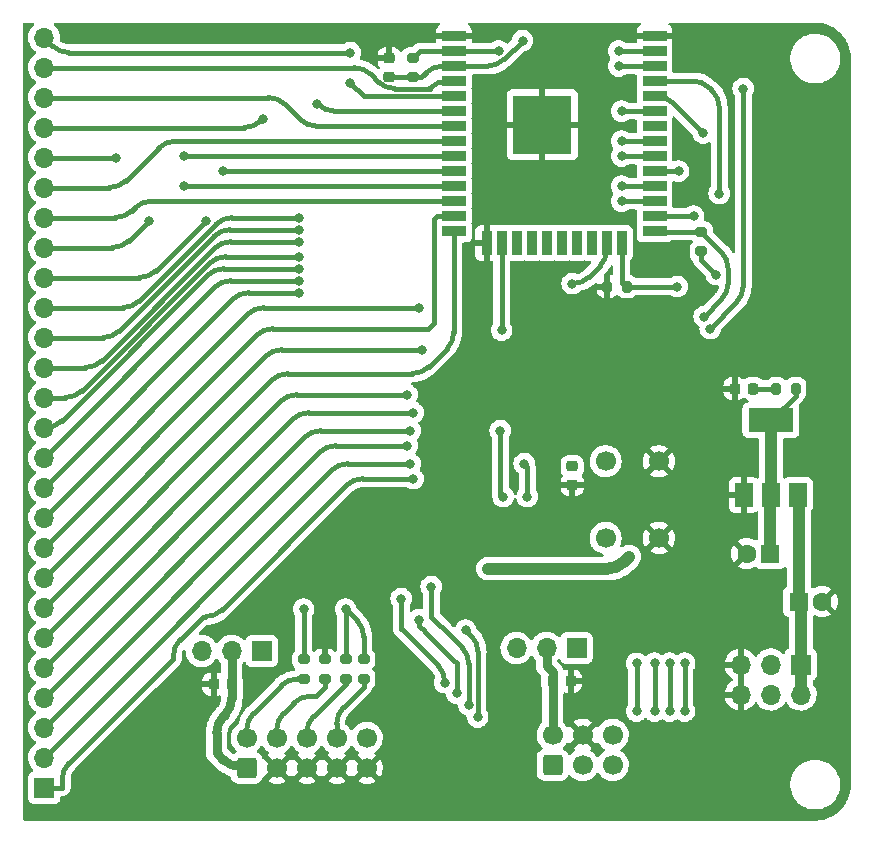
<source format=gbr>
%TF.GenerationSoftware,KiCad,Pcbnew,(6.0.0)*%
%TF.CreationDate,2022-01-04T00:38:11-05:00*%
%TF.ProjectId,esp32 breakout,65737033-3220-4627-9265-616b6f75742e,rev?*%
%TF.SameCoordinates,Original*%
%TF.FileFunction,Copper,L1,Top*%
%TF.FilePolarity,Positive*%
%FSLAX46Y46*%
G04 Gerber Fmt 4.6, Leading zero omitted, Abs format (unit mm)*
G04 Created by KiCad (PCBNEW (6.0.0)) date 2022-01-04 00:38:11*
%MOMM*%
%LPD*%
G01*
G04 APERTURE LIST*
G04 Aperture macros list*
%AMRoundRect*
0 Rectangle with rounded corners*
0 $1 Rounding radius*
0 $2 $3 $4 $5 $6 $7 $8 $9 X,Y pos of 4 corners*
0 Add a 4 corners polygon primitive as box body*
4,1,4,$2,$3,$4,$5,$6,$7,$8,$9,$2,$3,0*
0 Add four circle primitives for the rounded corners*
1,1,$1+$1,$2,$3*
1,1,$1+$1,$4,$5*
1,1,$1+$1,$6,$7*
1,1,$1+$1,$8,$9*
0 Add four rect primitives between the rounded corners*
20,1,$1+$1,$2,$3,$4,$5,0*
20,1,$1+$1,$4,$5,$6,$7,0*
20,1,$1+$1,$6,$7,$8,$9,0*
20,1,$1+$1,$8,$9,$2,$3,0*%
G04 Aperture macros list end*
%TA.AperFunction,SMDPad,CuDef*%
%ADD10RoundRect,0.200000X0.275000X-0.200000X0.275000X0.200000X-0.275000X0.200000X-0.275000X-0.200000X0*%
%TD*%
%TA.AperFunction,SMDPad,CuDef*%
%ADD11RoundRect,0.225000X0.250000X-0.225000X0.250000X0.225000X-0.250000X0.225000X-0.250000X-0.225000X0*%
%TD*%
%TA.AperFunction,SMDPad,CuDef*%
%ADD12RoundRect,0.225000X-0.225000X-0.250000X0.225000X-0.250000X0.225000X0.250000X-0.225000X0.250000X0*%
%TD*%
%TA.AperFunction,ComponentPad*%
%ADD13R,1.700000X1.700000*%
%TD*%
%TA.AperFunction,ComponentPad*%
%ADD14O,1.700000X1.700000*%
%TD*%
%TA.AperFunction,SMDPad,CuDef*%
%ADD15RoundRect,0.225000X0.225000X0.250000X-0.225000X0.250000X-0.225000X-0.250000X0.225000X-0.250000X0*%
%TD*%
%TA.AperFunction,ComponentPad*%
%ADD16RoundRect,0.250000X0.600000X-0.600000X0.600000X0.600000X-0.600000X0.600000X-0.600000X-0.600000X0*%
%TD*%
%TA.AperFunction,ComponentPad*%
%ADD17C,1.700000*%
%TD*%
%TA.AperFunction,ComponentPad*%
%ADD18R,1.600000X1.600000*%
%TD*%
%TA.AperFunction,ComponentPad*%
%ADD19C,1.600000*%
%TD*%
%TA.AperFunction,SMDPad,CuDef*%
%ADD20R,1.500000X2.000000*%
%TD*%
%TA.AperFunction,SMDPad,CuDef*%
%ADD21R,3.800000X2.000000*%
%TD*%
%TA.AperFunction,SMDPad,CuDef*%
%ADD22RoundRect,0.200000X-0.275000X0.200000X-0.275000X-0.200000X0.275000X-0.200000X0.275000X0.200000X0*%
%TD*%
%TA.AperFunction,SMDPad,CuDef*%
%ADD23RoundRect,0.218750X-0.218750X-0.256250X0.218750X-0.256250X0.218750X0.256250X-0.218750X0.256250X0*%
%TD*%
%TA.AperFunction,SMDPad,CuDef*%
%ADD24RoundRect,0.200000X0.200000X0.275000X-0.200000X0.275000X-0.200000X-0.275000X0.200000X-0.275000X0*%
%TD*%
%TA.AperFunction,SMDPad,CuDef*%
%ADD25R,2.000000X0.900000*%
%TD*%
%TA.AperFunction,SMDPad,CuDef*%
%ADD26R,0.900000X2.000000*%
%TD*%
%TA.AperFunction,SMDPad,CuDef*%
%ADD27R,5.000000X5.000000*%
%TD*%
%TA.AperFunction,ViaPad*%
%ADD28C,0.800000*%
%TD*%
%TA.AperFunction,Conductor*%
%ADD29C,0.400000*%
%TD*%
%TA.AperFunction,Conductor*%
%ADD30C,0.800000*%
%TD*%
%TA.AperFunction,Conductor*%
%ADD31C,1.000000*%
%TD*%
G04 APERTURE END LIST*
D10*
%TO.P,R6,1*%
%TO.N,/ESP_IO15*%
X149733000Y-106870000D03*
%TO.P,R6,2*%
%TO.N,/VDD3V3*%
X149733000Y-105220000D03*
%TD*%
D11*
%TO.P,C6,1*%
%TO.N,GND*%
X168910000Y-90437000D03*
%TO.P,C6,2*%
%TO.N,/ESP_EN*%
X168910000Y-88887000D03*
%TD*%
D12*
%TO.P,C5,1*%
%TO.N,/VDD_U*%
X167246000Y-107061000D03*
%TO.P,C5,2*%
%TO.N,GND*%
X168796000Y-107061000D03*
%TD*%
D13*
%TO.P,J1,1,Pin_1*%
%TO.N,/VDD_5V*%
X142621000Y-104521000D03*
D14*
%TO.P,J1,2,Pin_2*%
%TO.N,/VDD_J*%
X140081000Y-104521000D03*
%TO.P,J1,3,Pin_3*%
%TO.N,/VDD3V3*%
X137541000Y-104521000D03*
%TD*%
D15*
%TO.P,C2,1*%
%TO.N,/VDD_J*%
X140094000Y-107315000D03*
%TO.P,C2,2*%
%TO.N,GND*%
X138544000Y-107315000D03*
%TD*%
D16*
%TO.P,J4,1,Pin_1*%
%TO.N,/VDD_J*%
X141346000Y-114417500D03*
D17*
%TO.P,J4,2,Pin_2*%
%TO.N,/ESP_IO14*%
X141346000Y-111877500D03*
%TO.P,J4,3,Pin_3*%
%TO.N,GND*%
X143886000Y-114417500D03*
%TO.P,J4,4,Pin_4*%
%TO.N,/ESP_IO13*%
X143886000Y-111877500D03*
%TO.P,J4,5,Pin_5*%
%TO.N,GND*%
X146426000Y-114417500D03*
%TO.P,J4,6,Pin_6*%
%TO.N,/ESP_IO15*%
X146426000Y-111877500D03*
%TO.P,J4,7,Pin_7*%
%TO.N,GND*%
X148966000Y-114417500D03*
%TO.P,J4,8,Pin_8*%
%TO.N,/ESP_IO12*%
X148966000Y-111877500D03*
%TO.P,J4,9,Pin_9*%
%TO.N,GND*%
X151506000Y-114417500D03*
%TO.P,J4,10,Pin_10*%
%TO.N,/ESP_EN*%
X151506000Y-111877500D03*
%TD*%
D18*
%TO.P,C4,1*%
%TO.N,/VDD3V3*%
X185674000Y-96266000D03*
D19*
%TO.P,C4,2*%
%TO.N,GND*%
X183674000Y-96266000D03*
%TD*%
D13*
%TO.P,J3,1,Pin_1*%
%TO.N,/VDD_5V*%
X188259888Y-105659000D03*
D14*
%TO.P,J3,2,Pin_2*%
X188259888Y-108199000D03*
%TO.P,J3,3,Pin_3*%
%TO.N,/VDD3V3*%
X185719888Y-105659000D03*
%TO.P,J3,4,Pin_4*%
X185719888Y-108199000D03*
%TO.P,J3,5,Pin_5*%
%TO.N,GND*%
X183179888Y-105659000D03*
%TO.P,J3,6,Pin_6*%
X183179888Y-108199000D03*
%TD*%
D20*
%TO.P,U2,1,GND*%
%TO.N,GND*%
X183434888Y-91288000D03*
D21*
%TO.P,U2,2,VO*%
%TO.N,/VDD3V3*%
X185734888Y-84988000D03*
D20*
X185734888Y-91288000D03*
%TO.P,U2,3,VI*%
%TO.N,/VDD_5V*%
X188034888Y-91288000D03*
%TD*%
D11*
%TO.P,C1,1*%
%TO.N,/ESP_EN*%
X153416000Y-55893000D03*
%TO.P,C1,2*%
%TO.N,GND*%
X153416000Y-54343000D03*
%TD*%
D18*
%TO.P,C3,1*%
%TO.N,/VDD_5V*%
X188081775Y-100330000D03*
D19*
%TO.P,C3,2*%
%TO.N,GND*%
X190081775Y-100330000D03*
%TD*%
D22*
%TO.P,R1,1*%
%TO.N,/VDD3V3*%
X155448000Y-54293000D03*
%TO.P,R1,2*%
%TO.N,/ESP_EN*%
X155448000Y-55943000D03*
%TD*%
D23*
%TO.P,D1,1,K*%
%TO.N,GND*%
X182661388Y-82296000D03*
%TO.P,D1,2,A*%
%TO.N,Net-(D1-Pad2)*%
X184236388Y-82296000D03*
%TD*%
D24*
%TO.P,R9,1*%
%TO.N,/ESP_IO2*%
X173545000Y-73660000D03*
%TO.P,R9,2*%
%TO.N,GND*%
X171895000Y-73660000D03*
%TD*%
D10*
%TO.P,R3,1*%
%TO.N,/ESP_IO13*%
X147955000Y-106870000D03*
%TO.P,R3,2*%
%TO.N,GND*%
X147955000Y-105220000D03*
%TD*%
%TO.P,R2,1*%
%TO.N,/ESP_IO14*%
X146177000Y-106870000D03*
%TO.P,R2,2*%
%TO.N,/VDD3V3*%
X146177000Y-105220000D03*
%TD*%
D16*
%TO.P,J5,1,Pin_1*%
%TO.N,/ESP_EN*%
X167254000Y-114163500D03*
D17*
%TO.P,J5,2,Pin_2*%
%TO.N,/VDD_U*%
X167254000Y-111623500D03*
%TO.P,J5,3,Pin_3*%
%TO.N,/ESP_IO1*%
X169794000Y-114163500D03*
%TO.P,J5,4,Pin_4*%
%TO.N,GND*%
X169794000Y-111623500D03*
%TO.P,J5,5,Pin_5*%
%TO.N,/ESP_IO3*%
X172334000Y-114163500D03*
%TO.P,J5,6,Pin_6*%
%TO.N,/ESP_IO0*%
X172334000Y-111623500D03*
%TD*%
D13*
%TO.P,J2,1,Pin_1*%
%TO.N,/VDD_5V*%
X169276000Y-104267000D03*
D14*
%TO.P,J2,2,Pin_2*%
%TO.N,/VDD_U*%
X166736000Y-104267000D03*
%TO.P,J2,3,Pin_3*%
%TO.N,/VDD3V3*%
X164196000Y-104267000D03*
%TD*%
D24*
%TO.P,R4,1*%
%TO.N,/VDD3V3*%
X187829888Y-82296000D03*
%TO.P,R4,2*%
%TO.N,Net-(D1-Pad2)*%
X186179888Y-82296000D03*
%TD*%
D25*
%TO.P,U1,1,GND*%
%TO.N,GND*%
X158886000Y-52451000D03*
%TO.P,U1,2,VDD*%
%TO.N,/VDD3V3*%
X158886000Y-53721000D03*
%TO.P,U1,3,EN*%
%TO.N,/ESP_EN*%
X158886000Y-54991000D03*
%TO.P,U1,4,SENSOR_VP*%
%TO.N,/ESP_IO36*%
X158886000Y-56261000D03*
%TO.P,U1,5,SENSOR_VN*%
%TO.N,/ESP_IO39*%
X158886000Y-57531000D03*
%TO.P,U1,6,IO34*%
%TO.N,/ESP_IO34*%
X158886000Y-58801000D03*
%TO.P,U1,7,IO35*%
%TO.N,/ESP_IO35*%
X158886000Y-60071000D03*
%TO.P,U1,8,IO32*%
%TO.N,/ESP_IO32*%
X158886000Y-61341000D03*
%TO.P,U1,9,IO33*%
%TO.N,/ESP_IO33*%
X158886000Y-62611000D03*
%TO.P,U1,10,IO25*%
%TO.N,/ESP_IO25*%
X158886000Y-63881000D03*
%TO.P,U1,11,IO26*%
%TO.N,/ESP_IO26*%
X158886000Y-65151000D03*
%TO.P,U1,12,IO27*%
%TO.N,/ESP_IO27*%
X158886000Y-66421000D03*
%TO.P,U1,13,IO14*%
%TO.N,/ESP_IO14*%
X158886000Y-67691000D03*
%TO.P,U1,14,IO12*%
%TO.N,/ESP_IO12*%
X158886000Y-68961000D03*
D26*
%TO.P,U1,15,GND*%
%TO.N,GND*%
X161671000Y-69961000D03*
%TO.P,U1,16,IO13*%
%TO.N,/ESP_IO13*%
X162941000Y-69961000D03*
%TO.P,U1,17,SHD/SD2*%
%TO.N,unconnected-(U1-Pad17)*%
X164211000Y-69961000D03*
%TO.P,U1,18,SWP/SD3*%
%TO.N,unconnected-(U1-Pad18)*%
X165481000Y-69961000D03*
%TO.P,U1,19,SCS/CMD*%
%TO.N,unconnected-(U1-Pad19)*%
X166751000Y-69961000D03*
%TO.P,U1,20,SCK/CLK*%
%TO.N,unconnected-(U1-Pad20)*%
X168021000Y-69961000D03*
%TO.P,U1,21,SDO/SD0*%
%TO.N,unconnected-(U1-Pad21)*%
X169291000Y-69961000D03*
%TO.P,U1,22,SDI/SD1*%
%TO.N,unconnected-(U1-Pad22)*%
X170561000Y-69961000D03*
%TO.P,U1,23,IO15*%
%TO.N,/ESP_IO15*%
X171831000Y-69961000D03*
%TO.P,U1,24,IO2*%
%TO.N,/ESP_IO2*%
X173101000Y-69961000D03*
D25*
%TO.P,U1,25,IO0*%
%TO.N,/ESP_IO0*%
X175886000Y-68961000D03*
%TO.P,U1,26,IO4*%
%TO.N,/ESP_IO4*%
X175886000Y-67691000D03*
%TO.P,U1,27,IO16*%
%TO.N,/ESP_IO16*%
X175886000Y-66421000D03*
%TO.P,U1,28,IO17*%
%TO.N,/ESP_IO17*%
X175886000Y-65151000D03*
%TO.P,U1,29,IO5*%
%TO.N,/ESP_IO5*%
X175886000Y-63881000D03*
%TO.P,U1,30,IO18*%
%TO.N,/ESP_IO18*%
X175886000Y-62611000D03*
%TO.P,U1,31,IO19*%
%TO.N,/ESP_IO19*%
X175886000Y-61341000D03*
%TO.P,U1,32,NC*%
%TO.N,unconnected-(U1-Pad32)*%
X175886000Y-60071000D03*
%TO.P,U1,33,IO21*%
%TO.N,/ESP_IO21*%
X175886000Y-58801000D03*
%TO.P,U1,34,RXD0/IO3*%
%TO.N,/ESP_IO3*%
X175886000Y-57531000D03*
%TO.P,U1,35,TXD0/IO1*%
%TO.N,/ESP_IO1*%
X175886000Y-56261000D03*
%TO.P,U1,36,IO22*%
%TO.N,/ESP_IO22*%
X175886000Y-54991000D03*
%TO.P,U1,37,IO23*%
%TO.N,/ESP_IO23*%
X175886000Y-53721000D03*
%TO.P,U1,38,GND*%
%TO.N,GND*%
X175886000Y-52451000D03*
D27*
%TO.P,U1,39,GND*%
X166386000Y-59951000D03*
%TD*%
D10*
%TO.P,R7,1*%
%TO.N,/ESP_IO12*%
X151257000Y-106870000D03*
%TO.P,R7,2*%
%TO.N,/VDD3V3*%
X151257000Y-105220000D03*
%TD*%
%TO.P,R5,1*%
%TO.N,/VDD3V3*%
X179832000Y-70675000D03*
%TO.P,R5,2*%
%TO.N,/ESP_IO0*%
X179832000Y-69025000D03*
%TD*%
D17*
%TO.P,SW1,1,1*%
%TO.N,GND*%
X176240000Y-88444000D03*
%TO.P,SW1,2,2*%
X176240000Y-94944000D03*
%TO.P,SW1,3,K*%
%TO.N,/ESP_EN*%
X171740000Y-88444000D03*
%TO.P,SW1,4,A*%
X171740000Y-94944000D03*
%TD*%
D13*
%TO.P,J6,1,Pin_1*%
%TO.N,/ESP_IO0*%
X124206000Y-116078000D03*
D14*
%TO.P,J6,2,Pin_2*%
%TO.N,/ESP_IO1*%
X124206000Y-113538000D03*
%TO.P,J6,3,Pin_3*%
%TO.N,/ESP_IO2*%
X124206000Y-110998000D03*
%TO.P,J6,4,Pin_4*%
%TO.N,/ESP_IO3*%
X124206000Y-108458000D03*
%TO.P,J6,5,Pin_5*%
%TO.N,/ESP_IO4*%
X124206000Y-105918000D03*
%TO.P,J6,6,Pin_6*%
%TO.N,/ESP_IO5*%
X124206000Y-103378000D03*
%TO.P,J6,7,Pin_7*%
%TO.N,/ESP_IO12*%
X124206000Y-100838000D03*
%TO.P,J6,8,Pin_8*%
%TO.N,/ESP_IO13*%
X124206000Y-98298000D03*
%TO.P,J6,9,Pin_9*%
%TO.N,/ESP_IO14*%
X124206000Y-95758000D03*
%TO.P,J6,10,Pin_10*%
%TO.N,/ESP_IO15*%
X124206000Y-93218000D03*
%TO.P,J6,11,Pin_11*%
%TO.N,/ESP_IO16*%
X124206000Y-90678000D03*
%TO.P,J6,12,Pin_12*%
%TO.N,/ESP_IO17*%
X124206000Y-88138000D03*
%TO.P,J6,13,Pin_13*%
%TO.N,/ESP_IO18*%
X124206000Y-85598000D03*
%TO.P,J6,14,Pin_14*%
%TO.N,/ESP_IO19*%
X124206000Y-83058000D03*
%TO.P,J6,15,Pin_15*%
%TO.N,/ESP_IO21*%
X124206000Y-80518000D03*
%TO.P,J6,16,Pin_16*%
%TO.N,/ESP_IO22*%
X124206000Y-77978000D03*
%TO.P,J6,17,Pin_17*%
%TO.N,/ESP_IO23*%
X124206000Y-75438000D03*
%TO.P,J6,18,Pin_18*%
%TO.N,/ESP_IO25*%
X124206000Y-72898000D03*
%TO.P,J6,19,Pin_19*%
%TO.N,/ESP_IO26*%
X124206000Y-70358000D03*
%TO.P,J6,20,Pin_20*%
%TO.N,/ESP_IO27*%
X124206000Y-67818000D03*
%TO.P,J6,21,Pin_21*%
%TO.N,/ESP_IO32*%
X124206000Y-65278000D03*
%TO.P,J6,22,Pin_22*%
%TO.N,/ESP_IO33*%
X124206000Y-62738000D03*
%TO.P,J6,23,Pin_23*%
%TO.N,/ESP_IO34*%
X124206000Y-60198000D03*
%TO.P,J6,24,Pin_24*%
%TO.N,/ESP_IO35*%
X124206000Y-57658000D03*
%TO.P,J6,25,Pin_25*%
%TO.N,/ESP_IO36*%
X124206000Y-55118000D03*
%TO.P,J6,26,Pin_26*%
%TO.N,/ESP_IO39*%
X124206000Y-52578000D03*
%TD*%
D28*
%TO.N,/ESP_EN*%
X183388000Y-56896000D03*
X178435000Y-105537000D03*
X164706680Y-52832000D03*
X180594000Y-77216000D03*
X178435000Y-109601000D03*
%TO.N,/VDD3V3*%
X181102000Y-72644000D03*
X173736000Y-96520000D03*
X146177000Y-100965000D03*
X149733000Y-100965000D03*
X161798000Y-97536000D03*
X162687000Y-53721000D03*
%TO.N,/ESP_IO14*%
X158115000Y-107198520D03*
X154432000Y-100076000D03*
%TO.N,/ESP_IO13*%
X162941000Y-77343000D03*
X159131000Y-108077000D03*
X156210000Y-78994000D03*
X155956000Y-101854000D03*
%TO.N,/ESP_IO15*%
X168910000Y-73406000D03*
X160147000Y-109093000D03*
X156972000Y-99060000D03*
X155956000Y-75438000D03*
%TO.N,/ESP_IO12*%
X159893000Y-102743000D03*
X160909000Y-110109000D03*
%TO.N,/ESP_IO1*%
X164846000Y-88646000D03*
X165100000Y-91440000D03*
X177165000Y-109601000D03*
X177165000Y-105537000D03*
X155194000Y-88646000D03*
X181356000Y-65786000D03*
%TO.N,/ESP_IO3*%
X162814000Y-85852000D03*
X155194000Y-85852000D03*
X175895000Y-109601000D03*
X163068000Y-91440000D03*
X179996511Y-60662489D03*
X175895000Y-105537000D03*
%TO.N,/ESP_IO0*%
X155448000Y-89916000D03*
X180086000Y-76200000D03*
X174356500Y-109601000D03*
X174356500Y-105551500D03*
%TO.N,/ESP_IO2*%
X154940000Y-87122000D03*
X177800000Y-73660000D03*
%TO.N,/ESP_IO4*%
X179197000Y-67691000D03*
X155448000Y-84328000D03*
%TO.N,/ESP_IO5*%
X154940000Y-82804000D03*
X177927000Y-63881000D03*
%TO.N,/ESP_IO16*%
X145796000Y-74168000D03*
X173101000Y-66421000D03*
%TO.N,/ESP_IO17*%
X145796000Y-73152000D03*
X173101000Y-65151000D03*
%TO.N,/ESP_IO18*%
X145796000Y-72136000D03*
X173101000Y-62611000D03*
%TO.N,/ESP_IO19*%
X173101000Y-61341000D03*
X145796000Y-71120000D03*
%TO.N,/ESP_IO21*%
X173101000Y-58801000D03*
X145796000Y-69850000D03*
%TO.N,/ESP_IO22*%
X145796000Y-68834000D03*
X172847000Y-54991000D03*
%TO.N,/ESP_IO23*%
X172847000Y-53721000D03*
X145796000Y-67818000D03*
%TO.N,/ESP_IO25*%
X139319000Y-63881000D03*
X137922000Y-68072000D03*
%TO.N,/ESP_IO26*%
X133096000Y-68072000D03*
X136017000Y-65151000D03*
%TO.N,/ESP_IO33*%
X130302000Y-62738000D03*
X136017000Y-62611000D03*
%TO.N,/ESP_IO34*%
X142748000Y-59436000D03*
X147320000Y-58166000D03*
%TO.N,/ESP_IO39*%
X150114000Y-53848000D03*
X150114000Y-56388000D03*
%TD*%
D29*
%TO.N,/ESP_EN*%
X183388000Y-56896000D02*
X183388000Y-66040000D01*
X178435000Y-106299000D02*
X178435000Y-105537000D01*
X163133467Y-54405213D02*
X164706680Y-52832000D01*
X156147000Y-55943000D02*
X156513214Y-55576786D01*
X178435000Y-109601000D02*
X178435000Y-106299000D01*
X153466000Y-55943000D02*
X153416000Y-55893000D01*
X183388000Y-66040000D02*
X183388000Y-73593573D01*
X158886000Y-54991000D02*
X157927427Y-54991000D01*
X158886000Y-54991000D02*
X161719253Y-54991000D01*
X155448000Y-55943000D02*
X153466000Y-55943000D01*
X182802213Y-75007787D02*
X180594000Y-77216000D01*
X156147000Y-55943000D02*
X155448000Y-55943000D01*
X182802213Y-75007787D02*
G75*
G03*
X183388000Y-73593573I-1414213J1414214D01*
G01*
X157927427Y-54991001D02*
G75*
G03*
X156513215Y-55576787I0J-1999999D01*
G01*
X163133467Y-54405213D02*
G75*
G02*
X161719253Y-54991000I-1414214J1414213D01*
G01*
D30*
%TO.N,/VDD_J*%
X139396787Y-110031213D02*
X139508214Y-109919786D01*
X139368213Y-113714213D02*
X138811000Y-113157000D01*
X140081000Y-104521000D02*
X140081000Y-107302000D01*
X140081000Y-107302000D02*
X140094000Y-107315000D01*
X138811000Y-113157000D02*
X138811000Y-111445427D01*
X141228500Y-114300000D02*
X140782427Y-114300000D01*
X140094000Y-108505573D02*
X140094000Y-107315000D01*
X139508214Y-109919786D02*
G75*
G03*
X140094000Y-108505573I-1414214J1414213D01*
G01*
X139396787Y-110031213D02*
G75*
G03*
X138811000Y-111445427I1414213J-1414214D01*
G01*
X139368213Y-113714213D02*
G75*
G03*
X140782427Y-114300000I1414214J1414213D01*
G01*
D31*
%TO.N,/VDD_5V*%
X188081775Y-91334887D02*
X188034888Y-91288000D01*
X188259888Y-105659000D02*
X188259888Y-100508113D01*
X188259888Y-100508113D02*
X188081775Y-100330000D01*
X188081775Y-100330000D02*
X188081775Y-91334887D01*
X188259888Y-108199000D02*
X188259888Y-105659000D01*
D29*
%TO.N,/VDD3V3*%
X150671213Y-101903213D02*
X149733000Y-100965000D01*
D31*
X161798000Y-97536000D02*
X171891573Y-97536000D01*
D29*
X158886000Y-53721000D02*
X162687000Y-53721000D01*
D31*
X185674000Y-96266000D02*
X185674000Y-91348888D01*
D29*
X146177000Y-105220000D02*
X146177000Y-100965000D01*
D31*
X185674000Y-91348888D02*
X185734888Y-91288000D01*
X185734888Y-91288000D02*
X185734888Y-84988000D01*
D29*
X187829888Y-82296000D02*
X187829888Y-82893000D01*
X158886000Y-53721000D02*
X156020000Y-53721000D01*
X179832000Y-71374000D02*
X181102000Y-72644000D01*
X187829888Y-82893000D02*
X185734888Y-84988000D01*
X149733000Y-105220000D02*
X149733000Y-100965000D01*
D31*
X173305787Y-96950213D02*
X173736000Y-96520000D01*
D29*
X156020000Y-53721000D02*
X155448000Y-54293000D01*
X151257000Y-105220000D02*
X151257000Y-103317427D01*
X179832000Y-70675000D02*
X179832000Y-71374000D01*
D31*
X171891573Y-97535999D02*
G75*
G03*
X173305786Y-96950212I0J1999999D01*
G01*
D29*
X150671213Y-101903213D02*
G75*
G02*
X151257000Y-103317427I-1414213J-1414214D01*
G01*
D30*
%TO.N,/VDD_U*%
X167254000Y-111623500D02*
X167254000Y-107069000D01*
X166736000Y-105776000D02*
X166736000Y-104267000D01*
X167254000Y-107069000D02*
X167246000Y-107061000D01*
X167246000Y-106286000D02*
X166736000Y-105776000D01*
X167246000Y-107061000D02*
X167246000Y-106286000D01*
D29*
%TO.N,Net-(D1-Pad2)*%
X184236388Y-82296000D02*
X186179888Y-82296000D01*
%TO.N,/ESP_IO14*%
X157226000Y-67951000D02*
X157226000Y-76708000D01*
X154432000Y-102616000D02*
X154432000Y-101854000D01*
X154432000Y-101092000D02*
X154432000Y-100838000D01*
X154432000Y-101854000D02*
X154432000Y-101092000D01*
X157226000Y-76708000D02*
X156718000Y-77216000D01*
X154432000Y-100838000D02*
X154432000Y-100330000D01*
X141346000Y-111877500D02*
X141346000Y-111196427D01*
X154559000Y-102743000D02*
X154432000Y-102616000D01*
X154432000Y-100330000D02*
X154432000Y-100076000D01*
X158886000Y-67691000D02*
X157486000Y-67691000D01*
X145672427Y-106870000D02*
X146177000Y-106870000D01*
X157486000Y-67691000D02*
X157226000Y-67951000D01*
X158115000Y-107198520D02*
X158115000Y-107127427D01*
X141931787Y-109782213D02*
X144258214Y-107455786D01*
X156718000Y-77216000D02*
X143576427Y-77216000D01*
X142162213Y-77801787D02*
X124206000Y-95758000D01*
X157529213Y-105713213D02*
X154559000Y-102743000D01*
X141931787Y-109782213D02*
G75*
G03*
X141346000Y-111196427I1414213J-1414214D01*
G01*
X145672427Y-106870001D02*
G75*
G03*
X144258215Y-107455787I0J-1999999D01*
G01*
X142162213Y-77801787D02*
G75*
G02*
X143576427Y-77216000I1414214J-1414213D01*
G01*
X157529213Y-105713213D02*
G75*
G02*
X158115000Y-107127427I-1414213J-1414214D01*
G01*
%TO.N,/ESP_IO13*%
X143886000Y-111877500D02*
X143886000Y-111196427D01*
X155956000Y-102362000D02*
X155956000Y-101854000D01*
X142924213Y-79579787D02*
X124206000Y-98298000D01*
X156337000Y-102743000D02*
X155956000Y-102362000D01*
X159131000Y-108077000D02*
X159131000Y-105537000D01*
X162941000Y-69961000D02*
X162941000Y-77343000D01*
X147193000Y-108331000D02*
X147955000Y-107569000D01*
X147955000Y-107569000D02*
X147955000Y-106870000D01*
X158750000Y-105156000D02*
X156464000Y-102870000D01*
X156464000Y-102870000D02*
X156337000Y-102743000D01*
X144471787Y-109782213D02*
X145337214Y-108916786D01*
X146751427Y-108331000D02*
X147193000Y-108331000D01*
X156210000Y-78994000D02*
X144338427Y-78994000D01*
X159131000Y-105537000D02*
X158750000Y-105156000D01*
X145337214Y-108916786D02*
G75*
G02*
X146751427Y-108331000I1414213J-1414214D01*
G01*
X144471787Y-109782213D02*
G75*
G03*
X143886000Y-111196427I1414213J-1414214D01*
G01*
X142924213Y-79579787D02*
G75*
G02*
X144338427Y-78994000I1414214J-1414213D01*
G01*
%TO.N,/ESP_IO15*%
X155956000Y-75438000D02*
X142814427Y-75438000D01*
X158115000Y-102743000D02*
X157480000Y-102108000D01*
X168957573Y-73406000D02*
X168910000Y-73406000D01*
X146426000Y-111877500D02*
X146426000Y-111450427D01*
X147011787Y-110036213D02*
X149733000Y-107315000D01*
X141400213Y-76023787D02*
X124206000Y-93218000D01*
X156972000Y-101600000D02*
X156972000Y-99060000D01*
X171831000Y-69961000D02*
X171831000Y-70532573D01*
X159561213Y-104189213D02*
X158115000Y-102743000D01*
X160147000Y-109093000D02*
X160147000Y-105603427D01*
X171245213Y-71946787D02*
X170371786Y-72820214D01*
X157480000Y-102108000D02*
X156972000Y-101600000D01*
X149733000Y-107315000D02*
X149733000Y-106870000D01*
X170371786Y-72820214D02*
G75*
G02*
X168957573Y-73406000I-1414213J1414214D01*
G01*
X171245213Y-71946787D02*
G75*
G03*
X171831000Y-70532573I-1414213J1414214D01*
G01*
X142814427Y-75438001D02*
G75*
G03*
X141400214Y-76023788I0J-1999999D01*
G01*
X160146999Y-105603427D02*
G75*
G03*
X159561212Y-104189214I-1999999J0D01*
G01*
X147011787Y-110036213D02*
G75*
G03*
X146426000Y-111450427I1414213J-1414214D01*
G01*
%TO.N,/ESP_IO12*%
X149551787Y-109274213D02*
X151257000Y-107569000D01*
X158886000Y-68961000D02*
X158886000Y-77521573D01*
X155381573Y-81026000D02*
X144846427Y-81026000D01*
X160360724Y-103210724D02*
X159893000Y-102743000D01*
X160946511Y-110071489D02*
X160946511Y-104624938D01*
X143432213Y-81611787D02*
X124206000Y-100838000D01*
X151257000Y-107569000D02*
X151257000Y-106870000D01*
X158300213Y-78935787D02*
X156795786Y-80440214D01*
X148966000Y-111877500D02*
X148966000Y-110688427D01*
X160909000Y-110109000D02*
X160946511Y-110071489D01*
X144846427Y-81026001D02*
G75*
G03*
X143432214Y-81611788I0J-1999999D01*
G01*
X148966001Y-110688427D02*
G75*
G02*
X149551788Y-109274214I1999999J0D01*
G01*
X156795786Y-80440214D02*
G75*
G02*
X155381573Y-81026000I-1414213J1414214D01*
G01*
X158300213Y-78935787D02*
G75*
G03*
X158886000Y-77521573I-1414213J1414214D01*
G01*
X160946510Y-104624938D02*
G75*
G03*
X160360723Y-103210725I-1999999J0D01*
G01*
%TO.N,/ESP_IO1*%
X181356000Y-58486427D02*
X181356000Y-65786000D01*
X180544787Y-56846787D02*
X180770214Y-57072214D01*
X177165000Y-109601000D02*
X177165000Y-105537000D01*
X175886000Y-56261000D02*
X179130573Y-56261000D01*
X149926427Y-88646000D02*
X155194000Y-88646000D01*
X165100000Y-88900000D02*
X164846000Y-88646000D01*
X165100000Y-91440000D02*
X165100000Y-88900000D01*
X148512213Y-89231787D02*
X124206000Y-113538000D01*
X180770214Y-57072214D02*
G75*
G02*
X181356000Y-58486427I-1414214J-1414213D01*
G01*
X148512213Y-89231787D02*
G75*
G02*
X149926427Y-88646000I1414214J-1414213D01*
G01*
X180544787Y-56846787D02*
G75*
G03*
X179130573Y-56261000I-1414214J-1414213D01*
G01*
%TO.N,/ESP_IO3*%
X179996511Y-60662489D02*
X177450808Y-58116786D01*
X155194000Y-85852000D02*
X147640427Y-85852000D01*
X175895000Y-109601000D02*
X175895000Y-105537000D01*
X162814000Y-91186000D02*
X163068000Y-91440000D01*
X176036595Y-57531000D02*
X175886000Y-57531000D01*
X146226213Y-86437787D02*
X124206000Y-108458000D01*
X162814000Y-85852000D02*
X162814000Y-91186000D01*
X146226213Y-86437787D02*
G75*
G02*
X147640427Y-85852000I1414214J-1414213D01*
G01*
X177450808Y-58116786D02*
G75*
G03*
X176036595Y-57531000I-1414213J-1414214D01*
G01*
%TO.N,/ESP_IO0*%
X155448000Y-89916000D02*
X151207351Y-89916000D01*
X182118000Y-72139427D02*
X182118000Y-73339573D01*
X179832000Y-69025000D02*
X181532214Y-70725214D01*
X137662538Y-101605462D02*
X135719248Y-103548752D01*
X137861035Y-101605462D02*
X137662538Y-101605462D01*
X149793137Y-90501787D02*
X139275248Y-101019676D01*
X174356500Y-109601000D02*
X174356500Y-105551500D01*
X175950000Y-69025000D02*
X175886000Y-68961000D01*
X135133462Y-105161462D02*
X126315786Y-113979138D01*
X179832000Y-69025000D02*
X175950000Y-69025000D01*
X125730000Y-116078000D02*
X124206000Y-116078000D01*
X181532213Y-74753787D02*
X180086000Y-76200000D01*
X135133462Y-104962965D02*
X135133462Y-105161462D01*
X125730000Y-115393351D02*
X125730000Y-116078000D01*
X181532214Y-70725214D02*
G75*
G02*
X182118000Y-72139427I-1414214J-1414213D01*
G01*
X137861035Y-101605461D02*
G75*
G03*
X139275247Y-101019675I0J1999999D01*
G01*
X126315786Y-113979138D02*
G75*
G03*
X125730000Y-115393351I1414214J-1414213D01*
G01*
X135133463Y-104962965D02*
G75*
G02*
X135719249Y-103548753I1999999J0D01*
G01*
X181532213Y-74753787D02*
G75*
G03*
X182118000Y-73339573I-1414213J1414214D01*
G01*
X151207351Y-89916001D02*
G75*
G03*
X149793138Y-90501788I0J-1999999D01*
G01*
%TO.N,/ESP_IO2*%
X173545000Y-73660000D02*
X177546000Y-73660000D01*
X177546000Y-73660000D02*
X177800000Y-73660000D01*
X147496213Y-87707787D02*
X124206000Y-110998000D01*
X173101000Y-69961000D02*
X173101000Y-73342000D01*
X148910427Y-87122000D02*
X154940000Y-87122000D01*
X173101000Y-73342000D02*
X173419000Y-73660000D01*
X147496213Y-87707787D02*
G75*
G02*
X148910427Y-87122000I1414214J-1414213D01*
G01*
%TO.N,/ESP_IO4*%
X155448000Y-84328000D02*
X146624427Y-84328000D01*
X175886000Y-67691000D02*
X179197000Y-67691000D01*
X145210213Y-84913787D02*
X124206000Y-105918000D01*
X145210213Y-84913787D02*
G75*
G02*
X146624427Y-84328000I1414214J-1414213D01*
G01*
%TO.N,/ESP_IO5*%
X144194213Y-83389787D02*
X124206000Y-103378000D01*
X154940000Y-82804000D02*
X145608427Y-82804000D01*
X175886000Y-63881000D02*
X177927000Y-63881000D01*
X145608427Y-82804001D02*
G75*
G03*
X144194214Y-83389788I0J-1999999D01*
G01*
%TO.N,/ESP_IO16*%
X140130213Y-74753787D02*
X124206000Y-90678000D01*
X145796000Y-74168000D02*
X141544427Y-74168000D01*
X175886000Y-66421000D02*
X173101000Y-66421000D01*
X140130213Y-74753787D02*
G75*
G02*
X141544427Y-74168000I1414214J-1414213D01*
G01*
%TO.N,/ESP_IO17*%
X138606213Y-73737787D02*
X124206000Y-88138000D01*
X145796000Y-73152000D02*
X140020427Y-73152000D01*
X175886000Y-65151000D02*
X173101000Y-65151000D01*
X138606213Y-73737787D02*
G75*
G02*
X140020427Y-73152000I1414214J-1414213D01*
G01*
%TO.N,/ESP_IO18*%
X124311273Y-85598000D02*
X124206000Y-85598000D01*
X138015913Y-72721787D02*
X125725486Y-85012214D01*
X145796000Y-72136000D02*
X139430127Y-72136000D01*
X175886000Y-62611000D02*
X173101000Y-62611000D01*
X139430127Y-72136001D02*
G75*
G03*
X138015914Y-72721788I0J-1999999D01*
G01*
X124311273Y-85597999D02*
G75*
G03*
X125725485Y-85012213I0J1999999D01*
G01*
%TO.N,/ESP_IO19*%
X138184063Y-71705787D02*
X127417636Y-82472214D01*
X145796000Y-71120000D02*
X139598277Y-71120000D01*
X175886000Y-61341000D02*
X173101000Y-61341000D01*
X126003423Y-83058000D02*
X124206000Y-83058000D01*
X138184063Y-71705787D02*
G75*
G02*
X139598277Y-71120000I1414214J-1414213D01*
G01*
X127417636Y-82472214D02*
G75*
G02*
X126003423Y-83058000I-1414213J1414214D01*
G01*
%TO.N,/ESP_IO21*%
X138606213Y-70435787D02*
X129109786Y-79932214D01*
X127695573Y-80518000D02*
X124206000Y-80518000D01*
X145796000Y-69850000D02*
X140020427Y-69850000D01*
X175886000Y-58801000D02*
X173101000Y-58801000D01*
X138606213Y-70435787D02*
G75*
G02*
X140020427Y-69850000I1414214J-1414213D01*
G01*
X129109786Y-79932214D02*
G75*
G02*
X127695573Y-80518000I-1414213J1414214D01*
G01*
%TO.N,/ESP_IO22*%
X138552743Y-69419787D02*
X130580316Y-77392214D01*
X129166103Y-77978000D02*
X124206000Y-77978000D01*
X175886000Y-54991000D02*
X172847000Y-54991000D01*
X145796000Y-68834000D02*
X139966957Y-68834000D01*
X130580316Y-77392214D02*
G75*
G02*
X129166103Y-77978000I-1414213J1414214D01*
G01*
X138552743Y-69419787D02*
G75*
G02*
X139966957Y-68834000I1414214J-1414213D01*
G01*
%TO.N,/ESP_IO23*%
X130858253Y-75438000D02*
X124206000Y-75438000D01*
X175886000Y-53721000D02*
X172847000Y-53721000D01*
X138720893Y-68403787D02*
X132272466Y-74852214D01*
X145796000Y-67818000D02*
X140135107Y-67818000D01*
X132272466Y-74852214D02*
G75*
G02*
X130858253Y-75438000I-1414213J1414214D01*
G01*
X138720893Y-68403787D02*
G75*
G02*
X140135107Y-67818000I1414214J-1414213D01*
G01*
%TO.N,/ESP_IO25*%
X158886000Y-63881000D02*
X139319000Y-63881000D01*
X132267573Y-72898000D02*
X124206000Y-72898000D01*
X137922000Y-68072000D02*
X133681786Y-72312214D01*
X132267573Y-72897999D02*
G75*
G03*
X133681785Y-72312213I0J1999999D01*
G01*
%TO.N,/ESP_IO26*%
X133096000Y-68072000D02*
X131395786Y-69772214D01*
X158886000Y-65151000D02*
X136017000Y-65151000D01*
X129981573Y-70358000D02*
X124206000Y-70358000D01*
X131395786Y-69772214D02*
G75*
G02*
X129981573Y-70358000I-1414213J1414214D01*
G01*
%TO.N,/ESP_IO27*%
X131875213Y-67006787D02*
X131649786Y-67232214D01*
X130235573Y-67818000D02*
X124206000Y-67818000D01*
X158886000Y-66421000D02*
X133289427Y-66421000D01*
X130235573Y-67817999D02*
G75*
G03*
X131649785Y-67232213I0J1999999D01*
G01*
X133289427Y-66421001D02*
G75*
G03*
X131875214Y-67006788I0J-1999999D01*
G01*
%TO.N,/ESP_IO32*%
X133907213Y-61926787D02*
X131141786Y-64692214D01*
X158886000Y-61341000D02*
X135321427Y-61341000D01*
X129727573Y-65278000D02*
X124206000Y-65278000D01*
X133907213Y-61926787D02*
G75*
G02*
X135321427Y-61341000I1414214J-1414213D01*
G01*
X129727573Y-65277999D02*
G75*
G03*
X131141785Y-64692213I0J1999999D01*
G01*
%TO.N,/ESP_IO33*%
X130302000Y-62738000D02*
X124206000Y-62738000D01*
X158886000Y-62611000D02*
X136017000Y-62611000D01*
%TO.N,/ESP_IO34*%
X147369213Y-58215213D02*
X147320000Y-58166000D01*
X142748000Y-59436000D02*
X142571786Y-59612214D01*
X141157573Y-60198000D02*
X124206000Y-60198000D01*
X158886000Y-58801000D02*
X148783427Y-58801000D01*
X141157573Y-60197999D02*
G75*
G03*
X142571785Y-59612213I0J1999999D01*
G01*
X148783427Y-58800999D02*
G75*
G02*
X147369214Y-58215212I0J1999999D01*
G01*
%TO.N,/ESP_IO35*%
X158886000Y-60071000D02*
X147259427Y-60071000D01*
X145845213Y-59485213D02*
X144603786Y-58243786D01*
X143189573Y-57658000D02*
X124206000Y-57658000D01*
X147259427Y-60070999D02*
G75*
G02*
X145845214Y-59485212I0J1999999D01*
G01*
X143189573Y-57658001D02*
G75*
G02*
X144603785Y-58243787I0J-1999999D01*
G01*
%TO.N,/ESP_IO36*%
X150454369Y-55118000D02*
X124206000Y-55118000D01*
X158886000Y-56261000D02*
X158314427Y-56261000D01*
X156900213Y-56846787D02*
X156851000Y-56896000D01*
X156851000Y-56896000D02*
X153889223Y-56896000D01*
X152475009Y-56310213D02*
X151868582Y-55703786D01*
X152475009Y-56310213D02*
G75*
G03*
X153889223Y-56896000I1414214J1414213D01*
G01*
X158314427Y-56261001D02*
G75*
G03*
X156900214Y-56846788I0J-1999999D01*
G01*
X150454369Y-55118001D02*
G75*
G02*
X151868581Y-55703787I0J-1999999D01*
G01*
%TO.N,/ESP_IO39*%
X158886000Y-57531000D02*
X151511000Y-57531000D01*
X151257000Y-57531000D02*
X150114000Y-56388000D01*
X124890213Y-53262213D02*
X124206000Y-52578000D01*
X151511000Y-57531000D02*
X151257000Y-57531000D01*
X150114000Y-53848000D02*
X126304427Y-53848000D01*
X124890213Y-53262213D02*
G75*
G03*
X126304427Y-53848000I1414214J1414213D01*
G01*
%TD*%
%TA.AperFunction,Conductor*%
%TO.N,GND*%
G36*
X123325232Y-51328002D02*
G01*
X123371725Y-51381658D01*
X123381829Y-51451932D01*
X123352335Y-51516512D01*
X123332766Y-51534758D01*
X123300965Y-51558635D01*
X123146629Y-51720138D01*
X123143715Y-51724410D01*
X123143714Y-51724411D01*
X123125838Y-51750617D01*
X123020743Y-51904680D01*
X123005003Y-51938590D01*
X122934306Y-52090894D01*
X122926688Y-52107305D01*
X122866989Y-52322570D01*
X122843251Y-52544695D01*
X122843548Y-52549848D01*
X122843548Y-52549851D01*
X122849011Y-52644590D01*
X122856110Y-52767715D01*
X122857247Y-52772761D01*
X122857248Y-52772767D01*
X122872077Y-52838565D01*
X122905222Y-52985639D01*
X122963645Y-53129519D01*
X122986435Y-53185643D01*
X122989266Y-53192616D01*
X123007803Y-53222866D01*
X123097320Y-53368944D01*
X123105987Y-53383088D01*
X123109367Y-53386990D01*
X123111520Y-53389475D01*
X123252250Y-53551938D01*
X123424126Y-53694632D01*
X123434671Y-53700794D01*
X123497445Y-53737476D01*
X123546169Y-53789114D01*
X123559240Y-53858897D01*
X123532509Y-53924669D01*
X123492055Y-53958027D01*
X123479607Y-53964507D01*
X123475474Y-53967610D01*
X123475471Y-53967612D01*
X123309061Y-54092556D01*
X123300965Y-54098635D01*
X123297393Y-54102373D01*
X123207000Y-54196964D01*
X123146629Y-54260138D01*
X123020743Y-54444680D01*
X122996790Y-54496283D01*
X122939621Y-54619444D01*
X122926688Y-54647305D01*
X122866989Y-54862570D01*
X122843251Y-55084695D01*
X122843548Y-55089848D01*
X122843548Y-55089851D01*
X122852116Y-55238447D01*
X122856110Y-55307715D01*
X122857247Y-55312761D01*
X122857248Y-55312767D01*
X122868469Y-55362556D01*
X122905222Y-55525639D01*
X122928752Y-55583586D01*
X122977633Y-55703966D01*
X122989266Y-55732616D01*
X123019601Y-55782118D01*
X123092838Y-55901630D01*
X123105987Y-55923088D01*
X123252250Y-56091938D01*
X123387994Y-56204635D01*
X123416420Y-56228234D01*
X123424126Y-56234632D01*
X123464771Y-56258383D01*
X123497445Y-56277476D01*
X123546169Y-56329114D01*
X123559240Y-56398897D01*
X123532509Y-56464669D01*
X123492055Y-56498027D01*
X123479607Y-56504507D01*
X123475474Y-56507610D01*
X123475471Y-56507612D01*
X123305100Y-56635530D01*
X123300965Y-56638635D01*
X123297393Y-56642373D01*
X123160527Y-56785595D01*
X123146629Y-56800138D01*
X123020743Y-56984680D01*
X122993603Y-57043148D01*
X122932290Y-57175237D01*
X122926688Y-57187305D01*
X122866989Y-57402570D01*
X122843251Y-57624695D01*
X122843548Y-57629848D01*
X122843548Y-57629851D01*
X122851705Y-57771316D01*
X122856110Y-57847715D01*
X122857247Y-57852761D01*
X122857248Y-57852767D01*
X122862801Y-57877405D01*
X122905222Y-58065639D01*
X122989266Y-58272616D01*
X123007803Y-58302866D01*
X123102376Y-58457195D01*
X123105987Y-58463088D01*
X123252250Y-58631938D01*
X123424126Y-58774632D01*
X123428990Y-58777474D01*
X123497445Y-58817476D01*
X123546169Y-58869114D01*
X123559240Y-58938897D01*
X123532509Y-59004669D01*
X123492055Y-59038027D01*
X123479607Y-59044507D01*
X123475474Y-59047610D01*
X123475471Y-59047612D01*
X123317432Y-59166271D01*
X123300965Y-59178635D01*
X123297393Y-59182373D01*
X123173019Y-59312523D01*
X123146629Y-59340138D01*
X123143715Y-59344410D01*
X123143714Y-59344411D01*
X123087861Y-59426289D01*
X123020743Y-59524680D01*
X122988193Y-59594803D01*
X122934953Y-59709500D01*
X122926688Y-59727305D01*
X122866989Y-59942570D01*
X122843251Y-60164695D01*
X122856110Y-60387715D01*
X122857247Y-60392761D01*
X122857248Y-60392767D01*
X122880280Y-60494966D01*
X122905222Y-60605639D01*
X122989266Y-60812616D01*
X123007803Y-60842866D01*
X123091936Y-60980158D01*
X123105987Y-61003088D01*
X123252250Y-61171938D01*
X123424126Y-61314632D01*
X123458015Y-61334435D01*
X123497445Y-61357476D01*
X123546169Y-61409114D01*
X123559240Y-61478897D01*
X123532509Y-61544669D01*
X123492055Y-61578027D01*
X123479607Y-61584507D01*
X123475474Y-61587610D01*
X123475471Y-61587612D01*
X123451247Y-61605800D01*
X123300965Y-61718635D01*
X123146629Y-61880138D01*
X123020743Y-62064680D01*
X122998448Y-62112711D01*
X122935543Y-62248229D01*
X122926688Y-62267305D01*
X122866989Y-62482570D01*
X122843251Y-62704695D01*
X122843548Y-62709848D01*
X122843548Y-62709851D01*
X122849858Y-62819285D01*
X122856110Y-62927715D01*
X122857247Y-62932761D01*
X122857248Y-62932767D01*
X122868469Y-62982556D01*
X122905222Y-63145639D01*
X122989266Y-63352616D01*
X123019601Y-63402118D01*
X123099072Y-63531803D01*
X123105987Y-63543088D01*
X123252250Y-63711938D01*
X123424126Y-63854632D01*
X123458015Y-63874435D01*
X123497445Y-63897476D01*
X123546169Y-63949114D01*
X123559240Y-64018897D01*
X123532509Y-64084669D01*
X123492055Y-64118027D01*
X123479607Y-64124507D01*
X123475474Y-64127610D01*
X123475471Y-64127612D01*
X123317432Y-64246271D01*
X123300965Y-64258635D01*
X123146629Y-64420138D01*
X123143715Y-64424410D01*
X123143714Y-64424411D01*
X123087861Y-64506289D01*
X123020743Y-64604680D01*
X122988193Y-64674803D01*
X122934953Y-64789500D01*
X122926688Y-64807305D01*
X122866989Y-65022570D01*
X122843251Y-65244695D01*
X122843548Y-65249848D01*
X122843548Y-65249851D01*
X122852144Y-65398927D01*
X122856110Y-65467715D01*
X122857247Y-65472761D01*
X122857248Y-65472767D01*
X122868469Y-65522556D01*
X122905222Y-65685639D01*
X122989266Y-65892616D01*
X123105987Y-66083088D01*
X123252250Y-66251938D01*
X123424126Y-66394632D01*
X123458015Y-66414435D01*
X123497445Y-66437476D01*
X123546169Y-66489114D01*
X123559240Y-66558897D01*
X123532509Y-66624669D01*
X123492055Y-66658027D01*
X123479607Y-66664507D01*
X123475474Y-66667610D01*
X123475471Y-66667612D01*
X123317432Y-66786271D01*
X123300965Y-66798635D01*
X123146629Y-66960138D01*
X123143715Y-66964410D01*
X123143714Y-66964411D01*
X123087861Y-67046289D01*
X123020743Y-67144680D01*
X122988193Y-67214803D01*
X122931002Y-67338012D01*
X122926688Y-67347305D01*
X122866989Y-67562570D01*
X122843251Y-67784695D01*
X122843548Y-67789848D01*
X122843548Y-67789851D01*
X122850256Y-67906186D01*
X122856110Y-68007715D01*
X122857247Y-68012761D01*
X122857248Y-68012767D01*
X122881304Y-68119508D01*
X122905222Y-68225639D01*
X122943540Y-68320005D01*
X122971556Y-68389000D01*
X122989266Y-68432616D01*
X123034991Y-68507233D01*
X123097320Y-68608944D01*
X123105987Y-68623088D01*
X123252250Y-68791938D01*
X123424126Y-68934632D01*
X123434671Y-68940794D01*
X123497445Y-68977476D01*
X123546169Y-69029114D01*
X123559240Y-69098897D01*
X123532509Y-69164669D01*
X123492055Y-69198027D01*
X123479607Y-69204507D01*
X123475474Y-69207610D01*
X123475471Y-69207612D01*
X123305100Y-69335530D01*
X123300965Y-69338635D01*
X123146629Y-69500138D01*
X123143715Y-69504410D01*
X123143714Y-69504411D01*
X123138175Y-69512531D01*
X123020743Y-69684680D01*
X122998082Y-69733500D01*
X122937150Y-69864767D01*
X122926688Y-69887305D01*
X122866989Y-70102570D01*
X122843251Y-70324695D01*
X122856110Y-70547715D01*
X122857247Y-70552761D01*
X122857248Y-70552767D01*
X122865363Y-70588774D01*
X122905222Y-70765639D01*
X122966673Y-70916976D01*
X122985119Y-70962402D01*
X122989266Y-70972616D01*
X123105987Y-71163088D01*
X123252250Y-71331938D01*
X123424126Y-71474632D01*
X123453088Y-71491556D01*
X123497445Y-71517476D01*
X123546169Y-71569114D01*
X123559240Y-71638897D01*
X123532509Y-71704669D01*
X123492055Y-71738027D01*
X123479607Y-71744507D01*
X123475474Y-71747610D01*
X123475471Y-71747612D01*
X123352795Y-71839720D01*
X123300965Y-71878635D01*
X123146629Y-72040138D01*
X123143715Y-72044410D01*
X123143714Y-72044411D01*
X123087861Y-72126289D01*
X123020743Y-72224680D01*
X122926688Y-72427305D01*
X122866989Y-72642570D01*
X122843251Y-72864695D01*
X122843548Y-72869848D01*
X122843548Y-72869851D01*
X122849244Y-72968635D01*
X122856110Y-73087715D01*
X122857247Y-73092761D01*
X122857248Y-73092767D01*
X122865363Y-73128774D01*
X122905222Y-73305639D01*
X122989266Y-73512616D01*
X123012866Y-73551128D01*
X123047570Y-73607759D01*
X123105987Y-73703088D01*
X123252250Y-73871938D01*
X123424126Y-74014632D01*
X123442333Y-74025271D01*
X123497445Y-74057476D01*
X123546169Y-74109114D01*
X123559240Y-74178897D01*
X123532509Y-74244669D01*
X123492055Y-74278027D01*
X123479607Y-74284507D01*
X123475474Y-74287610D01*
X123475471Y-74287612D01*
X123305100Y-74415530D01*
X123300965Y-74418635D01*
X123267358Y-74453803D01*
X123157751Y-74568500D01*
X123146629Y-74580138D01*
X123143715Y-74584410D01*
X123143714Y-74584411D01*
X123109374Y-74634752D01*
X123020743Y-74764680D01*
X122973715Y-74865993D01*
X122939497Y-74939711D01*
X122926688Y-74967305D01*
X122866989Y-75182570D01*
X122843251Y-75404695D01*
X122843548Y-75409848D01*
X122843548Y-75409851D01*
X122851307Y-75544419D01*
X122856110Y-75627715D01*
X122857247Y-75632761D01*
X122857248Y-75632767D01*
X122865363Y-75668774D01*
X122905222Y-75845639D01*
X122989266Y-76052616D01*
X122991965Y-76057020D01*
X123099072Y-76231803D01*
X123105987Y-76243088D01*
X123252250Y-76411938D01*
X123424126Y-76554632D01*
X123462882Y-76577279D01*
X123497445Y-76597476D01*
X123546169Y-76649114D01*
X123559240Y-76718897D01*
X123532509Y-76784669D01*
X123492055Y-76818027D01*
X123479607Y-76824507D01*
X123475474Y-76827610D01*
X123475471Y-76827612D01*
X123350521Y-76921427D01*
X123300965Y-76958635D01*
X123245761Y-77016403D01*
X123181460Y-77083690D01*
X123146629Y-77120138D01*
X123143715Y-77124410D01*
X123143714Y-77124411D01*
X123125841Y-77150612D01*
X123020743Y-77304680D01*
X123006003Y-77336435D01*
X122936524Y-77486116D01*
X122926688Y-77507305D01*
X122866989Y-77722570D01*
X122843251Y-77944695D01*
X122843548Y-77949848D01*
X122843548Y-77949851D01*
X122851408Y-78086166D01*
X122856110Y-78167715D01*
X122857247Y-78172761D01*
X122857248Y-78172767D01*
X122866353Y-78213166D01*
X122905222Y-78385639D01*
X122989266Y-78592616D01*
X122991965Y-78597020D01*
X123091936Y-78760158D01*
X123105987Y-78783088D01*
X123252250Y-78951938D01*
X123424126Y-79094632D01*
X123458265Y-79114581D01*
X123497445Y-79137476D01*
X123546169Y-79189114D01*
X123559240Y-79258897D01*
X123532509Y-79324669D01*
X123492055Y-79358027D01*
X123479607Y-79364507D01*
X123475474Y-79367610D01*
X123475471Y-79367612D01*
X123335881Y-79472419D01*
X123300965Y-79498635D01*
X123146629Y-79660138D01*
X123143715Y-79664410D01*
X123143714Y-79664411D01*
X123117212Y-79703261D01*
X123020743Y-79844680D01*
X122997167Y-79895470D01*
X122957836Y-79980203D01*
X122926688Y-80047305D01*
X122866989Y-80262570D01*
X122843251Y-80484695D01*
X122843548Y-80489848D01*
X122843548Y-80489851D01*
X122848953Y-80583592D01*
X122856110Y-80707715D01*
X122857247Y-80712761D01*
X122857248Y-80712767D01*
X122881304Y-80819508D01*
X122905222Y-80925639D01*
X122966673Y-81076976D01*
X122977743Y-81104237D01*
X122989266Y-81132616D01*
X123040942Y-81216944D01*
X123100042Y-81313386D01*
X123105987Y-81323088D01*
X123252250Y-81491938D01*
X123424126Y-81634632D01*
X123484268Y-81669776D01*
X123497445Y-81677476D01*
X123546169Y-81729114D01*
X123559240Y-81798897D01*
X123532509Y-81864669D01*
X123492055Y-81898027D01*
X123479607Y-81904507D01*
X123475474Y-81907610D01*
X123475471Y-81907612D01*
X123305100Y-82035530D01*
X123300965Y-82038635D01*
X123146629Y-82200138D01*
X123143715Y-82204410D01*
X123143714Y-82204411D01*
X123138175Y-82212531D01*
X123020743Y-82384680D01*
X122973715Y-82485993D01*
X122935596Y-82568115D01*
X122926688Y-82587305D01*
X122866989Y-82802570D01*
X122843251Y-83024695D01*
X122843548Y-83029848D01*
X122843548Y-83029851D01*
X122849363Y-83130705D01*
X122856110Y-83247715D01*
X122857247Y-83252761D01*
X122857248Y-83252767D01*
X122863160Y-83278999D01*
X122905222Y-83465639D01*
X122989266Y-83672616D01*
X123036505Y-83749703D01*
X123091936Y-83840158D01*
X123105987Y-83863088D01*
X123252250Y-84031938D01*
X123424126Y-84174632D01*
X123476160Y-84205038D01*
X123497445Y-84217476D01*
X123546169Y-84269114D01*
X123559240Y-84338897D01*
X123532509Y-84404669D01*
X123492055Y-84438027D01*
X123479607Y-84444507D01*
X123475474Y-84447610D01*
X123475471Y-84447612D01*
X123305100Y-84575530D01*
X123300965Y-84578635D01*
X123146629Y-84740138D01*
X123020743Y-84924680D01*
X122994213Y-84981834D01*
X122939497Y-85099711D01*
X122926688Y-85127305D01*
X122866989Y-85342570D01*
X122843251Y-85564695D01*
X122843548Y-85569848D01*
X122843548Y-85569851D01*
X122849244Y-85668635D01*
X122856110Y-85787715D01*
X122857247Y-85792761D01*
X122857248Y-85792767D01*
X122869118Y-85845435D01*
X122905222Y-86005639D01*
X122989266Y-86212616D01*
X122991965Y-86217020D01*
X123097320Y-86388944D01*
X123105987Y-86403088D01*
X123252250Y-86571938D01*
X123424126Y-86714632D01*
X123485411Y-86750444D01*
X123497445Y-86757476D01*
X123546169Y-86809114D01*
X123559240Y-86878897D01*
X123532509Y-86944669D01*
X123492055Y-86978027D01*
X123479607Y-86984507D01*
X123475474Y-86987610D01*
X123475471Y-86987612D01*
X123345166Y-87085448D01*
X123300965Y-87118635D01*
X123146629Y-87280138D01*
X123143715Y-87284410D01*
X123143714Y-87284411D01*
X123139556Y-87290507D01*
X123020743Y-87464680D01*
X122926688Y-87667305D01*
X122866989Y-87882570D01*
X122843251Y-88104695D01*
X122843548Y-88109848D01*
X122843548Y-88109851D01*
X122849688Y-88216342D01*
X122856110Y-88327715D01*
X122857247Y-88332761D01*
X122857248Y-88332767D01*
X122875975Y-88415863D01*
X122905222Y-88545639D01*
X122945974Y-88646000D01*
X122982891Y-88736915D01*
X122989266Y-88752616D01*
X123105987Y-88943088D01*
X123252250Y-89111938D01*
X123424126Y-89254632D01*
X123436319Y-89261757D01*
X123497445Y-89297476D01*
X123546169Y-89349114D01*
X123559240Y-89418897D01*
X123532509Y-89484669D01*
X123492055Y-89518027D01*
X123479607Y-89524507D01*
X123475474Y-89527610D01*
X123475471Y-89527612D01*
X123353707Y-89619035D01*
X123300965Y-89658635D01*
X123285585Y-89674729D01*
X123160376Y-89805753D01*
X123146629Y-89820138D01*
X123143715Y-89824410D01*
X123143714Y-89824411D01*
X123094911Y-89895954D01*
X123020743Y-90004680D01*
X122990799Y-90069190D01*
X122938746Y-90181329D01*
X122926688Y-90207305D01*
X122866989Y-90422570D01*
X122843251Y-90644695D01*
X122843548Y-90649848D01*
X122843548Y-90649851D01*
X122846951Y-90708874D01*
X122856110Y-90867715D01*
X122857247Y-90872761D01*
X122857248Y-90872767D01*
X122865363Y-90908774D01*
X122905222Y-91085639D01*
X122989266Y-91292616D01*
X123028256Y-91356242D01*
X123049265Y-91390525D01*
X123105987Y-91483088D01*
X123252250Y-91651938D01*
X123424126Y-91794632D01*
X123442333Y-91805271D01*
X123497445Y-91837476D01*
X123546169Y-91889114D01*
X123559240Y-91958897D01*
X123532509Y-92024669D01*
X123492055Y-92058027D01*
X123479607Y-92064507D01*
X123475474Y-92067610D01*
X123475471Y-92067612D01*
X123305100Y-92195530D01*
X123300965Y-92198635D01*
X123267358Y-92233803D01*
X123157751Y-92348500D01*
X123146629Y-92360138D01*
X123020743Y-92544680D01*
X122974603Y-92644081D01*
X122930722Y-92738615D01*
X122926688Y-92747305D01*
X122866989Y-92962570D01*
X122843251Y-93184695D01*
X122856110Y-93407715D01*
X122857247Y-93412761D01*
X122857248Y-93412767D01*
X122881304Y-93519508D01*
X122905222Y-93625639D01*
X122936878Y-93703599D01*
X122984317Y-93820427D01*
X122989266Y-93832616D01*
X123105987Y-94023088D01*
X123252250Y-94191938D01*
X123424126Y-94334632D01*
X123494595Y-94375811D01*
X123497445Y-94377476D01*
X123546169Y-94429114D01*
X123559240Y-94498897D01*
X123532509Y-94564669D01*
X123492055Y-94598027D01*
X123479607Y-94604507D01*
X123475474Y-94607610D01*
X123475471Y-94607612D01*
X123305100Y-94735530D01*
X123300965Y-94738635D01*
X123146629Y-94900138D01*
X123143715Y-94904410D01*
X123143714Y-94904411D01*
X123110173Y-94953580D01*
X123020743Y-95084680D01*
X122981831Y-95168509D01*
X122952328Y-95232069D01*
X122926688Y-95287305D01*
X122866989Y-95502570D01*
X122843251Y-95724695D01*
X122843548Y-95729848D01*
X122843548Y-95729851D01*
X122848875Y-95822239D01*
X122856110Y-95947715D01*
X122857247Y-95952761D01*
X122857248Y-95952767D01*
X122875260Y-96032688D01*
X122905222Y-96165639D01*
X122958171Y-96296038D01*
X122982152Y-96355095D01*
X122989266Y-96372616D01*
X122991965Y-96377020D01*
X123084363Y-96527800D01*
X123105987Y-96563088D01*
X123252250Y-96731938D01*
X123424126Y-96874632D01*
X123473600Y-96903542D01*
X123497445Y-96917476D01*
X123546169Y-96969114D01*
X123559240Y-97038897D01*
X123532509Y-97104669D01*
X123492055Y-97138027D01*
X123479607Y-97144507D01*
X123475474Y-97147610D01*
X123475471Y-97147612D01*
X123305100Y-97275530D01*
X123300965Y-97278635D01*
X123297393Y-97282373D01*
X123214171Y-97369460D01*
X123146629Y-97440138D01*
X123143715Y-97444410D01*
X123143714Y-97444411D01*
X123086063Y-97528925D01*
X123020743Y-97624680D01*
X122926688Y-97827305D01*
X122866989Y-98042570D01*
X122843251Y-98264695D01*
X122843548Y-98269848D01*
X122843548Y-98269851D01*
X122852115Y-98418426D01*
X122856110Y-98487715D01*
X122857247Y-98492761D01*
X122857248Y-98492767D01*
X122868907Y-98544500D01*
X122905222Y-98705639D01*
X122989266Y-98912616D01*
X122991965Y-98917020D01*
X123103182Y-99098510D01*
X123105987Y-99103088D01*
X123252250Y-99271938D01*
X123424126Y-99414632D01*
X123453088Y-99431556D01*
X123497445Y-99457476D01*
X123546169Y-99509114D01*
X123559240Y-99578897D01*
X123532509Y-99644669D01*
X123492055Y-99678027D01*
X123479607Y-99684507D01*
X123475474Y-99687610D01*
X123475471Y-99687612D01*
X123305100Y-99815530D01*
X123300965Y-99818635D01*
X123146629Y-99980138D01*
X123020743Y-100164680D01*
X123018564Y-100169375D01*
X122962087Y-100291045D01*
X122926688Y-100367305D01*
X122866989Y-100582570D01*
X122843251Y-100804695D01*
X122843548Y-100809848D01*
X122843548Y-100809851D01*
X122851449Y-100946872D01*
X122856110Y-101027715D01*
X122857247Y-101032761D01*
X122857248Y-101032767D01*
X122881304Y-101139508D01*
X122905222Y-101245639D01*
X122989266Y-101452616D01*
X122991965Y-101457020D01*
X123094001Y-101623528D01*
X123105987Y-101643088D01*
X123252250Y-101811938D01*
X123330918Y-101877249D01*
X123417580Y-101949197D01*
X123424126Y-101954632D01*
X123494595Y-101995811D01*
X123497445Y-101997476D01*
X123546169Y-102049114D01*
X123559240Y-102118897D01*
X123532509Y-102184669D01*
X123492055Y-102218027D01*
X123479607Y-102224507D01*
X123475474Y-102227610D01*
X123475471Y-102227612D01*
X123305100Y-102355530D01*
X123300965Y-102358635D01*
X123146629Y-102520138D01*
X123143715Y-102524410D01*
X123143714Y-102524411D01*
X123100959Y-102587088D01*
X123020743Y-102704680D01*
X122926688Y-102907305D01*
X122866989Y-103122570D01*
X122843251Y-103344695D01*
X122843548Y-103349848D01*
X122843548Y-103349851D01*
X122848325Y-103432703D01*
X122856110Y-103567715D01*
X122857247Y-103572761D01*
X122857248Y-103572767D01*
X122867773Y-103619469D01*
X122905222Y-103785639D01*
X122989266Y-103992616D01*
X123105987Y-104183088D01*
X123252250Y-104351938D01*
X123424126Y-104494632D01*
X123473696Y-104523598D01*
X123497445Y-104537476D01*
X123546169Y-104589114D01*
X123559240Y-104658897D01*
X123532509Y-104724669D01*
X123492055Y-104758027D01*
X123479607Y-104764507D01*
X123475474Y-104767610D01*
X123475471Y-104767612D01*
X123312548Y-104889938D01*
X123300965Y-104898635D01*
X123236338Y-104966263D01*
X123182300Y-105022811D01*
X123146629Y-105060138D01*
X123143715Y-105064410D01*
X123143714Y-105064411D01*
X123075006Y-105165134D01*
X123020743Y-105244680D01*
X122976983Y-105338953D01*
X122929999Y-105440173D01*
X122926688Y-105447305D01*
X122866989Y-105662570D01*
X122843251Y-105884695D01*
X122843548Y-105889848D01*
X122843548Y-105889851D01*
X122854953Y-106087642D01*
X122856110Y-106107715D01*
X122857247Y-106112761D01*
X122857248Y-106112767D01*
X122879742Y-106212579D01*
X122905222Y-106325639D01*
X122933135Y-106394381D01*
X122972658Y-106491714D01*
X122989266Y-106532616D01*
X123039040Y-106613840D01*
X123093550Y-106702792D01*
X123105987Y-106723088D01*
X123252250Y-106891938D01*
X123424126Y-107034632D01*
X123473696Y-107063598D01*
X123497445Y-107077476D01*
X123546169Y-107129114D01*
X123559240Y-107198897D01*
X123532509Y-107264669D01*
X123492055Y-107298027D01*
X123479607Y-107304507D01*
X123475474Y-107307610D01*
X123475471Y-107307612D01*
X123305100Y-107435530D01*
X123300965Y-107438635D01*
X123279825Y-107460757D01*
X123192830Y-107551792D01*
X123146629Y-107600138D01*
X123143715Y-107604410D01*
X123143714Y-107604411D01*
X123071409Y-107710406D01*
X123020743Y-107784680D01*
X122975908Y-107881269D01*
X122934098Y-107971342D01*
X122926688Y-107987305D01*
X122866989Y-108202570D01*
X122843251Y-108424695D01*
X122843548Y-108429848D01*
X122843548Y-108429851D01*
X122849455Y-108532298D01*
X122856110Y-108647715D01*
X122857247Y-108652761D01*
X122857248Y-108652767D01*
X122864891Y-108686680D01*
X122905222Y-108865639D01*
X122952276Y-108981520D01*
X122983779Y-109059102D01*
X122989266Y-109072616D01*
X122997552Y-109086137D01*
X123095259Y-109245581D01*
X123105987Y-109263088D01*
X123252250Y-109431938D01*
X123424126Y-109574632D01*
X123440380Y-109584130D01*
X123497445Y-109617476D01*
X123546169Y-109669114D01*
X123559240Y-109738897D01*
X123532509Y-109804669D01*
X123492055Y-109838027D01*
X123479607Y-109844507D01*
X123475474Y-109847610D01*
X123475471Y-109847612D01*
X123309061Y-109972556D01*
X123300965Y-109978635D01*
X123297393Y-109982373D01*
X123170112Y-110115565D01*
X123146629Y-110140138D01*
X123143715Y-110144410D01*
X123143714Y-110144411D01*
X123100074Y-110208385D01*
X123020743Y-110324680D01*
X122988193Y-110394803D01*
X122931163Y-110517665D01*
X122926688Y-110527305D01*
X122866989Y-110742570D01*
X122843251Y-110964695D01*
X122843548Y-110969848D01*
X122843548Y-110969851D01*
X122852077Y-111117776D01*
X122856110Y-111187715D01*
X122857247Y-111192761D01*
X122857248Y-111192767D01*
X122875708Y-111274679D01*
X122905222Y-111405639D01*
X122943393Y-111499643D01*
X122978078Y-111585062D01*
X122989266Y-111612616D01*
X123105987Y-111803088D01*
X123252250Y-111971938D01*
X123424126Y-112114632D01*
X123442401Y-112125311D01*
X123497445Y-112157476D01*
X123546169Y-112209114D01*
X123559240Y-112278897D01*
X123532509Y-112344669D01*
X123492055Y-112378027D01*
X123479607Y-112384507D01*
X123475474Y-112387610D01*
X123475471Y-112387612D01*
X123316476Y-112506989D01*
X123300965Y-112518635D01*
X123146629Y-112680138D01*
X123020743Y-112864680D01*
X122994289Y-112921671D01*
X122936238Y-113046732D01*
X122926688Y-113067305D01*
X122866989Y-113282570D01*
X122843251Y-113504695D01*
X122843548Y-113509848D01*
X122843548Y-113509851D01*
X122852965Y-113673173D01*
X122856110Y-113727715D01*
X122857247Y-113732761D01*
X122857248Y-113732767D01*
X122868477Y-113782591D01*
X122905222Y-113945639D01*
X122989266Y-114152616D01*
X123017400Y-114198527D01*
X123096793Y-114328084D01*
X123105987Y-114343088D01*
X123252250Y-114511938D01*
X123256230Y-114515242D01*
X123260981Y-114519187D01*
X123300616Y-114578090D01*
X123302113Y-114649071D01*
X123264997Y-114709593D01*
X123224724Y-114734112D01*
X123109295Y-114777385D01*
X122992739Y-114864739D01*
X122905385Y-114981295D01*
X122854255Y-115117684D01*
X122847500Y-115179866D01*
X122847500Y-116976134D01*
X122854255Y-117038316D01*
X122905385Y-117174705D01*
X122992739Y-117291261D01*
X123109295Y-117378615D01*
X123245684Y-117429745D01*
X123307866Y-117436500D01*
X125104134Y-117436500D01*
X125166316Y-117429745D01*
X125302705Y-117378615D01*
X125419261Y-117291261D01*
X125506615Y-117174705D01*
X125557745Y-117038316D01*
X125564500Y-116976134D01*
X125564500Y-116912500D01*
X125584502Y-116844379D01*
X125638158Y-116797886D01*
X125690500Y-116786500D01*
X125721238Y-116786500D01*
X125721898Y-116786502D01*
X125812031Y-116786974D01*
X125848619Y-116778190D01*
X125862895Y-116775622D01*
X125892700Y-116772015D01*
X125892702Y-116772015D01*
X125900242Y-116771102D01*
X125907349Y-116768417D01*
X125907351Y-116768416D01*
X125931330Y-116759355D01*
X125946457Y-116754701D01*
X125971394Y-116748715D01*
X125971398Y-116748713D01*
X125978777Y-116746942D01*
X126012219Y-116729682D01*
X126025461Y-116723786D01*
X126053549Y-116713173D01*
X126053552Y-116713171D01*
X126060656Y-116710487D01*
X126088056Y-116691655D01*
X126101613Y-116683541D01*
X126131161Y-116668291D01*
X126136882Y-116663300D01*
X126136888Y-116663296D01*
X126159513Y-116643558D01*
X126170979Y-116634664D01*
X126195720Y-116617661D01*
X126195725Y-116617656D01*
X126201981Y-116613357D01*
X126224095Y-116588537D01*
X126235338Y-116577412D01*
X126254659Y-116560557D01*
X126254662Y-116560553D01*
X126260385Y-116555561D01*
X126264753Y-116549347D01*
X126264755Y-116549344D01*
X126282021Y-116524778D01*
X126291028Y-116513414D01*
X126300578Y-116502694D01*
X126316057Y-116485321D01*
X126319609Y-116478612D01*
X126319612Y-116478608D01*
X126331611Y-116455946D01*
X126339876Y-116442459D01*
X126354619Y-116421481D01*
X126354621Y-116421478D01*
X126358990Y-116415261D01*
X126361751Y-116408180D01*
X126361753Y-116408176D01*
X126372657Y-116380210D01*
X126378694Y-116367023D01*
X126392746Y-116340482D01*
X126392747Y-116340480D01*
X126396300Y-116333769D01*
X126398149Y-116326409D01*
X126398151Y-116326403D01*
X126404397Y-116301534D01*
X126409209Y-116286457D01*
X126418521Y-116262573D01*
X126418521Y-116262572D01*
X126421282Y-116255491D01*
X126426192Y-116218193D01*
X126428910Y-116203941D01*
X126436225Y-116174818D01*
X126438076Y-116167451D01*
X126438287Y-116127324D01*
X126438335Y-116125965D01*
X126438500Y-116124706D01*
X126438500Y-116086762D01*
X126438502Y-116086102D01*
X126438951Y-116000372D01*
X126438951Y-116000371D01*
X126438974Y-115995969D01*
X126438610Y-115994452D01*
X126438500Y-115992550D01*
X126438500Y-115956703D01*
X187374743Y-115956703D01*
X187375302Y-115960947D01*
X187375302Y-115960951D01*
X187379912Y-115995969D01*
X187412268Y-116241734D01*
X187488129Y-116519036D01*
X187489813Y-116522984D01*
X187596051Y-116772053D01*
X187600923Y-116783476D01*
X187612693Y-116803142D01*
X187718260Y-116979531D01*
X187748561Y-117030161D01*
X187928313Y-117254528D01*
X187972692Y-117296642D01*
X188120072Y-117436500D01*
X188136851Y-117452423D01*
X188370317Y-117620186D01*
X188374112Y-117622195D01*
X188374113Y-117622196D01*
X188395869Y-117633715D01*
X188624392Y-117754712D01*
X188894373Y-117853511D01*
X189175264Y-117914755D01*
X189203841Y-117917004D01*
X189398282Y-117932307D01*
X189398291Y-117932307D01*
X189400739Y-117932500D01*
X189556271Y-117932500D01*
X189558407Y-117932354D01*
X189558418Y-117932354D01*
X189766548Y-117918165D01*
X189766554Y-117918164D01*
X189770825Y-117917873D01*
X189775020Y-117917004D01*
X189775022Y-117917004D01*
X189911584Y-117888723D01*
X190052342Y-117859574D01*
X190323343Y-117763607D01*
X190578812Y-117631750D01*
X190582313Y-117629289D01*
X190582317Y-117629287D01*
X190696418Y-117549095D01*
X190814023Y-117466441D01*
X190935518Y-117353541D01*
X191021479Y-117273661D01*
X191021481Y-117273658D01*
X191024622Y-117270740D01*
X191206713Y-117048268D01*
X191356927Y-116803142D01*
X191364232Y-116786502D01*
X191470757Y-116543830D01*
X191472483Y-116539898D01*
X191495894Y-116457715D01*
X191529288Y-116340482D01*
X191551244Y-116263406D01*
X191591751Y-115978784D01*
X191591845Y-115960951D01*
X191593235Y-115695583D01*
X191593235Y-115695576D01*
X191593257Y-115691297D01*
X191583849Y-115619832D01*
X191571372Y-115525064D01*
X191555732Y-115406266D01*
X191543843Y-115362805D01*
X191501251Y-115207116D01*
X191479871Y-115128964D01*
X191452230Y-115064161D01*
X191368763Y-114868476D01*
X191368761Y-114868472D01*
X191367077Y-114864524D01*
X191250629Y-114669953D01*
X191221643Y-114621521D01*
X191221640Y-114621517D01*
X191219439Y-114617839D01*
X191039687Y-114393472D01*
X190863988Y-114226740D01*
X190834258Y-114198527D01*
X190834255Y-114198525D01*
X190831149Y-114195577D01*
X190597683Y-114027814D01*
X190575843Y-114016250D01*
X190495336Y-113973624D01*
X190343608Y-113893288D01*
X190073627Y-113794489D01*
X189792736Y-113733245D01*
X189761685Y-113730801D01*
X189569718Y-113715693D01*
X189569709Y-113715693D01*
X189567261Y-113715500D01*
X189411729Y-113715500D01*
X189409593Y-113715646D01*
X189409582Y-113715646D01*
X189201452Y-113729835D01*
X189201446Y-113729836D01*
X189197175Y-113730127D01*
X189192980Y-113730996D01*
X189192978Y-113730996D01*
X189102254Y-113749784D01*
X188915658Y-113788426D01*
X188644657Y-113884393D01*
X188389188Y-114016250D01*
X188385687Y-114018711D01*
X188385683Y-114018713D01*
X188336767Y-114053092D01*
X188153977Y-114181559D01*
X188138892Y-114195577D01*
X187996298Y-114328084D01*
X187943378Y-114377260D01*
X187761287Y-114599732D01*
X187611073Y-114844858D01*
X187609347Y-114848791D01*
X187609346Y-114848792D01*
X187547209Y-114990344D01*
X187495517Y-115108102D01*
X187494342Y-115112229D01*
X187494341Y-115112230D01*
X187476067Y-115176380D01*
X187416756Y-115384594D01*
X187376249Y-115669216D01*
X187376227Y-115673505D01*
X187376226Y-115673512D01*
X187375676Y-115778562D01*
X187374743Y-115956703D01*
X126438500Y-115956703D01*
X126438500Y-115452682D01*
X126439757Y-115434928D01*
X126442966Y-115412381D01*
X126442966Y-115412380D01*
X126443547Y-115408298D01*
X126443704Y-115393351D01*
X126443158Y-115388841D01*
X126442062Y-115379775D01*
X126441538Y-115354757D01*
X126453622Y-115201203D01*
X126456715Y-115181674D01*
X126471135Y-115121611D01*
X126499397Y-115003892D01*
X126505505Y-114985093D01*
X126575472Y-114816180D01*
X126584442Y-114798575D01*
X126679977Y-114642676D01*
X126691591Y-114626690D01*
X126789128Y-114512489D01*
X126808229Y-114494363D01*
X126809111Y-114493686D01*
X126809113Y-114493684D01*
X126815139Y-114489060D01*
X126840235Y-114457735D01*
X126849474Y-114447420D01*
X133686456Y-107610438D01*
X137586000Y-107610438D01*
X137586337Y-107616953D01*
X137595894Y-107709057D01*
X137598788Y-107722456D01*
X137648381Y-107871107D01*
X137654555Y-107884286D01*
X137736788Y-108017173D01*
X137745824Y-108028574D01*
X137856429Y-108138986D01*
X137867840Y-108147998D01*
X138000880Y-108230004D01*
X138014061Y-108236151D01*
X138162814Y-108285491D01*
X138176190Y-108288358D01*
X138267097Y-108297672D01*
X138272126Y-108297929D01*
X138287124Y-108293525D01*
X138288329Y-108292135D01*
X138290000Y-108284452D01*
X138290000Y-107587115D01*
X138285525Y-107571876D01*
X138284135Y-107570671D01*
X138276452Y-107569000D01*
X137604115Y-107569000D01*
X137588876Y-107573475D01*
X137587671Y-107574865D01*
X137586000Y-107582548D01*
X137586000Y-107610438D01*
X133686456Y-107610438D01*
X134254009Y-107042885D01*
X137586000Y-107042885D01*
X137590475Y-107058124D01*
X137591865Y-107059329D01*
X137599548Y-107061000D01*
X138271885Y-107061000D01*
X138287124Y-107056525D01*
X138288329Y-107055135D01*
X138290000Y-107047452D01*
X138290000Y-106350115D01*
X138285525Y-106334876D01*
X138284135Y-106333671D01*
X138276452Y-106332000D01*
X138273562Y-106332000D01*
X138267047Y-106332337D01*
X138174943Y-106341894D01*
X138161544Y-106344788D01*
X138012893Y-106394381D01*
X137999714Y-106400555D01*
X137866827Y-106482788D01*
X137855426Y-106491824D01*
X137745014Y-106602429D01*
X137736002Y-106613840D01*
X137653996Y-106746880D01*
X137647849Y-106760061D01*
X137598509Y-106908814D01*
X137595642Y-106922190D01*
X137586328Y-107013097D01*
X137586000Y-107019514D01*
X137586000Y-107042885D01*
X134254009Y-107042885D01*
X135613982Y-105682912D01*
X135620247Y-105677058D01*
X135639332Y-105660409D01*
X135663847Y-105639023D01*
X135700591Y-105586742D01*
X135704523Y-105581448D01*
X135739253Y-105537155D01*
X135743938Y-105531180D01*
X135747061Y-105524264D01*
X135748445Y-105521978D01*
X135756819Y-105507297D01*
X135758084Y-105504937D01*
X135762452Y-105498723D01*
X135772450Y-105473081D01*
X135785664Y-105439187D01*
X135788221Y-105433104D01*
X135793956Y-105420404D01*
X135814507Y-105374889D01*
X135815891Y-105367422D01*
X135816692Y-105364867D01*
X135821321Y-105348614D01*
X135821984Y-105346034D01*
X135824744Y-105338953D01*
X135833084Y-105275601D01*
X135834115Y-105269094D01*
X135835091Y-105263832D01*
X135845758Y-105206276D01*
X135843582Y-105168531D01*
X135842171Y-105144070D01*
X135841962Y-105136816D01*
X135841962Y-105022296D01*
X135843219Y-105004542D01*
X135846428Y-104981995D01*
X135846428Y-104981994D01*
X135847009Y-104977912D01*
X135847166Y-104962965D01*
X135845524Y-104949397D01*
X135845000Y-104924378D01*
X135857085Y-104770816D01*
X135860178Y-104751287D01*
X135866177Y-104726301D01*
X135902860Y-104573506D01*
X135908969Y-104554706D01*
X135938208Y-104484119D01*
X135982756Y-104428838D01*
X136050120Y-104406418D01*
X136118911Y-104423977D01*
X136167289Y-104475939D01*
X136180407Y-104525084D01*
X136191110Y-104710715D01*
X136192247Y-104715761D01*
X136192248Y-104715767D01*
X136210646Y-104797401D01*
X136240222Y-104928639D01*
X136324266Y-105135616D01*
X136361685Y-105196678D01*
X136438291Y-105321688D01*
X136440987Y-105326088D01*
X136587250Y-105494938D01*
X136671846Y-105565171D01*
X136748204Y-105628564D01*
X136759126Y-105637632D01*
X136952000Y-105750338D01*
X136956825Y-105752180D01*
X136956826Y-105752181D01*
X137003036Y-105769827D01*
X137160692Y-105830030D01*
X137165760Y-105831061D01*
X137165763Y-105831062D01*
X137245625Y-105847310D01*
X137379597Y-105874567D01*
X137384772Y-105874757D01*
X137384774Y-105874757D01*
X137597673Y-105882564D01*
X137597677Y-105882564D01*
X137602837Y-105882753D01*
X137607957Y-105882097D01*
X137607959Y-105882097D01*
X137819288Y-105855025D01*
X137819289Y-105855025D01*
X137824416Y-105854368D01*
X137829366Y-105852883D01*
X138033429Y-105791661D01*
X138033434Y-105791659D01*
X138038384Y-105790174D01*
X138238994Y-105691896D01*
X138420860Y-105562173D01*
X138424983Y-105558065D01*
X138515124Y-105468238D01*
X138579096Y-105404489D01*
X138603239Y-105370891D01*
X138709453Y-105223077D01*
X138710776Y-105224028D01*
X138757645Y-105180857D01*
X138827580Y-105168625D01*
X138893026Y-105196144D01*
X138920875Y-105227994D01*
X138980987Y-105326088D01*
X138984367Y-105329990D01*
X139123866Y-105491032D01*
X139123869Y-105491035D01*
X139127250Y-105494938D01*
X139131224Y-105498237D01*
X139134658Y-105501600D01*
X139169334Y-105563553D01*
X139172500Y-105591623D01*
X139172500Y-106251997D01*
X139152498Y-106320118D01*
X139098842Y-106366611D01*
X139028568Y-106376715D01*
X139006833Y-106371590D01*
X138925189Y-106344510D01*
X138911810Y-106341642D01*
X138820903Y-106332328D01*
X138815874Y-106332071D01*
X138800876Y-106336475D01*
X138799671Y-106337865D01*
X138798000Y-106345548D01*
X138798000Y-108279885D01*
X138802475Y-108295124D01*
X138803865Y-108296329D01*
X138811548Y-108298000D01*
X138814438Y-108298000D01*
X138820953Y-108297663D01*
X138913057Y-108288106D01*
X138926456Y-108285212D01*
X139019624Y-108254129D01*
X139090574Y-108251545D01*
X139151657Y-108287729D01*
X139183482Y-108351193D01*
X139185500Y-108373653D01*
X139185500Y-108451357D01*
X139184810Y-108464528D01*
X139180496Y-108505573D01*
X139181186Y-108512138D01*
X139182147Y-108521282D01*
X139182449Y-108544337D01*
X139172840Y-108666435D01*
X139169747Y-108685963D01*
X139143796Y-108794059D01*
X139134393Y-108833224D01*
X139128285Y-108852023D01*
X139070327Y-108991946D01*
X139061353Y-109009558D01*
X138982222Y-109138686D01*
X138970601Y-109154680D01*
X138891060Y-109247811D01*
X138874547Y-109263898D01*
X138862269Y-109273841D01*
X138852589Y-109285795D01*
X138836296Y-109305915D01*
X138827471Y-109315716D01*
X138792717Y-109350470D01*
X138782916Y-109359295D01*
X138750842Y-109385268D01*
X138746687Y-109390399D01*
X138746684Y-109390402D01*
X138736129Y-109403436D01*
X138731570Y-109408756D01*
X138594942Y-109559502D01*
X138559988Y-109598068D01*
X138558144Y-109600554D01*
X138558141Y-109600558D01*
X138421991Y-109784135D01*
X138389754Y-109827601D01*
X138388171Y-109830241D01*
X138388165Y-109830251D01*
X138276648Y-110016307D01*
X138242839Y-110072715D01*
X138241525Y-110075494D01*
X138241523Y-110075497D01*
X138125692Y-110320401D01*
X138120656Y-110331049D01*
X138085336Y-110429762D01*
X138027390Y-110591709D01*
X138024382Y-110600115D01*
X138023632Y-110603108D01*
X138023632Y-110603109D01*
X137956805Y-110869898D01*
X137954945Y-110877322D01*
X137954491Y-110880384D01*
X137954490Y-110880388D01*
X137939838Y-110979166D01*
X137913014Y-111160000D01*
X137912862Y-111163084D01*
X137912862Y-111163089D01*
X137910613Y-111208875D01*
X137900645Y-111411797D01*
X137900478Y-111415190D01*
X137899939Y-111422181D01*
X137898186Y-111438856D01*
X137898186Y-111438862D01*
X137897496Y-111445427D01*
X137898186Y-111451992D01*
X137901810Y-111486472D01*
X137902500Y-111499643D01*
X137902500Y-113075583D01*
X137900949Y-113095292D01*
X137898748Y-113109190D01*
X137899093Y-113115777D01*
X137899093Y-113115782D01*
X137902327Y-113177480D01*
X137902500Y-113184074D01*
X137902500Y-113204610D01*
X137902844Y-113207882D01*
X137902844Y-113207884D01*
X137904647Y-113225042D01*
X137905164Y-113231616D01*
X137908104Y-113287707D01*
X137908743Y-113299903D01*
X137910453Y-113306284D01*
X137910453Y-113306286D01*
X137912383Y-113313491D01*
X137915985Y-113332925D01*
X137916766Y-113340354D01*
X137916768Y-113340363D01*
X137917458Y-113346928D01*
X137938600Y-113411997D01*
X137940469Y-113418305D01*
X137952477Y-113463118D01*
X137958171Y-113484370D01*
X137964559Y-113496907D01*
X137972125Y-113515174D01*
X137973479Y-113519340D01*
X137976473Y-113528556D01*
X137979776Y-113534278D01*
X137979777Y-113534279D01*
X138010667Y-113587782D01*
X138013814Y-113593577D01*
X138044871Y-113654530D01*
X138049024Y-113659658D01*
X138049025Y-113659660D01*
X138053727Y-113665466D01*
X138064927Y-113681763D01*
X138068657Y-113688224D01*
X138068660Y-113688228D01*
X138071960Y-113693944D01*
X138076377Y-113698850D01*
X138076381Y-113698855D01*
X138117722Y-113744769D01*
X138122006Y-113749784D01*
X138134928Y-113765741D01*
X138149443Y-113780256D01*
X138153984Y-113785041D01*
X138199747Y-113835866D01*
X138205086Y-113839745D01*
X138205087Y-113839746D01*
X138211135Y-113844140D01*
X138226168Y-113856981D01*
X138687470Y-114318283D01*
X138696295Y-114328084D01*
X138722268Y-114360158D01*
X138727399Y-114364313D01*
X138727402Y-114364316D01*
X138740436Y-114374871D01*
X138745756Y-114379430D01*
X138892568Y-114512492D01*
X138935068Y-114551012D01*
X138937554Y-114552856D01*
X138937558Y-114552859D01*
X139147949Y-114708896D01*
X139164601Y-114721246D01*
X139167241Y-114722829D01*
X139167251Y-114722835D01*
X139364735Y-114841201D01*
X139409715Y-114868161D01*
X139412494Y-114869475D01*
X139412497Y-114869477D01*
X139656947Y-114985093D01*
X139668049Y-114990344D01*
X139918146Y-115079831D01*
X139975542Y-115121611D01*
X139998124Y-115170293D01*
X139998474Y-115173666D01*
X140054450Y-115341446D01*
X140147522Y-115491848D01*
X140272697Y-115616805D01*
X140278927Y-115620645D01*
X140278928Y-115620646D01*
X140416090Y-115705194D01*
X140423262Y-115709615D01*
X140467244Y-115724203D01*
X140584611Y-115763132D01*
X140584613Y-115763132D01*
X140591139Y-115765297D01*
X140597975Y-115765997D01*
X140597978Y-115765998D01*
X140632531Y-115769538D01*
X140695600Y-115776000D01*
X141996400Y-115776000D01*
X141999646Y-115775663D01*
X141999650Y-115775663D01*
X142095308Y-115765738D01*
X142095312Y-115765737D01*
X142102166Y-115765026D01*
X142108702Y-115762845D01*
X142108704Y-115762845D01*
X142240806Y-115718772D01*
X142269946Y-115709050D01*
X142420348Y-115615978D01*
X142493845Y-115542353D01*
X143125977Y-115542353D01*
X143131258Y-115549407D01*
X143292756Y-115643779D01*
X143302042Y-115648229D01*
X143501001Y-115724203D01*
X143510899Y-115727079D01*
X143719595Y-115769538D01*
X143729823Y-115770757D01*
X143942650Y-115778562D01*
X143952936Y-115778095D01*
X144164185Y-115751034D01*
X144174262Y-115748892D01*
X144378255Y-115687691D01*
X144387842Y-115683933D01*
X144579098Y-115590238D01*
X144587944Y-115584965D01*
X144635247Y-115551223D01*
X144642211Y-115542353D01*
X145665977Y-115542353D01*
X145671258Y-115549407D01*
X145832756Y-115643779D01*
X145842042Y-115648229D01*
X146041001Y-115724203D01*
X146050899Y-115727079D01*
X146259595Y-115769538D01*
X146269823Y-115770757D01*
X146482650Y-115778562D01*
X146492936Y-115778095D01*
X146704185Y-115751034D01*
X146714262Y-115748892D01*
X146918255Y-115687691D01*
X146927842Y-115683933D01*
X147119098Y-115590238D01*
X147127944Y-115584965D01*
X147175247Y-115551223D01*
X147182211Y-115542353D01*
X148205977Y-115542353D01*
X148211258Y-115549407D01*
X148372756Y-115643779D01*
X148382042Y-115648229D01*
X148581001Y-115724203D01*
X148590899Y-115727079D01*
X148799595Y-115769538D01*
X148809823Y-115770757D01*
X149022650Y-115778562D01*
X149032936Y-115778095D01*
X149244185Y-115751034D01*
X149254262Y-115748892D01*
X149458255Y-115687691D01*
X149467842Y-115683933D01*
X149659098Y-115590238D01*
X149667944Y-115584965D01*
X149715247Y-115551223D01*
X149722211Y-115542353D01*
X150745977Y-115542353D01*
X150751258Y-115549407D01*
X150912756Y-115643779D01*
X150922042Y-115648229D01*
X151121001Y-115724203D01*
X151130899Y-115727079D01*
X151339595Y-115769538D01*
X151349823Y-115770757D01*
X151562650Y-115778562D01*
X151572936Y-115778095D01*
X151784185Y-115751034D01*
X151794262Y-115748892D01*
X151998255Y-115687691D01*
X152007842Y-115683933D01*
X152199098Y-115590238D01*
X152207944Y-115584965D01*
X152255247Y-115551223D01*
X152263648Y-115540523D01*
X152256660Y-115527370D01*
X151518812Y-114789522D01*
X151504868Y-114781908D01*
X151503035Y-114782039D01*
X151496420Y-114786290D01*
X150752737Y-115529973D01*
X150745977Y-115542353D01*
X149722211Y-115542353D01*
X149723648Y-115540523D01*
X149716660Y-115527370D01*
X148978812Y-114789522D01*
X148964868Y-114781908D01*
X148963035Y-114782039D01*
X148956420Y-114786290D01*
X148212737Y-115529973D01*
X148205977Y-115542353D01*
X147182211Y-115542353D01*
X147183648Y-115540523D01*
X147176660Y-115527370D01*
X146438812Y-114789522D01*
X146424868Y-114781908D01*
X146423035Y-114782039D01*
X146416420Y-114786290D01*
X145672737Y-115529973D01*
X145665977Y-115542353D01*
X144642211Y-115542353D01*
X144643648Y-115540523D01*
X144636660Y-115527370D01*
X143898812Y-114789522D01*
X143884868Y-114781908D01*
X143883035Y-114782039D01*
X143876420Y-114786290D01*
X143132737Y-115529973D01*
X143125977Y-115542353D01*
X142493845Y-115542353D01*
X142545305Y-115490803D01*
X142569362Y-115451775D01*
X142634275Y-115346468D01*
X142634276Y-115346466D01*
X142638115Y-115340238D01*
X142662913Y-115265475D01*
X142703342Y-115207116D01*
X142732630Y-115189434D01*
X142771694Y-115172596D01*
X143513978Y-114430312D01*
X143520356Y-114418632D01*
X144250408Y-114418632D01*
X144250539Y-114420465D01*
X144254790Y-114427080D01*
X144996474Y-115168764D01*
X145008484Y-115175323D01*
X145020223Y-115166355D01*
X145054022Y-115119319D01*
X145055149Y-115120129D01*
X145102659Y-115076381D01*
X145172596Y-115064161D01*
X145238038Y-115091691D01*
X145265870Y-115123529D01*
X145292459Y-115166919D01*
X145302916Y-115176380D01*
X145311694Y-115172596D01*
X146053978Y-114430312D01*
X146060356Y-114418632D01*
X146790408Y-114418632D01*
X146790539Y-114420465D01*
X146794790Y-114427080D01*
X147536474Y-115168764D01*
X147548484Y-115175323D01*
X147560223Y-115166355D01*
X147594022Y-115119319D01*
X147595149Y-115120129D01*
X147642659Y-115076381D01*
X147712596Y-115064161D01*
X147778038Y-115091691D01*
X147805870Y-115123529D01*
X147832459Y-115166919D01*
X147842916Y-115176380D01*
X147851694Y-115172596D01*
X148593978Y-114430312D01*
X148600356Y-114418632D01*
X149330408Y-114418632D01*
X149330539Y-114420465D01*
X149334790Y-114427080D01*
X150076474Y-115168764D01*
X150088484Y-115175323D01*
X150100223Y-115166355D01*
X150134022Y-115119319D01*
X150135149Y-115120129D01*
X150182659Y-115076381D01*
X150252596Y-115064161D01*
X150318038Y-115091691D01*
X150345870Y-115123529D01*
X150372459Y-115166919D01*
X150382916Y-115176380D01*
X150391694Y-115172596D01*
X151133978Y-114430312D01*
X151140356Y-114418632D01*
X151870408Y-114418632D01*
X151870539Y-114420465D01*
X151874790Y-114427080D01*
X152616474Y-115168764D01*
X152628484Y-115175323D01*
X152640223Y-115166355D01*
X152671004Y-115123519D01*
X152676315Y-115114680D01*
X152770670Y-114923767D01*
X152774469Y-114914172D01*
X152836376Y-114710415D01*
X152838555Y-114700334D01*
X152866590Y-114487387D01*
X152867109Y-114480712D01*
X152868572Y-114420864D01*
X152868378Y-114414146D01*
X152850781Y-114200104D01*
X152849096Y-114189924D01*
X152797214Y-113983375D01*
X152793894Y-113973624D01*
X152708972Y-113778314D01*
X152704105Y-113769239D01*
X152639063Y-113668697D01*
X152628377Y-113659495D01*
X152618812Y-113663898D01*
X151878022Y-114404688D01*
X151870408Y-114418632D01*
X151140356Y-114418632D01*
X151141592Y-114416368D01*
X151141461Y-114414535D01*
X151137210Y-114407920D01*
X150395849Y-113666559D01*
X150384313Y-113660259D01*
X150372028Y-113669884D01*
X150339192Y-113718020D01*
X150284281Y-113763023D01*
X150213756Y-113771194D01*
X150150009Y-113739940D01*
X150129311Y-113715455D01*
X150099062Y-113668697D01*
X150088377Y-113659495D01*
X150078812Y-113663898D01*
X149338022Y-114404688D01*
X149330408Y-114418632D01*
X148600356Y-114418632D01*
X148601592Y-114416368D01*
X148601461Y-114414535D01*
X148597210Y-114407920D01*
X147855849Y-113666559D01*
X147844313Y-113660259D01*
X147832028Y-113669884D01*
X147799192Y-113718020D01*
X147744281Y-113763023D01*
X147673756Y-113771194D01*
X147610009Y-113739940D01*
X147589311Y-113715455D01*
X147559062Y-113668697D01*
X147548377Y-113659495D01*
X147538812Y-113663898D01*
X146798022Y-114404688D01*
X146790408Y-114418632D01*
X146060356Y-114418632D01*
X146061592Y-114416368D01*
X146061461Y-114414535D01*
X146057210Y-114407920D01*
X145315849Y-113666559D01*
X145304313Y-113660259D01*
X145292028Y-113669884D01*
X145259192Y-113718020D01*
X145204281Y-113763023D01*
X145133756Y-113771194D01*
X145070009Y-113739940D01*
X145049311Y-113715455D01*
X145019062Y-113668697D01*
X145008377Y-113659495D01*
X144998812Y-113663898D01*
X144258022Y-114404688D01*
X144250408Y-114418632D01*
X143520356Y-114418632D01*
X143521592Y-114416368D01*
X143521461Y-114414535D01*
X143517210Y-114407920D01*
X142775849Y-113666559D01*
X142735510Y-113644531D01*
X142722523Y-113641706D01*
X142672322Y-113591503D01*
X142663388Y-113570997D01*
X142639870Y-113500507D01*
X142639869Y-113500505D01*
X142637550Y-113493554D01*
X142544478Y-113343152D01*
X142529257Y-113327957D01*
X142440398Y-113239253D01*
X142419303Y-113218195D01*
X142407417Y-113210868D01*
X142362275Y-113183042D01*
X142268738Y-113125385D01*
X142261785Y-113123079D01*
X142260904Y-113122668D01*
X142207618Y-113075752D01*
X142188156Y-113007475D01*
X142208696Y-112939515D01*
X142226529Y-112919344D01*
X142225860Y-112918673D01*
X142269457Y-112875228D01*
X142384096Y-112760989D01*
X142443594Y-112678189D01*
X142514453Y-112579577D01*
X142515776Y-112580528D01*
X142562645Y-112537357D01*
X142632580Y-112525125D01*
X142698026Y-112552644D01*
X142725875Y-112584494D01*
X142785987Y-112682588D01*
X142932250Y-112851438D01*
X143104126Y-112994132D01*
X143120204Y-113003527D01*
X143177955Y-113037274D01*
X143226679Y-113088912D01*
X143239750Y-113158695D01*
X143213019Y-113224467D01*
X143172562Y-113257827D01*
X143164460Y-113262044D01*
X143155734Y-113267539D01*
X143135677Y-113282599D01*
X143127223Y-113293927D01*
X143133968Y-113306258D01*
X143873188Y-114045478D01*
X143887132Y-114053092D01*
X143888965Y-114052961D01*
X143895580Y-114048710D01*
X144639389Y-113304901D01*
X144646410Y-113292044D01*
X144639611Y-113282713D01*
X144635559Y-113280021D01*
X144598602Y-113259620D01*
X144548631Y-113209187D01*
X144533859Y-113139745D01*
X144558975Y-113073339D01*
X144586327Y-113046732D01*
X144615952Y-113025601D01*
X144765860Y-112918673D01*
X144777718Y-112906857D01*
X144867295Y-112817592D01*
X144924096Y-112760989D01*
X144983594Y-112678189D01*
X145054453Y-112579577D01*
X145055776Y-112580528D01*
X145102645Y-112537357D01*
X145172580Y-112525125D01*
X145238026Y-112552644D01*
X145265875Y-112584494D01*
X145325987Y-112682588D01*
X145472250Y-112851438D01*
X145644126Y-112994132D01*
X145660204Y-113003527D01*
X145717955Y-113037274D01*
X145766679Y-113088912D01*
X145779750Y-113158695D01*
X145753019Y-113224467D01*
X145712562Y-113257827D01*
X145704460Y-113262044D01*
X145695734Y-113267539D01*
X145675677Y-113282599D01*
X145667223Y-113293927D01*
X145673968Y-113306258D01*
X146413188Y-114045478D01*
X146427132Y-114053092D01*
X146428965Y-114052961D01*
X146435580Y-114048710D01*
X147179389Y-113304901D01*
X147186410Y-113292044D01*
X147179611Y-113282713D01*
X147175559Y-113280021D01*
X147138602Y-113259620D01*
X147088631Y-113209187D01*
X147073859Y-113139745D01*
X147098975Y-113073339D01*
X147126327Y-113046732D01*
X147155952Y-113025601D01*
X147305860Y-112918673D01*
X147317718Y-112906857D01*
X147407295Y-112817592D01*
X147464096Y-112760989D01*
X147523594Y-112678189D01*
X147594453Y-112579577D01*
X147595776Y-112580528D01*
X147642645Y-112537357D01*
X147712580Y-112525125D01*
X147778026Y-112552644D01*
X147805875Y-112584494D01*
X147865987Y-112682588D01*
X148012250Y-112851438D01*
X148184126Y-112994132D01*
X148200204Y-113003527D01*
X148257955Y-113037274D01*
X148306679Y-113088912D01*
X148319750Y-113158695D01*
X148293019Y-113224467D01*
X148252562Y-113257827D01*
X148244460Y-113262044D01*
X148235734Y-113267539D01*
X148215677Y-113282599D01*
X148207223Y-113293927D01*
X148213968Y-113306258D01*
X148953188Y-114045478D01*
X148967132Y-114053092D01*
X148968965Y-114052961D01*
X148975580Y-114048710D01*
X149719389Y-113304901D01*
X149726410Y-113292044D01*
X149719611Y-113282713D01*
X149715559Y-113280021D01*
X149678602Y-113259620D01*
X149628631Y-113209187D01*
X149613859Y-113139745D01*
X149638975Y-113073339D01*
X149666327Y-113046732D01*
X149695952Y-113025601D01*
X149845860Y-112918673D01*
X149857718Y-112906857D01*
X149947295Y-112817592D01*
X150004096Y-112760989D01*
X150063594Y-112678189D01*
X150134453Y-112579577D01*
X150135776Y-112580528D01*
X150182645Y-112537357D01*
X150252580Y-112525125D01*
X150318026Y-112552644D01*
X150345875Y-112584494D01*
X150405987Y-112682588D01*
X150552250Y-112851438D01*
X150724126Y-112994132D01*
X150740204Y-113003527D01*
X150797955Y-113037274D01*
X150846679Y-113088912D01*
X150859750Y-113158695D01*
X150833019Y-113224467D01*
X150792562Y-113257827D01*
X150784460Y-113262044D01*
X150775734Y-113267539D01*
X150755677Y-113282599D01*
X150747223Y-113293927D01*
X150753968Y-113306258D01*
X151493188Y-114045478D01*
X151507132Y-114053092D01*
X151508965Y-114052961D01*
X151515580Y-114048710D01*
X152259389Y-113304901D01*
X152266410Y-113292044D01*
X152259611Y-113282713D01*
X152255559Y-113280021D01*
X152218602Y-113259620D01*
X152168631Y-113209187D01*
X152153859Y-113139745D01*
X152178975Y-113073339D01*
X152206327Y-113046732D01*
X152235952Y-113025601D01*
X152385860Y-112918673D01*
X152397718Y-112906857D01*
X152487295Y-112817592D01*
X152544096Y-112760989D01*
X152603594Y-112678189D01*
X152671435Y-112583777D01*
X152674453Y-112579577D01*
X152695320Y-112537357D01*
X152771136Y-112383953D01*
X152771137Y-112383951D01*
X152773430Y-112379311D01*
X152814990Y-112242520D01*
X152836865Y-112170523D01*
X152836865Y-112170521D01*
X152838370Y-112165569D01*
X152867529Y-111944090D01*
X152869156Y-111877500D01*
X152850852Y-111654861D01*
X152796431Y-111438202D01*
X152707354Y-111233340D01*
X152626355Y-111108135D01*
X152588822Y-111050117D01*
X152588820Y-111050114D01*
X152586014Y-111045777D01*
X152435670Y-110880551D01*
X152431619Y-110877352D01*
X152431615Y-110877348D01*
X152264414Y-110745300D01*
X152264410Y-110745298D01*
X152260359Y-110742098D01*
X152064789Y-110634138D01*
X152059920Y-110632414D01*
X152059916Y-110632412D01*
X151859087Y-110561295D01*
X151859083Y-110561294D01*
X151854212Y-110559569D01*
X151849119Y-110558662D01*
X151849116Y-110558661D01*
X151639373Y-110521300D01*
X151639367Y-110521299D01*
X151634284Y-110520394D01*
X151560452Y-110519492D01*
X151416081Y-110517728D01*
X151416079Y-110517728D01*
X151410911Y-110517665D01*
X151190091Y-110551455D01*
X150977756Y-110620857D01*
X150941075Y-110639952D01*
X150819243Y-110703374D01*
X150779607Y-110724007D01*
X150775474Y-110727110D01*
X150775471Y-110727112D01*
X150605100Y-110855030D01*
X150600965Y-110858135D01*
X150582605Y-110877348D01*
X150469055Y-110996171D01*
X150446629Y-111019638D01*
X150339201Y-111177121D01*
X150284293Y-111222121D01*
X150213768Y-111230292D01*
X150150021Y-111199038D01*
X150129324Y-111174554D01*
X150048822Y-111050117D01*
X150048820Y-111050114D01*
X150046014Y-111045777D01*
X149895670Y-110880551D01*
X149891619Y-110877352D01*
X149891615Y-110877348D01*
X149762477Y-110775361D01*
X149726006Y-110746557D01*
X149684943Y-110688641D01*
X149678486Y-110637789D01*
X149678774Y-110634138D01*
X149689624Y-110496277D01*
X149692717Y-110476750D01*
X149713967Y-110388237D01*
X149735399Y-110298968D01*
X149741507Y-110280169D01*
X149742960Y-110276663D01*
X149797740Y-110144411D01*
X149811473Y-110111256D01*
X149820450Y-110093639D01*
X149915975Y-109937758D01*
X149927596Y-109921763D01*
X149967106Y-109875502D01*
X150025136Y-109807558D01*
X150044239Y-109789429D01*
X150051139Y-109784135D01*
X150076237Y-109752808D01*
X150085476Y-109742494D01*
X151737528Y-108090443D01*
X151743793Y-108084589D01*
X151781664Y-108051552D01*
X151781665Y-108051551D01*
X151787385Y-108046561D01*
X151824136Y-107994271D01*
X151828028Y-107989029D01*
X151867476Y-107938718D01*
X151870600Y-107931799D01*
X151871988Y-107929507D01*
X151880359Y-107914830D01*
X151881620Y-107912479D01*
X151885990Y-107906261D01*
X151909203Y-107846723D01*
X151911759Y-107840642D01*
X151914725Y-107834075D01*
X151938045Y-107782427D01*
X151939430Y-107774954D01*
X151940234Y-107772388D01*
X151944855Y-107756165D01*
X151945520Y-107753574D01*
X151948282Y-107746491D01*
X151956458Y-107684385D01*
X151985180Y-107619457D01*
X151992285Y-107611735D01*
X152093639Y-107510381D01*
X152182472Y-107363699D01*
X152188204Y-107345410D01*
X152214690Y-107260891D01*
X152233753Y-107200062D01*
X152240500Y-107126635D01*
X152240499Y-106613366D01*
X152239495Y-106602429D01*
X152235645Y-106560531D01*
X152233753Y-106539938D01*
X152218675Y-106491824D01*
X152184744Y-106383550D01*
X152184743Y-106383548D01*
X152182472Y-106376301D01*
X152093639Y-106229619D01*
X151998115Y-106134095D01*
X151964089Y-106071783D01*
X151969154Y-106000968D01*
X151998115Y-105955905D01*
X152093639Y-105860381D01*
X152182472Y-105713699D01*
X152185355Y-105704501D01*
X152207346Y-105634327D01*
X152233753Y-105550062D01*
X152240500Y-105476635D01*
X152240499Y-104963366D01*
X152240234Y-104960474D01*
X152234895Y-104902373D01*
X152233753Y-104889938D01*
X152213013Y-104823757D01*
X152184744Y-104733550D01*
X152184743Y-104733548D01*
X152182472Y-104726301D01*
X152093639Y-104579619D01*
X152002405Y-104488385D01*
X151968379Y-104426073D01*
X151965500Y-104399290D01*
X151965500Y-103376758D01*
X151966757Y-103359004D01*
X151969966Y-103336457D01*
X151969966Y-103336456D01*
X151970547Y-103332374D01*
X151970704Y-103317427D01*
X151969445Y-103307019D01*
X151968731Y-103298951D01*
X151953410Y-103026137D01*
X151952711Y-103013693D01*
X151901753Y-102713779D01*
X151817536Y-102421456D01*
X151804898Y-102390944D01*
X151712127Y-102166977D01*
X151701119Y-102140401D01*
X151553966Y-101874147D01*
X151377927Y-101626043D01*
X151201308Y-101428407D01*
X151194498Y-101420099D01*
X151188816Y-101412531D01*
X151188815Y-101412530D01*
X151186336Y-101409228D01*
X151183451Y-101406281D01*
X151183446Y-101406276D01*
X151178763Y-101401494D01*
X151178761Y-101401492D01*
X151175878Y-101398548D01*
X151172635Y-101396005D01*
X151172627Y-101395998D01*
X151147762Y-101376501D01*
X151136414Y-101366443D01*
X150667665Y-100897694D01*
X150633639Y-100835382D01*
X150631450Y-100821769D01*
X150629656Y-100804695D01*
X150626542Y-100775072D01*
X150598105Y-100687551D01*
X150578308Y-100626623D01*
X150567527Y-100593444D01*
X150472040Y-100428056D01*
X150463972Y-100419095D01*
X150348675Y-100291045D01*
X150348674Y-100291044D01*
X150344253Y-100286134D01*
X150189752Y-100173882D01*
X150183724Y-100171198D01*
X150183722Y-100171197D01*
X150021319Y-100098891D01*
X150021318Y-100098891D01*
X150015288Y-100096206D01*
X149920227Y-100076000D01*
X153518496Y-100076000D01*
X153519186Y-100082565D01*
X153529192Y-100177763D01*
X153538458Y-100265928D01*
X153597473Y-100447556D01*
X153600776Y-100453278D01*
X153600777Y-100453279D01*
X153678389Y-100587707D01*
X153692960Y-100612944D01*
X153697379Y-100617852D01*
X153699436Y-100620683D01*
X153723295Y-100687551D01*
X153723500Y-100694744D01*
X153723500Y-102587088D01*
X153723208Y-102595658D01*
X153719903Y-102644143D01*
X153719275Y-102653352D01*
X153729823Y-102713787D01*
X153730261Y-102716299D01*
X153731223Y-102722821D01*
X153738898Y-102786242D01*
X153741581Y-102793343D01*
X153742222Y-102795952D01*
X153746685Y-102812262D01*
X153747450Y-102814798D01*
X153748757Y-102822284D01*
X153751811Y-102829241D01*
X153774442Y-102880795D01*
X153776935Y-102886904D01*
X153794563Y-102933555D01*
X153799513Y-102946656D01*
X153803817Y-102952919D01*
X153805054Y-102955285D01*
X153813299Y-102970097D01*
X153814632Y-102972351D01*
X153817685Y-102979305D01*
X153853622Y-103026137D01*
X153856579Y-103029991D01*
X153860459Y-103035332D01*
X153892339Y-103081720D01*
X153892344Y-103081725D01*
X153896643Y-103087981D01*
X153902311Y-103093031D01*
X153902312Y-103093032D01*
X153943168Y-103129433D01*
X153948445Y-103134415D01*
X154088421Y-103274392D01*
X154088440Y-103274410D01*
X156989355Y-106175325D01*
X157000222Y-106187715D01*
X157019291Y-106212566D01*
X157033886Y-106224259D01*
X157050914Y-106240761D01*
X157153404Y-106360762D01*
X157165025Y-106376757D01*
X157260554Y-106532644D01*
X157269528Y-106550255D01*
X157317059Y-106665005D01*
X157324648Y-106735595D01*
X157309771Y-106776219D01*
X157280473Y-106826964D01*
X157221458Y-107008592D01*
X157220768Y-107015153D01*
X157220768Y-107015155D01*
X157217578Y-107045507D01*
X157201496Y-107198520D01*
X157202186Y-107205085D01*
X157219540Y-107370196D01*
X157221458Y-107388448D01*
X157280473Y-107570076D01*
X157283776Y-107575798D01*
X157283777Y-107575799D01*
X157308473Y-107618574D01*
X157375960Y-107735464D01*
X157380378Y-107740371D01*
X157380379Y-107740372D01*
X157476140Y-107846725D01*
X157503747Y-107877386D01*
X157658248Y-107989638D01*
X157664276Y-107992322D01*
X157664278Y-107992323D01*
X157803309Y-108054223D01*
X157832712Y-108067314D01*
X157913984Y-108084589D01*
X158013056Y-108105648D01*
X158013061Y-108105648D01*
X158019513Y-108107020D01*
X158107200Y-108107020D01*
X158175321Y-108127022D01*
X158221814Y-108180678D01*
X158232510Y-108219850D01*
X158237458Y-108266928D01*
X158239498Y-108273205D01*
X158239498Y-108273207D01*
X158247011Y-108296329D01*
X158296473Y-108448556D01*
X158299776Y-108454278D01*
X158299777Y-108454279D01*
X158329392Y-108505573D01*
X158391960Y-108613944D01*
X158396378Y-108618851D01*
X158396379Y-108618852D01*
X158425474Y-108651165D01*
X158519747Y-108755866D01*
X158563853Y-108787911D01*
X158644666Y-108846625D01*
X158674248Y-108868118D01*
X158680276Y-108870802D01*
X158680278Y-108870803D01*
X158758234Y-108905511D01*
X158848712Y-108945794D01*
X158942113Y-108965647D01*
X159029056Y-108984128D01*
X159029061Y-108984128D01*
X159035513Y-108985500D01*
X159108746Y-108985500D01*
X159176867Y-109005502D01*
X159223360Y-109059158D01*
X159234056Y-109098329D01*
X159251373Y-109263088D01*
X159253458Y-109282928D01*
X159312473Y-109464556D01*
X159315776Y-109470278D01*
X159315777Y-109470279D01*
X159337504Y-109507911D01*
X159407960Y-109629944D01*
X159412378Y-109634851D01*
X159412379Y-109634852D01*
X159516296Y-109750264D01*
X159535747Y-109771866D01*
X159690248Y-109884118D01*
X159696276Y-109886802D01*
X159696278Y-109886803D01*
X159810726Y-109937758D01*
X159864712Y-109961794D01*
X159871173Y-109963167D01*
X159871172Y-109963167D01*
X159896798Y-109968614D01*
X159959272Y-110002341D01*
X159993594Y-110064490D01*
X159995387Y-110095829D01*
X159996186Y-110095829D01*
X159996186Y-110102435D01*
X159995496Y-110109000D01*
X159996186Y-110115565D01*
X160013863Y-110283749D01*
X160015458Y-110298928D01*
X160074473Y-110480556D01*
X160077776Y-110486278D01*
X160077777Y-110486279D01*
X160097997Y-110521300D01*
X160169960Y-110645944D01*
X160174378Y-110650851D01*
X160174379Y-110650852D01*
X160293325Y-110782955D01*
X160297747Y-110787866D01*
X160390190Y-110855030D01*
X160436175Y-110888440D01*
X160452248Y-110900118D01*
X160458276Y-110902802D01*
X160458278Y-110902803D01*
X160620681Y-110975109D01*
X160626712Y-110977794D01*
X160713169Y-110996171D01*
X160807056Y-111016128D01*
X160807061Y-111016128D01*
X160813513Y-111017500D01*
X161004487Y-111017500D01*
X161010939Y-111016128D01*
X161010944Y-111016128D01*
X161104831Y-110996171D01*
X161191288Y-110977794D01*
X161197319Y-110975109D01*
X161359722Y-110902803D01*
X161359724Y-110902802D01*
X161365752Y-110900118D01*
X161381826Y-110888440D01*
X161427810Y-110855030D01*
X161520253Y-110787866D01*
X161524675Y-110782955D01*
X161643621Y-110650852D01*
X161643622Y-110650851D01*
X161648040Y-110645944D01*
X161720003Y-110521300D01*
X161740223Y-110486279D01*
X161740224Y-110486278D01*
X161743527Y-110480556D01*
X161802542Y-110298928D01*
X161804138Y-110283749D01*
X161821814Y-110115565D01*
X161822504Y-110109000D01*
X161804506Y-109937758D01*
X161803232Y-109925635D01*
X161803232Y-109925633D01*
X161802542Y-109919072D01*
X161743527Y-109737444D01*
X161671892Y-109613368D01*
X161655011Y-109550369D01*
X161655011Y-104684269D01*
X161656268Y-104666515D01*
X161659477Y-104643968D01*
X161659477Y-104643967D01*
X161660058Y-104639885D01*
X161660215Y-104624938D01*
X161659719Y-104620836D01*
X161658954Y-104614509D01*
X161658240Y-104606443D01*
X161647427Y-104413912D01*
X161642221Y-104321204D01*
X161627352Y-104233695D01*
X162833251Y-104233695D01*
X162833548Y-104238848D01*
X162833548Y-104238851D01*
X162843886Y-104418137D01*
X162846110Y-104456715D01*
X162847247Y-104461761D01*
X162847248Y-104461767D01*
X162868284Y-104555109D01*
X162895222Y-104674639D01*
X162946588Y-104801138D01*
X162971724Y-104863041D01*
X162979266Y-104881616D01*
X163016685Y-104942678D01*
X163093291Y-105067688D01*
X163095987Y-105072088D01*
X163242250Y-105240938D01*
X163414126Y-105383632D01*
X163607000Y-105496338D01*
X163611825Y-105498180D01*
X163611826Y-105498181D01*
X163663287Y-105517832D01*
X163815692Y-105576030D01*
X163820760Y-105577061D01*
X163820763Y-105577062D01*
X163921701Y-105597598D01*
X164034597Y-105620567D01*
X164039772Y-105620757D01*
X164039774Y-105620757D01*
X164252673Y-105628564D01*
X164252677Y-105628564D01*
X164257837Y-105628753D01*
X164262957Y-105628097D01*
X164262959Y-105628097D01*
X164474288Y-105601025D01*
X164474289Y-105601025D01*
X164479416Y-105600368D01*
X164503855Y-105593036D01*
X164688429Y-105537661D01*
X164688434Y-105537659D01*
X164693384Y-105536174D01*
X164893994Y-105437896D01*
X165075860Y-105308173D01*
X165111821Y-105272338D01*
X165178114Y-105206276D01*
X165234096Y-105150489D01*
X165238709Y-105144070D01*
X165364453Y-104969077D01*
X165365776Y-104970028D01*
X165412645Y-104926857D01*
X165482580Y-104914625D01*
X165548026Y-104942144D01*
X165575875Y-104973994D01*
X165578276Y-104977912D01*
X165635987Y-105072088D01*
X165639367Y-105075990D01*
X165778866Y-105237032D01*
X165778869Y-105237035D01*
X165782250Y-105240938D01*
X165786224Y-105244237D01*
X165789658Y-105247600D01*
X165824334Y-105309553D01*
X165827500Y-105337623D01*
X165827500Y-105694583D01*
X165825949Y-105714292D01*
X165823748Y-105728190D01*
X165824093Y-105734777D01*
X165824093Y-105734782D01*
X165827327Y-105796480D01*
X165827500Y-105803074D01*
X165827500Y-105823610D01*
X165827844Y-105826882D01*
X165827844Y-105826884D01*
X165829647Y-105844042D01*
X165830164Y-105850616D01*
X165833201Y-105908556D01*
X165833743Y-105918903D01*
X165835453Y-105925284D01*
X165835453Y-105925286D01*
X165837383Y-105932491D01*
X165840985Y-105951925D01*
X165841766Y-105959354D01*
X165841768Y-105959363D01*
X165842458Y-105965928D01*
X165863600Y-106030997D01*
X165865467Y-106037299D01*
X165883171Y-106103370D01*
X165887143Y-106111165D01*
X165889559Y-106115907D01*
X165897125Y-106134173D01*
X165901473Y-106147556D01*
X165904776Y-106153278D01*
X165904777Y-106153279D01*
X165935667Y-106206782D01*
X165938808Y-106212566D01*
X165969871Y-106273530D01*
X165974024Y-106278658D01*
X165974025Y-106278660D01*
X165978727Y-106284466D01*
X165989927Y-106300763D01*
X165993657Y-106307224D01*
X165993660Y-106307228D01*
X165996960Y-106312944D01*
X166001377Y-106317850D01*
X166001381Y-106317855D01*
X166042722Y-106363769D01*
X166047006Y-106368784D01*
X166053429Y-106376715D01*
X166059928Y-106384741D01*
X166074443Y-106399256D01*
X166078984Y-106404041D01*
X166124747Y-106454866D01*
X166130086Y-106458745D01*
X166130087Y-106458746D01*
X166136135Y-106463140D01*
X166151168Y-106475981D01*
X166259082Y-106583895D01*
X166293108Y-106646207D01*
X166295331Y-106685832D01*
X166290233Y-106735595D01*
X166287500Y-106762268D01*
X166287500Y-107359732D01*
X166287837Y-107362978D01*
X166287837Y-107362982D01*
X166290479Y-107388448D01*
X166298113Y-107462019D01*
X166334765Y-107571876D01*
X166339023Y-107584640D01*
X166345500Y-107624517D01*
X166345500Y-110557237D01*
X166325498Y-110625358D01*
X166310594Y-110644288D01*
X166209499Y-110750078D01*
X166194629Y-110765638D01*
X166191715Y-110769910D01*
X166191714Y-110769911D01*
X166168556Y-110803859D01*
X166068743Y-110950180D01*
X165974688Y-111152805D01*
X165914989Y-111368070D01*
X165891251Y-111590195D01*
X165891548Y-111595348D01*
X165891548Y-111595351D01*
X165897011Y-111690090D01*
X165904110Y-111813215D01*
X165905247Y-111818261D01*
X165905248Y-111818267D01*
X165918597Y-111877500D01*
X165953222Y-112031139D01*
X165991461Y-112125311D01*
X166032890Y-112227338D01*
X166037266Y-112238116D01*
X166074072Y-112298178D01*
X166151288Y-112424183D01*
X166153987Y-112428588D01*
X166300250Y-112597438D01*
X166370344Y-112655631D01*
X166409979Y-112714533D01*
X166411477Y-112785514D01*
X166374363Y-112846037D01*
X166343312Y-112866675D01*
X166336996Y-112869634D01*
X166330054Y-112871950D01*
X166179652Y-112965022D01*
X166174479Y-112970204D01*
X166119176Y-113025604D01*
X166054695Y-113090197D01*
X166050855Y-113096427D01*
X166050854Y-113096428D01*
X165966466Y-113233331D01*
X165961885Y-113240762D01*
X165946314Y-113287707D01*
X165924590Y-113353205D01*
X165906203Y-113408639D01*
X165905503Y-113415475D01*
X165905502Y-113415478D01*
X165903331Y-113436670D01*
X165895500Y-113513100D01*
X165895500Y-114813900D01*
X165895837Y-114817146D01*
X165895837Y-114817150D01*
X165901298Y-114869777D01*
X165906474Y-114919666D01*
X165908655Y-114926202D01*
X165908655Y-114926204D01*
X165952728Y-115058306D01*
X165962450Y-115087446D01*
X166055522Y-115237848D01*
X166180697Y-115362805D01*
X166186927Y-115366645D01*
X166186928Y-115366646D01*
X166324090Y-115451194D01*
X166331262Y-115455615D01*
X166385371Y-115473562D01*
X166492611Y-115509132D01*
X166492613Y-115509132D01*
X166499139Y-115511297D01*
X166505975Y-115511997D01*
X166505978Y-115511998D01*
X166545372Y-115516034D01*
X166603600Y-115522000D01*
X167904400Y-115522000D01*
X167907646Y-115521663D01*
X167907650Y-115521663D01*
X168003308Y-115511738D01*
X168003312Y-115511737D01*
X168010166Y-115511026D01*
X168016702Y-115508845D01*
X168016704Y-115508845D01*
X168148806Y-115464772D01*
X168177946Y-115455050D01*
X168328348Y-115361978D01*
X168453305Y-115236803D01*
X168471605Y-115207116D01*
X168542276Y-115092466D01*
X168546115Y-115086238D01*
X168548418Y-115079295D01*
X168550763Y-115074266D01*
X168597680Y-115020981D01*
X168665958Y-115001521D01*
X168733918Y-115022064D01*
X168760194Y-115045020D01*
X168836860Y-115133525D01*
X168840250Y-115137438D01*
X169012126Y-115280132D01*
X169205000Y-115392838D01*
X169209825Y-115394680D01*
X169209826Y-115394681D01*
X169251310Y-115410522D01*
X169413692Y-115472530D01*
X169418760Y-115473561D01*
X169418763Y-115473562D01*
X169503506Y-115490803D01*
X169632597Y-115517067D01*
X169637772Y-115517257D01*
X169637774Y-115517257D01*
X169850673Y-115525064D01*
X169850677Y-115525064D01*
X169855837Y-115525253D01*
X169860957Y-115524597D01*
X169860959Y-115524597D01*
X170072288Y-115497525D01*
X170072289Y-115497525D01*
X170077416Y-115496868D01*
X170082366Y-115495383D01*
X170286429Y-115434161D01*
X170286434Y-115434159D01*
X170291384Y-115432674D01*
X170491994Y-115334396D01*
X170673860Y-115204673D01*
X170689153Y-115189434D01*
X170778824Y-115100075D01*
X170832096Y-115046989D01*
X170920640Y-114923767D01*
X170962453Y-114865577D01*
X170963776Y-114866528D01*
X171010645Y-114823357D01*
X171080580Y-114811125D01*
X171146026Y-114838644D01*
X171173875Y-114870494D01*
X171233987Y-114968588D01*
X171380250Y-115137438D01*
X171552126Y-115280132D01*
X171745000Y-115392838D01*
X171749825Y-115394680D01*
X171749826Y-115394681D01*
X171791310Y-115410522D01*
X171953692Y-115472530D01*
X171958760Y-115473561D01*
X171958763Y-115473562D01*
X172043506Y-115490803D01*
X172172597Y-115517067D01*
X172177772Y-115517257D01*
X172177774Y-115517257D01*
X172390673Y-115525064D01*
X172390677Y-115525064D01*
X172395837Y-115525253D01*
X172400957Y-115524597D01*
X172400959Y-115524597D01*
X172612288Y-115497525D01*
X172612289Y-115497525D01*
X172617416Y-115496868D01*
X172622366Y-115495383D01*
X172826429Y-115434161D01*
X172826434Y-115434159D01*
X172831384Y-115432674D01*
X173031994Y-115334396D01*
X173213860Y-115204673D01*
X173229153Y-115189434D01*
X173318824Y-115100075D01*
X173372096Y-115046989D01*
X173460640Y-114923767D01*
X173499435Y-114869777D01*
X173502453Y-114865577D01*
X173514501Y-114841201D01*
X173599136Y-114669953D01*
X173599137Y-114669951D01*
X173601430Y-114665311D01*
X173647860Y-114512492D01*
X173664865Y-114456523D01*
X173664865Y-114456521D01*
X173666370Y-114451569D01*
X173695529Y-114230090D01*
X173696372Y-114195577D01*
X173697074Y-114166865D01*
X173697074Y-114166861D01*
X173697156Y-114163500D01*
X173678852Y-113940861D01*
X173624431Y-113724202D01*
X173535354Y-113519340D01*
X173489112Y-113447861D01*
X173416822Y-113336117D01*
X173416820Y-113336114D01*
X173414014Y-113331777D01*
X173263670Y-113166551D01*
X173259619Y-113163352D01*
X173259615Y-113163348D01*
X173092414Y-113031300D01*
X173092410Y-113031298D01*
X173088359Y-113028098D01*
X173047053Y-113005296D01*
X172997084Y-112954864D01*
X172982312Y-112885421D01*
X173007428Y-112819016D01*
X173034780Y-112792409D01*
X173099110Y-112746523D01*
X173213860Y-112664673D01*
X173372096Y-112506989D01*
X173431594Y-112424189D01*
X173499435Y-112329777D01*
X173502453Y-112325577D01*
X173515995Y-112298178D01*
X173599136Y-112129953D01*
X173599137Y-112129951D01*
X173601430Y-112125311D01*
X173647025Y-111975240D01*
X173664865Y-111916523D01*
X173664865Y-111916521D01*
X173666370Y-111911569D01*
X173695529Y-111690090D01*
X173696390Y-111654861D01*
X173697074Y-111626865D01*
X173697074Y-111626861D01*
X173697156Y-111623500D01*
X173678852Y-111400861D01*
X173624431Y-111184202D01*
X173535354Y-110979340D01*
X173454934Y-110855030D01*
X173416822Y-110796117D01*
X173416820Y-110796114D01*
X173414014Y-110791777D01*
X173263670Y-110626551D01*
X173259619Y-110623352D01*
X173259615Y-110623348D01*
X173092414Y-110491300D01*
X173092410Y-110491298D01*
X173088359Y-110488098D01*
X173063312Y-110474271D01*
X172982683Y-110429762D01*
X172892789Y-110380138D01*
X172887920Y-110378414D01*
X172887916Y-110378412D01*
X172687087Y-110307295D01*
X172687083Y-110307294D01*
X172682212Y-110305569D01*
X172677119Y-110304662D01*
X172677116Y-110304661D01*
X172467373Y-110267300D01*
X172467367Y-110267299D01*
X172462284Y-110266394D01*
X172388452Y-110265492D01*
X172244081Y-110263728D01*
X172244079Y-110263728D01*
X172238911Y-110263665D01*
X172018091Y-110297455D01*
X171805756Y-110366857D01*
X171607607Y-110470007D01*
X171603474Y-110473110D01*
X171603471Y-110473112D01*
X171433761Y-110600534D01*
X171428965Y-110604135D01*
X171394476Y-110640226D01*
X171299511Y-110739601D01*
X171274629Y-110765638D01*
X171271715Y-110769910D01*
X171271714Y-110769911D01*
X171248556Y-110803859D01*
X171181062Y-110902803D01*
X171166898Y-110923566D01*
X171111987Y-110968569D01*
X171041462Y-110976740D01*
X170977715Y-110945486D01*
X170957017Y-110921001D01*
X170927062Y-110874697D01*
X170916377Y-110865495D01*
X170906812Y-110869898D01*
X170166022Y-111610688D01*
X170158408Y-111624632D01*
X170158539Y-111626465D01*
X170162790Y-111633080D01*
X170904474Y-112374764D01*
X170916484Y-112381323D01*
X170928223Y-112372355D01*
X170962022Y-112325319D01*
X170963277Y-112326221D01*
X171010391Y-112282855D01*
X171080330Y-112270648D01*
X171145767Y-112298191D01*
X171173580Y-112330013D01*
X171231287Y-112424183D01*
X171231291Y-112424188D01*
X171233987Y-112428588D01*
X171380250Y-112597438D01*
X171552126Y-112740132D01*
X171621528Y-112780687D01*
X171625445Y-112782976D01*
X171674169Y-112834614D01*
X171687240Y-112904397D01*
X171660509Y-112970169D01*
X171620055Y-113003527D01*
X171607607Y-113010007D01*
X171603474Y-113013110D01*
X171603471Y-113013112D01*
X171433100Y-113141030D01*
X171428965Y-113144135D01*
X171425393Y-113147873D01*
X171296646Y-113282599D01*
X171274629Y-113305638D01*
X171167201Y-113463121D01*
X171112293Y-113508121D01*
X171041768Y-113516292D01*
X170978021Y-113485038D01*
X170957324Y-113460554D01*
X170876822Y-113336117D01*
X170876820Y-113336114D01*
X170874014Y-113331777D01*
X170723670Y-113166551D01*
X170719619Y-113163352D01*
X170719615Y-113163348D01*
X170552414Y-113031300D01*
X170552410Y-113031298D01*
X170548359Y-113028098D01*
X170506569Y-113005029D01*
X170456598Y-112954597D01*
X170441826Y-112885154D01*
X170466942Y-112818748D01*
X170494293Y-112792142D01*
X170543247Y-112757223D01*
X170551648Y-112746523D01*
X170544660Y-112733370D01*
X169806812Y-111995522D01*
X169792868Y-111987908D01*
X169791035Y-111988039D01*
X169784420Y-111992290D01*
X169040737Y-112735973D01*
X169033977Y-112748353D01*
X169039258Y-112755407D01*
X169085969Y-112782703D01*
X169134693Y-112834341D01*
X169147764Y-112904124D01*
X169121033Y-112969896D01*
X169080584Y-113003252D01*
X169067607Y-113010007D01*
X169063474Y-113013110D01*
X169063471Y-113013112D01*
X168893100Y-113141030D01*
X168888965Y-113144135D01*
X168756674Y-113282570D01*
X168755027Y-113284293D01*
X168693503Y-113319723D01*
X168622590Y-113316266D01*
X168564804Y-113275020D01*
X168549833Y-113250694D01*
X168547865Y-113246494D01*
X168545550Y-113239554D01*
X168452478Y-113089152D01*
X168327303Y-112964195D01*
X168312166Y-112954864D01*
X168255830Y-112920138D01*
X168176738Y-112871385D01*
X168169785Y-112869079D01*
X168168904Y-112868668D01*
X168115618Y-112821752D01*
X168096156Y-112753475D01*
X168116696Y-112685515D01*
X168134529Y-112665344D01*
X168133860Y-112664673D01*
X168215039Y-112583777D01*
X168292096Y-112506989D01*
X168351594Y-112424189D01*
X168422453Y-112325577D01*
X168423640Y-112326430D01*
X168470960Y-112282862D01*
X168540897Y-112270645D01*
X168606338Y-112298178D01*
X168634166Y-112330012D01*
X168660459Y-112372919D01*
X168670916Y-112382380D01*
X168679694Y-112378596D01*
X169421978Y-111636312D01*
X169429592Y-111622368D01*
X169429461Y-111620535D01*
X169425210Y-111613920D01*
X168683849Y-110872559D01*
X168672313Y-110866259D01*
X168660031Y-110875882D01*
X168627499Y-110923572D01*
X168572587Y-110968575D01*
X168502063Y-110976746D01*
X168438316Y-110945492D01*
X168417618Y-110921008D01*
X168336822Y-110796117D01*
X168336820Y-110796114D01*
X168334014Y-110791777D01*
X168330532Y-110787950D01*
X168195307Y-110639339D01*
X168164255Y-110575493D01*
X168162500Y-110554539D01*
X168162500Y-110499927D01*
X169035223Y-110499927D01*
X169041968Y-110512258D01*
X169781188Y-111251478D01*
X169795132Y-111259092D01*
X169796965Y-111258961D01*
X169803580Y-111254710D01*
X170547389Y-110510901D01*
X170554410Y-110498044D01*
X170547611Y-110488713D01*
X170543554Y-110486018D01*
X170357117Y-110383099D01*
X170347705Y-110378869D01*
X170146959Y-110307780D01*
X170136989Y-110305146D01*
X169927327Y-110267801D01*
X169917073Y-110266831D01*
X169704116Y-110264228D01*
X169693832Y-110264948D01*
X169483321Y-110297161D01*
X169473293Y-110299550D01*
X169270868Y-110365712D01*
X169261359Y-110369709D01*
X169072466Y-110468040D01*
X169063734Y-110473539D01*
X169043677Y-110488599D01*
X169035223Y-110499927D01*
X168162500Y-110499927D01*
X168162500Y-109601000D01*
X173442996Y-109601000D01*
X173443686Y-109607565D01*
X173461363Y-109775749D01*
X173462958Y-109790928D01*
X173521973Y-109972556D01*
X173525276Y-109978278D01*
X173525277Y-109978279D01*
X173543735Y-110010249D01*
X173617460Y-110137944D01*
X173621878Y-110142851D01*
X173621879Y-110142852D01*
X173734384Y-110267801D01*
X173745247Y-110279866D01*
X173806928Y-110324680D01*
X173894386Y-110388222D01*
X173899748Y-110392118D01*
X173905776Y-110394802D01*
X173905778Y-110394803D01*
X174068181Y-110467109D01*
X174074212Y-110469794D01*
X174167613Y-110489647D01*
X174254556Y-110508128D01*
X174254561Y-110508128D01*
X174261013Y-110509500D01*
X174451987Y-110509500D01*
X174458439Y-110508128D01*
X174458444Y-110508128D01*
X174545387Y-110489647D01*
X174638788Y-110469794D01*
X174644819Y-110467109D01*
X174807222Y-110394803D01*
X174807224Y-110394802D01*
X174813252Y-110392118D01*
X174818615Y-110388222D01*
X174906072Y-110324680D01*
X174967753Y-110279866D01*
X175032116Y-110208384D01*
X175092560Y-110171146D01*
X175163544Y-110172498D01*
X175219384Y-110208384D01*
X175283747Y-110279866D01*
X175345428Y-110324680D01*
X175432886Y-110388222D01*
X175438248Y-110392118D01*
X175444276Y-110394802D01*
X175444278Y-110394803D01*
X175606681Y-110467109D01*
X175612712Y-110469794D01*
X175706113Y-110489647D01*
X175793056Y-110508128D01*
X175793061Y-110508128D01*
X175799513Y-110509500D01*
X175990487Y-110509500D01*
X175996939Y-110508128D01*
X175996944Y-110508128D01*
X176083887Y-110489647D01*
X176177288Y-110469794D01*
X176183319Y-110467109D01*
X176345722Y-110394803D01*
X176345724Y-110394802D01*
X176351752Y-110392118D01*
X176357115Y-110388222D01*
X176390227Y-110364164D01*
X176455940Y-110316421D01*
X176522806Y-110292563D01*
X176591958Y-110308643D01*
X176604056Y-110316418D01*
X176669773Y-110364164D01*
X176702886Y-110388222D01*
X176708248Y-110392118D01*
X176714276Y-110394802D01*
X176714278Y-110394803D01*
X176876681Y-110467109D01*
X176882712Y-110469794D01*
X176976113Y-110489647D01*
X177063056Y-110508128D01*
X177063061Y-110508128D01*
X177069513Y-110509500D01*
X177260487Y-110509500D01*
X177266939Y-110508128D01*
X177266944Y-110508128D01*
X177353887Y-110489647D01*
X177447288Y-110469794D01*
X177453319Y-110467109D01*
X177615722Y-110394803D01*
X177615724Y-110394802D01*
X177621752Y-110392118D01*
X177627115Y-110388222D01*
X177660227Y-110364164D01*
X177725940Y-110316421D01*
X177792806Y-110292563D01*
X177861958Y-110308643D01*
X177874056Y-110316418D01*
X177939773Y-110364164D01*
X177972886Y-110388222D01*
X177978248Y-110392118D01*
X177984276Y-110394802D01*
X177984278Y-110394803D01*
X178146681Y-110467109D01*
X178152712Y-110469794D01*
X178246113Y-110489647D01*
X178333056Y-110508128D01*
X178333061Y-110508128D01*
X178339513Y-110509500D01*
X178530487Y-110509500D01*
X178536939Y-110508128D01*
X178536944Y-110508128D01*
X178623887Y-110489647D01*
X178717288Y-110469794D01*
X178723319Y-110467109D01*
X178885722Y-110394803D01*
X178885724Y-110394802D01*
X178891752Y-110392118D01*
X178897115Y-110388222D01*
X178984572Y-110324680D01*
X179046253Y-110279866D01*
X179057116Y-110267801D01*
X179169621Y-110142852D01*
X179169622Y-110142851D01*
X179174040Y-110137944D01*
X179247765Y-110010249D01*
X179266223Y-109978279D01*
X179266224Y-109978278D01*
X179269527Y-109972556D01*
X179328542Y-109790928D01*
X179330138Y-109775749D01*
X179347814Y-109607565D01*
X179348504Y-109601000D01*
X179341185Y-109531359D01*
X179329232Y-109417635D01*
X179329232Y-109417633D01*
X179328542Y-109411072D01*
X179269527Y-109229444D01*
X179241134Y-109180265D01*
X179177342Y-109069775D01*
X179177341Y-109069774D01*
X179174040Y-109064056D01*
X179169621Y-109059148D01*
X179167564Y-109056317D01*
X179143705Y-108989449D01*
X179143500Y-108982256D01*
X179143500Y-108466966D01*
X181848145Y-108466966D01*
X181878453Y-108601446D01*
X181881533Y-108611275D01*
X181961658Y-108808603D01*
X181966301Y-108817794D01*
X182077582Y-108999388D01*
X182083665Y-109007699D01*
X182223101Y-109168667D01*
X182230468Y-109175883D01*
X182394322Y-109311916D01*
X182402769Y-109317831D01*
X182586644Y-109425279D01*
X182595930Y-109429729D01*
X182794889Y-109505703D01*
X182804787Y-109508579D01*
X182908138Y-109529606D01*
X182922187Y-109528410D01*
X182925888Y-109518065D01*
X182925888Y-108471115D01*
X182921413Y-108455876D01*
X182920023Y-108454671D01*
X182912340Y-108453000D01*
X181863113Y-108453000D01*
X181849582Y-108456973D01*
X181848145Y-108466966D01*
X179143500Y-108466966D01*
X179143500Y-107933183D01*
X181844277Y-107933183D01*
X181845800Y-107941607D01*
X181858180Y-107945000D01*
X182907773Y-107945000D01*
X182923012Y-107940525D01*
X182924217Y-107939135D01*
X182925888Y-107931452D01*
X182925888Y-105931115D01*
X182921413Y-105915876D01*
X182920023Y-105914671D01*
X182912340Y-105913000D01*
X181863113Y-105913000D01*
X181849582Y-105916973D01*
X181848145Y-105926966D01*
X181878453Y-106061446D01*
X181881533Y-106071275D01*
X181961658Y-106268603D01*
X181966301Y-106277794D01*
X182077582Y-106459388D01*
X182083665Y-106467699D01*
X182223101Y-106628667D01*
X182230468Y-106635883D01*
X182394322Y-106771916D01*
X182402769Y-106777831D01*
X182472367Y-106818501D01*
X182521091Y-106870140D01*
X182534162Y-106939923D01*
X182507431Y-107005694D01*
X182466975Y-107039053D01*
X182458350Y-107043542D01*
X182449626Y-107049036D01*
X182279321Y-107176905D01*
X182271614Y-107183748D01*
X182124478Y-107337717D01*
X182117992Y-107345727D01*
X181997986Y-107521649D01*
X181992888Y-107530623D01*
X181903226Y-107723783D01*
X181899663Y-107733470D01*
X181844277Y-107933183D01*
X179143500Y-107933183D01*
X179143500Y-106155744D01*
X179163502Y-106087623D01*
X179167564Y-106081683D01*
X179169621Y-106078852D01*
X179174040Y-106073944D01*
X179206214Y-106018217D01*
X179266223Y-105914279D01*
X179266224Y-105914278D01*
X179269527Y-105908556D01*
X179328542Y-105726928D01*
X179329933Y-105713699D01*
X179347814Y-105543565D01*
X179348504Y-105537000D01*
X179343829Y-105492521D01*
X179333389Y-105393183D01*
X181844277Y-105393183D01*
X181845800Y-105401607D01*
X181858180Y-105405000D01*
X182907773Y-105405000D01*
X182923012Y-105400525D01*
X182924217Y-105399135D01*
X182925888Y-105391452D01*
X182925888Y-104342102D01*
X182921970Y-104328758D01*
X182907694Y-104326771D01*
X182869212Y-104332660D01*
X182859176Y-104335051D01*
X182656756Y-104401212D01*
X182647247Y-104405209D01*
X182458351Y-104503542D01*
X182449626Y-104509036D01*
X182279321Y-104636905D01*
X182271614Y-104643748D01*
X182124478Y-104797717D01*
X182117992Y-104805727D01*
X181997986Y-104981649D01*
X181992888Y-104990623D01*
X181903226Y-105183783D01*
X181899663Y-105193470D01*
X181844277Y-105393183D01*
X179333389Y-105393183D01*
X179329232Y-105353635D01*
X179329232Y-105353633D01*
X179328542Y-105347072D01*
X179269527Y-105165444D01*
X179254849Y-105140020D01*
X179206571Y-105056401D01*
X179174040Y-105000056D01*
X179165547Y-104990623D01*
X179050675Y-104863045D01*
X179050671Y-104863041D01*
X179046253Y-104858134D01*
X178912376Y-104760866D01*
X178897094Y-104749763D01*
X178897093Y-104749762D01*
X178891752Y-104745882D01*
X178885724Y-104743198D01*
X178885722Y-104743197D01*
X178723319Y-104670891D01*
X178723318Y-104670891D01*
X178717288Y-104668206D01*
X178618200Y-104647144D01*
X178536944Y-104629872D01*
X178536939Y-104629872D01*
X178530487Y-104628500D01*
X178339513Y-104628500D01*
X178333061Y-104629872D01*
X178333056Y-104629872D01*
X178251800Y-104647144D01*
X178152712Y-104668206D01*
X178146682Y-104670891D01*
X178146681Y-104670891D01*
X177984278Y-104743197D01*
X177984276Y-104743198D01*
X177978248Y-104745882D01*
X177972907Y-104749762D01*
X177972906Y-104749763D01*
X177957624Y-104760866D01*
X177874060Y-104821579D01*
X177807194Y-104845437D01*
X177738042Y-104829357D01*
X177725944Y-104821582D01*
X177642376Y-104760866D01*
X177627094Y-104749763D01*
X177627093Y-104749762D01*
X177621752Y-104745882D01*
X177615724Y-104743198D01*
X177615722Y-104743197D01*
X177453319Y-104670891D01*
X177453318Y-104670891D01*
X177447288Y-104668206D01*
X177348200Y-104647144D01*
X177266944Y-104629872D01*
X177266939Y-104629872D01*
X177260487Y-104628500D01*
X177069513Y-104628500D01*
X177063061Y-104629872D01*
X177063056Y-104629872D01*
X176981800Y-104647144D01*
X176882712Y-104668206D01*
X176876682Y-104670891D01*
X176876681Y-104670891D01*
X176714278Y-104743197D01*
X176714276Y-104743198D01*
X176708248Y-104745882D01*
X176702907Y-104749762D01*
X176702906Y-104749763D01*
X176687624Y-104760866D01*
X176604060Y-104821579D01*
X176537194Y-104845437D01*
X176468042Y-104829357D01*
X176455944Y-104821582D01*
X176372376Y-104760866D01*
X176357094Y-104749763D01*
X176357093Y-104749762D01*
X176351752Y-104745882D01*
X176345724Y-104743198D01*
X176345722Y-104743197D01*
X176183319Y-104670891D01*
X176183318Y-104670891D01*
X176177288Y-104668206D01*
X176078200Y-104647144D01*
X175996944Y-104629872D01*
X175996939Y-104629872D01*
X175990487Y-104628500D01*
X175799513Y-104628500D01*
X175793061Y-104629872D01*
X175793056Y-104629872D01*
X175711800Y-104647144D01*
X175612712Y-104668206D01*
X175606682Y-104670891D01*
X175606681Y-104670891D01*
X175444278Y-104743197D01*
X175444276Y-104743198D01*
X175438248Y-104745882D01*
X175432907Y-104749762D01*
X175432906Y-104749763D01*
X175417624Y-104760866D01*
X175283747Y-104858134D01*
X175212857Y-104936866D01*
X175152412Y-104974104D01*
X175081428Y-104972752D01*
X175025586Y-104936864D01*
X174972175Y-104877545D01*
X174972174Y-104877544D01*
X174967753Y-104872634D01*
X174827613Y-104770816D01*
X174818594Y-104764263D01*
X174818593Y-104764262D01*
X174813252Y-104760382D01*
X174807224Y-104757698D01*
X174807222Y-104757697D01*
X174644819Y-104685391D01*
X174644818Y-104685391D01*
X174638788Y-104682706D01*
X174544959Y-104662762D01*
X174458444Y-104644372D01*
X174458439Y-104644372D01*
X174451987Y-104643000D01*
X174261013Y-104643000D01*
X174254561Y-104644372D01*
X174254556Y-104644372D01*
X174168041Y-104662762D01*
X174074212Y-104682706D01*
X174068182Y-104685391D01*
X174068181Y-104685391D01*
X173905778Y-104757697D01*
X173905776Y-104757698D01*
X173899748Y-104760382D01*
X173894407Y-104764262D01*
X173894406Y-104764263D01*
X173885387Y-104770816D01*
X173745247Y-104872634D01*
X173740826Y-104877544D01*
X173740825Y-104877545D01*
X173626477Y-105004542D01*
X173617460Y-105014556D01*
X173612694Y-105022811D01*
X173530345Y-105165444D01*
X173521973Y-105179944D01*
X173462958Y-105361572D01*
X173462268Y-105368133D01*
X173462268Y-105368135D01*
X173449195Y-105492521D01*
X173442996Y-105551500D01*
X173443686Y-105558065D01*
X173461567Y-105728190D01*
X173462958Y-105741428D01*
X173521973Y-105923056D01*
X173525276Y-105928778D01*
X173525277Y-105928779D01*
X173614014Y-106082475D01*
X173617460Y-106088444D01*
X173621879Y-106093352D01*
X173623936Y-106096183D01*
X173647795Y-106163051D01*
X173648000Y-106170244D01*
X173648000Y-108982256D01*
X173627998Y-109050377D01*
X173623936Y-109056317D01*
X173621879Y-109059148D01*
X173617460Y-109064056D01*
X173614159Y-109069774D01*
X173614158Y-109069775D01*
X173550367Y-109180265D01*
X173521973Y-109229444D01*
X173462958Y-109411072D01*
X173462268Y-109417633D01*
X173462268Y-109417635D01*
X173450315Y-109531359D01*
X173442996Y-109601000D01*
X168162500Y-109601000D01*
X168162500Y-108122344D01*
X168182502Y-108054223D01*
X168236158Y-108007730D01*
X168306432Y-107997626D01*
X168328168Y-108002751D01*
X168414814Y-108031491D01*
X168428190Y-108034358D01*
X168519097Y-108043672D01*
X168524126Y-108043929D01*
X168539124Y-108039525D01*
X168540329Y-108038135D01*
X168542000Y-108030452D01*
X168542000Y-108025885D01*
X169050000Y-108025885D01*
X169054475Y-108041124D01*
X169055865Y-108042329D01*
X169063548Y-108044000D01*
X169066438Y-108044000D01*
X169072953Y-108043663D01*
X169165057Y-108034106D01*
X169178456Y-108031212D01*
X169327107Y-107981619D01*
X169340286Y-107975445D01*
X169473173Y-107893212D01*
X169484574Y-107884176D01*
X169594986Y-107773571D01*
X169603998Y-107762160D01*
X169686004Y-107629120D01*
X169692151Y-107615939D01*
X169741491Y-107467186D01*
X169744358Y-107453810D01*
X169753672Y-107362903D01*
X169754000Y-107356487D01*
X169754000Y-107333115D01*
X169749525Y-107317876D01*
X169748135Y-107316671D01*
X169740452Y-107315000D01*
X169068115Y-107315000D01*
X169052876Y-107319475D01*
X169051671Y-107320865D01*
X169050000Y-107328548D01*
X169050000Y-108025885D01*
X168542000Y-108025885D01*
X168542000Y-106788885D01*
X169050000Y-106788885D01*
X169054475Y-106804124D01*
X169055865Y-106805329D01*
X169063548Y-106807000D01*
X169735885Y-106807000D01*
X169751124Y-106802525D01*
X169752329Y-106801135D01*
X169754000Y-106793452D01*
X169754000Y-106765562D01*
X169753663Y-106759047D01*
X169744106Y-106666943D01*
X169741212Y-106653544D01*
X169691619Y-106504893D01*
X169685445Y-106491714D01*
X169603212Y-106358827D01*
X169594176Y-106347426D01*
X169483571Y-106237014D01*
X169472160Y-106228002D01*
X169339120Y-106145996D01*
X169325939Y-106139849D01*
X169177186Y-106090509D01*
X169163810Y-106087642D01*
X169072903Y-106078328D01*
X169067874Y-106078071D01*
X169052876Y-106082475D01*
X169051671Y-106083865D01*
X169050000Y-106091548D01*
X169050000Y-106788885D01*
X168542000Y-106788885D01*
X168542000Y-106096115D01*
X168537525Y-106080876D01*
X168536135Y-106079671D01*
X168528452Y-106078000D01*
X168525562Y-106078000D01*
X168519047Y-106078337D01*
X168426943Y-106087894D01*
X168413541Y-106090789D01*
X168285255Y-106133587D01*
X168214306Y-106136171D01*
X168153222Y-106099987D01*
X168125547Y-106053000D01*
X168122948Y-106045000D01*
X168118404Y-106031014D01*
X168116535Y-106024706D01*
X168114702Y-106017863D01*
X168104995Y-105981639D01*
X168100538Y-105965003D01*
X168100537Y-105965000D01*
X168098830Y-105958630D01*
X168092438Y-105946085D01*
X168084874Y-105927823D01*
X168082568Y-105920726D01*
X168080527Y-105914444D01*
X168066328Y-105889851D01*
X168046336Y-105855223D01*
X168043188Y-105849426D01*
X168015126Y-105794351D01*
X168015124Y-105794348D01*
X168012129Y-105788470D01*
X168003273Y-105777533D01*
X167992073Y-105761237D01*
X167988343Y-105754776D01*
X167988340Y-105754772D01*
X167985040Y-105749056D01*
X167980623Y-105744150D01*
X167980619Y-105744145D01*
X167943282Y-105702678D01*
X167912564Y-105638671D01*
X167916004Y-105611023D01*
X167902392Y-105613992D01*
X167835858Y-105589218D01*
X167822216Y-105577403D01*
X167681405Y-105436592D01*
X167647379Y-105374280D01*
X167644500Y-105347497D01*
X167644500Y-105331953D01*
X167664502Y-105263832D01*
X167681560Y-105242702D01*
X167689575Y-105234715D01*
X167724091Y-105200319D01*
X167786461Y-105166404D01*
X167857268Y-105171592D01*
X167914030Y-105214238D01*
X167931012Y-105245341D01*
X167959634Y-105321689D01*
X167975385Y-105363705D01*
X168002843Y-105400342D01*
X168012137Y-105412743D01*
X168036985Y-105479249D01*
X168034106Y-105492521D01*
X168034519Y-105492391D01*
X168103008Y-105511092D01*
X168112481Y-105517541D01*
X168179295Y-105567615D01*
X168315684Y-105618745D01*
X168377866Y-105625500D01*
X170174134Y-105625500D01*
X170236316Y-105618745D01*
X170372705Y-105567615D01*
X170489261Y-105480261D01*
X170576615Y-105363705D01*
X170627745Y-105227316D01*
X170634500Y-105165134D01*
X170634500Y-103368866D01*
X170627745Y-103306684D01*
X170576615Y-103170295D01*
X170489261Y-103053739D01*
X170372705Y-102966385D01*
X170236316Y-102915255D01*
X170174134Y-102908500D01*
X168377866Y-102908500D01*
X168315684Y-102915255D01*
X168179295Y-102966385D01*
X168062739Y-103053739D01*
X167975385Y-103170295D01*
X167972233Y-103178703D01*
X167930919Y-103288907D01*
X167888277Y-103345671D01*
X167821716Y-103370371D01*
X167752367Y-103355163D01*
X167719743Y-103329476D01*
X167669151Y-103273875D01*
X167669142Y-103273866D01*
X167665670Y-103270051D01*
X167661619Y-103266852D01*
X167661615Y-103266848D01*
X167494414Y-103134800D01*
X167494410Y-103134798D01*
X167490359Y-103131598D01*
X167484820Y-103128540D01*
X167438136Y-103102769D01*
X167294789Y-103023638D01*
X167289920Y-103021914D01*
X167289916Y-103021912D01*
X167089087Y-102950795D01*
X167089083Y-102950794D01*
X167084212Y-102949069D01*
X167079119Y-102948162D01*
X167079116Y-102948161D01*
X166869373Y-102910800D01*
X166869367Y-102910799D01*
X166864284Y-102909894D01*
X166790452Y-102908992D01*
X166646081Y-102907228D01*
X166646079Y-102907228D01*
X166640911Y-102907165D01*
X166420091Y-102940955D01*
X166207756Y-103010357D01*
X166165007Y-103032611D01*
X166019314Y-103108454D01*
X166009607Y-103113507D01*
X166005474Y-103116610D01*
X166005471Y-103116612D01*
X165860085Y-103225771D01*
X165830965Y-103247635D01*
X165799905Y-103280137D01*
X165701511Y-103383101D01*
X165676629Y-103409138D01*
X165569201Y-103566621D01*
X165514293Y-103611621D01*
X165443768Y-103619792D01*
X165380021Y-103588538D01*
X165359324Y-103564054D01*
X165278822Y-103439617D01*
X165278820Y-103439614D01*
X165276014Y-103435277D01*
X165125670Y-103270051D01*
X165121619Y-103266852D01*
X165121615Y-103266848D01*
X164954414Y-103134800D01*
X164954410Y-103134798D01*
X164950359Y-103131598D01*
X164944820Y-103128540D01*
X164898136Y-103102769D01*
X164754789Y-103023638D01*
X164749920Y-103021914D01*
X164749916Y-103021912D01*
X164549087Y-102950795D01*
X164549083Y-102950794D01*
X164544212Y-102949069D01*
X164539119Y-102948162D01*
X164539116Y-102948161D01*
X164329373Y-102910800D01*
X164329367Y-102910799D01*
X164324284Y-102909894D01*
X164250452Y-102908992D01*
X164106081Y-102907228D01*
X164106079Y-102907228D01*
X164100911Y-102907165D01*
X163880091Y-102940955D01*
X163667756Y-103010357D01*
X163625007Y-103032611D01*
X163479314Y-103108454D01*
X163469607Y-103113507D01*
X163465474Y-103116610D01*
X163465471Y-103116612D01*
X163320085Y-103225771D01*
X163290965Y-103247635D01*
X163259905Y-103280137D01*
X163161511Y-103383101D01*
X163136629Y-103409138D01*
X163133720Y-103413403D01*
X163133714Y-103413411D01*
X163121404Y-103431457D01*
X163010743Y-103593680D01*
X162978502Y-103663138D01*
X162949463Y-103725698D01*
X162916688Y-103796305D01*
X162856989Y-104011570D01*
X162833251Y-104233695D01*
X161627352Y-104233695D01*
X161591263Y-104021290D01*
X161507046Y-103728967D01*
X161390629Y-103447912D01*
X161243476Y-103181658D01*
X161067437Y-102933555D01*
X160890825Y-102735926D01*
X160884015Y-102727618D01*
X160878327Y-102720042D01*
X160878326Y-102720041D01*
X160875847Y-102716739D01*
X160872962Y-102713792D01*
X160872957Y-102713787D01*
X160868274Y-102709005D01*
X160868272Y-102709003D01*
X160865389Y-102706059D01*
X160862144Y-102703515D01*
X160862140Y-102703511D01*
X160838971Y-102685344D01*
X160797706Y-102627571D01*
X160791407Y-102599360D01*
X160787232Y-102559637D01*
X160786542Y-102553072D01*
X160777230Y-102524411D01*
X160729569Y-102377729D01*
X160727527Y-102371444D01*
X160632040Y-102206056D01*
X160504253Y-102064134D01*
X160405157Y-101992136D01*
X160355094Y-101955763D01*
X160355093Y-101955762D01*
X160349752Y-101951882D01*
X160343724Y-101949198D01*
X160343722Y-101949197D01*
X160181319Y-101876891D01*
X160181318Y-101876891D01*
X160175288Y-101874206D01*
X160081887Y-101854353D01*
X159994944Y-101835872D01*
X159994939Y-101835872D01*
X159988487Y-101834500D01*
X159797513Y-101834500D01*
X159791061Y-101835872D01*
X159791056Y-101835872D01*
X159704113Y-101854353D01*
X159610712Y-101874206D01*
X159604682Y-101876891D01*
X159604681Y-101876891D01*
X159442278Y-101949197D01*
X159442276Y-101949198D01*
X159436248Y-101951882D01*
X159430907Y-101955762D01*
X159430906Y-101955763D01*
X159380843Y-101992136D01*
X159281747Y-102064134D01*
X159153960Y-102206056D01*
X159058473Y-102371444D01*
X159056431Y-102377729D01*
X159045237Y-102412180D01*
X159005163Y-102470786D01*
X158939767Y-102498423D01*
X158869810Y-102486316D01*
X158836309Y-102462339D01*
X158649025Y-102275055D01*
X158649012Y-102275041D01*
X157950577Y-101576607D01*
X157717405Y-101343435D01*
X157683380Y-101281122D01*
X157680500Y-101254339D01*
X157680500Y-99678744D01*
X157700502Y-99610623D01*
X157704564Y-99604683D01*
X157706621Y-99601852D01*
X157711040Y-99596944D01*
X157720039Y-99581357D01*
X157803223Y-99437279D01*
X157803224Y-99437278D01*
X157806527Y-99431556D01*
X157865542Y-99249928D01*
X157867435Y-99231923D01*
X157884814Y-99066565D01*
X157885504Y-99060000D01*
X157877908Y-98987725D01*
X157866232Y-98876635D01*
X157866232Y-98876633D01*
X157865542Y-98870072D01*
X157806527Y-98688444D01*
X157711040Y-98523056D01*
X157681502Y-98490250D01*
X157587675Y-98386045D01*
X157587674Y-98386044D01*
X157583253Y-98381134D01*
X157428752Y-98268882D01*
X157422724Y-98266198D01*
X157422722Y-98266197D01*
X157260319Y-98193891D01*
X157260318Y-98193891D01*
X157254288Y-98191206D01*
X157160888Y-98171353D01*
X157073944Y-98152872D01*
X157073939Y-98152872D01*
X157067487Y-98151500D01*
X156876513Y-98151500D01*
X156870061Y-98152872D01*
X156870056Y-98152872D01*
X156783112Y-98171353D01*
X156689712Y-98191206D01*
X156683682Y-98193891D01*
X156683681Y-98193891D01*
X156521278Y-98266197D01*
X156521276Y-98266198D01*
X156515248Y-98268882D01*
X156360747Y-98381134D01*
X156356326Y-98386044D01*
X156356325Y-98386045D01*
X156262499Y-98490250D01*
X156232960Y-98523056D01*
X156137473Y-98688444D01*
X156078458Y-98870072D01*
X156077768Y-98876633D01*
X156077768Y-98876635D01*
X156066092Y-98987725D01*
X156058496Y-99060000D01*
X156059186Y-99066565D01*
X156076566Y-99231923D01*
X156078458Y-99249928D01*
X156137473Y-99431556D01*
X156140776Y-99437278D01*
X156140777Y-99437279D01*
X156223961Y-99581357D01*
X156232960Y-99596944D01*
X156237379Y-99601852D01*
X156239436Y-99604683D01*
X156263295Y-99671551D01*
X156263500Y-99678744D01*
X156263500Y-100834967D01*
X156243498Y-100903088D01*
X156189842Y-100949581D01*
X156119568Y-100959685D01*
X156111304Y-100958214D01*
X156057946Y-100946873D01*
X156057947Y-100946873D01*
X156051487Y-100945500D01*
X155860513Y-100945500D01*
X155854061Y-100946872D01*
X155854056Y-100946872D01*
X155768773Y-100965000D01*
X155673712Y-100985206D01*
X155667682Y-100987891D01*
X155667681Y-100987891D01*
X155505278Y-101060197D01*
X155505276Y-101060198D01*
X155499248Y-101062882D01*
X155493907Y-101066762D01*
X155493906Y-101066763D01*
X155383343Y-101147092D01*
X155344747Y-101175134D01*
X155343874Y-101173932D01*
X155286801Y-101201321D01*
X155216348Y-101192556D01*
X155161817Y-101147092D01*
X155140500Y-101076967D01*
X155140500Y-100694744D01*
X155160502Y-100626623D01*
X155164564Y-100620683D01*
X155166621Y-100617852D01*
X155171040Y-100612944D01*
X155185611Y-100587707D01*
X155263223Y-100453279D01*
X155263224Y-100453278D01*
X155266527Y-100447556D01*
X155325542Y-100265928D01*
X155334809Y-100177763D01*
X155344814Y-100082565D01*
X155345504Y-100076000D01*
X155343599Y-100057872D01*
X155326232Y-99892635D01*
X155326232Y-99892633D01*
X155325542Y-99886072D01*
X155266527Y-99704444D01*
X155171040Y-99539056D01*
X155056033Y-99411327D01*
X155047675Y-99402045D01*
X155047674Y-99402044D01*
X155043253Y-99397134D01*
X154944157Y-99325136D01*
X154894094Y-99288763D01*
X154894093Y-99288762D01*
X154888752Y-99284882D01*
X154882724Y-99282198D01*
X154882722Y-99282197D01*
X154720319Y-99209891D01*
X154720318Y-99209891D01*
X154714288Y-99207206D01*
X154620888Y-99187353D01*
X154533944Y-99168872D01*
X154533939Y-99168872D01*
X154527487Y-99167500D01*
X154336513Y-99167500D01*
X154330061Y-99168872D01*
X154330056Y-99168872D01*
X154243113Y-99187353D01*
X154149712Y-99207206D01*
X154143682Y-99209891D01*
X154143681Y-99209891D01*
X153981278Y-99282197D01*
X153981276Y-99282198D01*
X153975248Y-99284882D01*
X153969907Y-99288762D01*
X153969906Y-99288763D01*
X153919843Y-99325136D01*
X153820747Y-99397134D01*
X153816326Y-99402044D01*
X153816325Y-99402045D01*
X153807968Y-99411327D01*
X153692960Y-99539056D01*
X153597473Y-99704444D01*
X153538458Y-99886072D01*
X153537768Y-99892633D01*
X153537768Y-99892635D01*
X153520401Y-100057872D01*
X153518496Y-100076000D01*
X149920227Y-100076000D01*
X149834944Y-100057872D01*
X149834939Y-100057872D01*
X149828487Y-100056500D01*
X149637513Y-100056500D01*
X149631061Y-100057872D01*
X149631056Y-100057872D01*
X149545773Y-100076000D01*
X149450712Y-100096206D01*
X149444682Y-100098891D01*
X149444681Y-100098891D01*
X149282278Y-100171197D01*
X149282276Y-100171198D01*
X149276248Y-100173882D01*
X149121747Y-100286134D01*
X149117326Y-100291044D01*
X149117325Y-100291045D01*
X149002029Y-100419095D01*
X148993960Y-100428056D01*
X148898473Y-100593444D01*
X148839458Y-100775072D01*
X148838768Y-100781633D01*
X148838768Y-100781635D01*
X148821401Y-100946872D01*
X148819496Y-100965000D01*
X148820186Y-100971565D01*
X148830192Y-101066763D01*
X148839458Y-101154928D01*
X148898473Y-101336556D01*
X148901776Y-101342278D01*
X148901777Y-101342279D01*
X148988947Y-101493261D01*
X148993960Y-101501944D01*
X148998379Y-101506852D01*
X149000436Y-101509683D01*
X149024295Y-101576551D01*
X149024500Y-101583744D01*
X149024500Y-104399290D01*
X149004498Y-104467411D01*
X148987595Y-104488385D01*
X148932741Y-104543239D01*
X148870429Y-104577265D01*
X148799614Y-104572200D01*
X148754551Y-104543239D01*
X148675443Y-104464131D01*
X148663574Y-104454824D01*
X148529988Y-104373921D01*
X148516243Y-104367715D01*
X148366356Y-104320744D01*
X148353306Y-104318131D01*
X148289479Y-104312266D01*
X148283691Y-104312000D01*
X148227115Y-104312000D01*
X148211876Y-104316475D01*
X148210671Y-104317865D01*
X148209000Y-104325548D01*
X148209000Y-105348000D01*
X148188998Y-105416121D01*
X148135342Y-105462614D01*
X148083000Y-105474000D01*
X147827000Y-105474000D01*
X147758879Y-105453998D01*
X147712386Y-105400342D01*
X147701000Y-105348000D01*
X147701000Y-104330116D01*
X147696525Y-104314877D01*
X147695135Y-104313672D01*
X147687452Y-104312001D01*
X147626295Y-104312001D01*
X147620546Y-104312264D01*
X147556685Y-104318132D01*
X147543649Y-104320743D01*
X147393757Y-104367715D01*
X147380012Y-104373921D01*
X147246426Y-104454824D01*
X147234557Y-104464131D01*
X147155449Y-104543239D01*
X147093137Y-104577265D01*
X147022322Y-104572200D01*
X146977259Y-104543239D01*
X146922405Y-104488385D01*
X146888379Y-104426073D01*
X146885500Y-104399290D01*
X146885500Y-101583744D01*
X146905502Y-101515623D01*
X146909564Y-101509683D01*
X146911621Y-101506852D01*
X146916040Y-101501944D01*
X146921053Y-101493261D01*
X147008223Y-101342279D01*
X147008224Y-101342278D01*
X147011527Y-101336556D01*
X147070542Y-101154928D01*
X147079809Y-101066763D01*
X147089814Y-100971565D01*
X147090504Y-100965000D01*
X147088599Y-100946872D01*
X147071232Y-100781635D01*
X147071232Y-100781633D01*
X147070542Y-100775072D01*
X147011527Y-100593444D01*
X146916040Y-100428056D01*
X146907972Y-100419095D01*
X146792675Y-100291045D01*
X146792674Y-100291044D01*
X146788253Y-100286134D01*
X146633752Y-100173882D01*
X146627724Y-100171198D01*
X146627722Y-100171197D01*
X146465319Y-100098891D01*
X146465318Y-100098891D01*
X146459288Y-100096206D01*
X146364227Y-100076000D01*
X146278944Y-100057872D01*
X146278939Y-100057872D01*
X146272487Y-100056500D01*
X146081513Y-100056500D01*
X146075061Y-100057872D01*
X146075056Y-100057872D01*
X145989773Y-100076000D01*
X145894712Y-100096206D01*
X145888682Y-100098891D01*
X145888681Y-100098891D01*
X145726278Y-100171197D01*
X145726276Y-100171198D01*
X145720248Y-100173882D01*
X145565747Y-100286134D01*
X145561326Y-100291044D01*
X145561325Y-100291045D01*
X145446029Y-100419095D01*
X145437960Y-100428056D01*
X145342473Y-100593444D01*
X145283458Y-100775072D01*
X145282768Y-100781633D01*
X145282768Y-100781635D01*
X145265401Y-100946872D01*
X145263496Y-100965000D01*
X145264186Y-100971565D01*
X145274192Y-101066763D01*
X145283458Y-101154928D01*
X145342473Y-101336556D01*
X145345776Y-101342278D01*
X145345777Y-101342279D01*
X145432947Y-101493261D01*
X145437960Y-101501944D01*
X145442379Y-101506852D01*
X145444436Y-101509683D01*
X145468295Y-101576551D01*
X145468500Y-101583744D01*
X145468500Y-104399290D01*
X145448498Y-104467411D01*
X145431595Y-104488385D01*
X145340361Y-104579619D01*
X145251528Y-104726301D01*
X145249257Y-104733548D01*
X145249256Y-104733550D01*
X145240224Y-104762371D01*
X145200247Y-104889938D01*
X145193500Y-104963365D01*
X145193501Y-105476634D01*
X145193764Y-105479492D01*
X145193764Y-105479501D01*
X145195486Y-105498240D01*
X145200247Y-105550062D01*
X145202246Y-105556440D01*
X145202246Y-105556441D01*
X145248646Y-105704501D01*
X145251528Y-105713699D01*
X145340361Y-105860381D01*
X145435885Y-105955905D01*
X145469911Y-106018217D01*
X145464846Y-106089032D01*
X145435885Y-106134095D01*
X145429614Y-106140366D01*
X145361625Y-106175491D01*
X145289675Y-106187716D01*
X145068780Y-106225248D01*
X144886387Y-106277794D01*
X144787978Y-106306145D01*
X144776457Y-106309464D01*
X144773189Y-106310818D01*
X144773188Y-106310818D01*
X144498670Y-106424527D01*
X144498665Y-106424529D01*
X144495402Y-106425881D01*
X144229149Y-106573034D01*
X143981045Y-106749073D01*
X143916225Y-106807000D01*
X143783416Y-106925685D01*
X143775108Y-106932495D01*
X143764229Y-106940663D01*
X143761282Y-106943548D01*
X143761277Y-106943553D01*
X143758927Y-106945855D01*
X143753549Y-106951121D01*
X143751006Y-106954365D01*
X143751000Y-106954371D01*
X143731509Y-106979230D01*
X143721450Y-106990579D01*
X141472759Y-109239271D01*
X141459318Y-109250935D01*
X141437802Y-109267090D01*
X141434857Y-109269974D01*
X141430908Y-109273841D01*
X141427122Y-109277548D01*
X141424578Y-109280792D01*
X141424575Y-109280796D01*
X141420656Y-109285795D01*
X141415453Y-109292009D01*
X141225073Y-109505043D01*
X141049034Y-109753147D01*
X140901881Y-110019401D01*
X140785464Y-110300456D01*
X140784485Y-110303853D01*
X140784485Y-110303854D01*
X140784013Y-110305494D01*
X140701247Y-110592779D01*
X140700655Y-110596264D01*
X140700651Y-110596281D01*
X140695197Y-110628378D01*
X140664067Y-110692186D01*
X140629163Y-110719032D01*
X140624201Y-110721615D01*
X140624197Y-110721618D01*
X140619607Y-110724007D01*
X140615465Y-110727117D01*
X140475249Y-110832394D01*
X140440965Y-110858135D01*
X140422605Y-110877348D01*
X140309055Y-110996171D01*
X140286629Y-111019638D01*
X140160743Y-111204180D01*
X140145003Y-111238090D01*
X140082284Y-111373207D01*
X140066688Y-111406805D01*
X140006989Y-111622070D01*
X139983251Y-111844195D01*
X139983548Y-111849348D01*
X139983548Y-111849351D01*
X139989011Y-111944090D01*
X139996110Y-112067215D01*
X139997247Y-112072261D01*
X139997248Y-112072267D01*
X140010249Y-112129953D01*
X140045222Y-112285139D01*
X140129266Y-112492116D01*
X140180019Y-112574938D01*
X140243291Y-112678188D01*
X140245987Y-112682588D01*
X140392250Y-112851438D01*
X140455711Y-112904124D01*
X140462344Y-112909631D01*
X140501979Y-112968533D01*
X140503477Y-113039514D01*
X140466363Y-113100037D01*
X140435312Y-113120675D01*
X140428996Y-113123634D01*
X140422054Y-113125950D01*
X140329795Y-113183042D01*
X140301769Y-113200385D01*
X140233317Y-113219223D01*
X140169631Y-113200673D01*
X140149313Y-113188222D01*
X140133321Y-113176604D01*
X140074013Y-113125950D01*
X140040190Y-113097062D01*
X140024102Y-113080547D01*
X140018311Y-113073396D01*
X140018309Y-113073394D01*
X140014158Y-113068268D01*
X139982078Y-113042290D01*
X139972278Y-113033465D01*
X139756405Y-112817592D01*
X139722379Y-112755280D01*
X139719500Y-112728497D01*
X139719500Y-111499643D01*
X139720190Y-111486472D01*
X139723814Y-111451992D01*
X139724504Y-111445427D01*
X139722853Y-111429716D01*
X139722551Y-111406663D01*
X139722602Y-111406022D01*
X139732160Y-111284565D01*
X139735253Y-111265037D01*
X139755800Y-111179454D01*
X139770608Y-111117771D01*
X139776717Y-111098972D01*
X139796954Y-111050117D01*
X139818541Y-110998000D01*
X139834671Y-110959059D01*
X139843647Y-110941442D01*
X139922777Y-110812314D01*
X139934399Y-110796318D01*
X140013938Y-110703190D01*
X140030453Y-110687102D01*
X140037604Y-110681311D01*
X140037606Y-110681309D01*
X140042732Y-110677158D01*
X140068710Y-110645078D01*
X140077535Y-110635278D01*
X140112279Y-110600534D01*
X140122079Y-110591709D01*
X140149027Y-110569887D01*
X140149028Y-110569886D01*
X140154159Y-110565731D01*
X140168865Y-110547571D01*
X140173423Y-110542252D01*
X140342931Y-110355228D01*
X140345013Y-110352931D01*
X140362484Y-110329375D01*
X140513404Y-110125882D01*
X140515247Y-110123397D01*
X140516830Y-110120756D01*
X140516836Y-110120747D01*
X140660579Y-109880925D01*
X140662162Y-109878284D01*
X140676669Y-109847612D01*
X140783025Y-109622742D01*
X140783029Y-109622733D01*
X140784345Y-109619950D01*
X140839946Y-109464556D01*
X140879579Y-109353789D01*
X140879581Y-109353781D01*
X140880618Y-109350884D01*
X140915025Y-109213526D01*
X140949303Y-109076680D01*
X140949304Y-109076676D01*
X140950055Y-109073677D01*
X140950923Y-109067829D01*
X140983806Y-108846145D01*
X140991986Y-108791000D01*
X141004523Y-108535793D01*
X141005061Y-108528819D01*
X141006814Y-108512144D01*
X141006814Y-108512138D01*
X141007504Y-108505573D01*
X141003190Y-108464528D01*
X141002500Y-108451357D01*
X141002500Y-107854645D01*
X141008907Y-107814978D01*
X141018957Y-107784680D01*
X141042149Y-107714757D01*
X141052500Y-107613732D01*
X141052500Y-107016268D01*
X141051403Y-107005694D01*
X141042599Y-106920839D01*
X141042598Y-106920835D01*
X141041887Y-106913981D01*
X141039706Y-106907445D01*
X141039704Y-106907434D01*
X140995977Y-106776370D01*
X140989500Y-106736494D01*
X140989500Y-105585953D01*
X141009502Y-105517832D01*
X141026560Y-105496702D01*
X141069091Y-105454319D01*
X141131461Y-105420404D01*
X141202268Y-105425592D01*
X141259030Y-105468238D01*
X141276012Y-105499341D01*
X141287669Y-105530435D01*
X141320385Y-105617705D01*
X141407739Y-105734261D01*
X141524295Y-105821615D01*
X141660684Y-105872745D01*
X141722866Y-105879500D01*
X143519134Y-105879500D01*
X143581316Y-105872745D01*
X143717705Y-105821615D01*
X143834261Y-105734261D01*
X143921615Y-105617705D01*
X143972745Y-105481316D01*
X143979500Y-105419134D01*
X143979500Y-103622866D01*
X143972745Y-103560684D01*
X143921615Y-103424295D01*
X143834261Y-103307739D01*
X143717705Y-103220385D01*
X143581316Y-103169255D01*
X143519134Y-103162500D01*
X141722866Y-103162500D01*
X141660684Y-103169255D01*
X141524295Y-103220385D01*
X141407739Y-103307739D01*
X141320385Y-103424295D01*
X141317233Y-103432703D01*
X141275919Y-103542907D01*
X141233277Y-103599671D01*
X141166716Y-103624371D01*
X141097367Y-103609163D01*
X141064743Y-103583476D01*
X141014151Y-103527875D01*
X141014142Y-103527866D01*
X141010670Y-103524051D01*
X141006619Y-103520852D01*
X141006615Y-103520848D01*
X140839414Y-103388800D01*
X140839410Y-103388798D01*
X140835359Y-103385598D01*
X140827458Y-103381236D01*
X140761263Y-103344695D01*
X140639789Y-103277638D01*
X140634920Y-103275914D01*
X140634916Y-103275912D01*
X140434087Y-103204795D01*
X140434083Y-103204794D01*
X140429212Y-103203069D01*
X140424119Y-103202162D01*
X140424116Y-103202161D01*
X140214373Y-103164800D01*
X140214367Y-103164799D01*
X140209284Y-103163894D01*
X140135452Y-103162992D01*
X139991081Y-103161228D01*
X139991079Y-103161228D01*
X139985911Y-103161165D01*
X139765091Y-103194955D01*
X139552756Y-103264357D01*
X139522443Y-103280137D01*
X139378320Y-103355163D01*
X139354607Y-103367507D01*
X139350474Y-103370610D01*
X139350471Y-103370612D01*
X139180100Y-103498530D01*
X139175965Y-103501635D01*
X139136525Y-103542907D01*
X139082280Y-103599671D01*
X139021629Y-103663138D01*
X138914201Y-103820621D01*
X138859293Y-103865621D01*
X138788768Y-103873792D01*
X138725021Y-103842538D01*
X138704324Y-103818054D01*
X138623822Y-103693617D01*
X138623820Y-103693614D01*
X138621014Y-103689277D01*
X138470670Y-103524051D01*
X138466619Y-103520852D01*
X138466615Y-103520848D01*
X138299414Y-103388800D01*
X138299410Y-103388798D01*
X138295359Y-103385598D01*
X138287458Y-103381236D01*
X138221263Y-103344695D01*
X138099789Y-103277638D01*
X138094920Y-103275914D01*
X138094916Y-103275912D01*
X137894087Y-103204795D01*
X137894083Y-103204794D01*
X137889212Y-103203069D01*
X137884119Y-103202162D01*
X137884116Y-103202161D01*
X137674373Y-103164800D01*
X137674367Y-103164799D01*
X137669284Y-103163894D01*
X137595452Y-103162992D01*
X137451081Y-103161228D01*
X137451079Y-103161228D01*
X137445911Y-103161165D01*
X137427835Y-103163931D01*
X137357474Y-103154461D01*
X137303401Y-103108454D01*
X137282785Y-103040517D01*
X137302172Y-102972218D01*
X137319685Y-102950285D01*
X137923128Y-102346842D01*
X137985440Y-102312816D01*
X138005156Y-102310135D01*
X138164768Y-102301172D01*
X138464682Y-102250214D01*
X138757005Y-102165998D01*
X138760274Y-102164644D01*
X139034792Y-102050935D01*
X139034797Y-102050933D01*
X139038060Y-102049581D01*
X139304313Y-101902428D01*
X139520498Y-101749037D01*
X139549549Y-101728424D01*
X139549550Y-101728424D01*
X139552417Y-101726389D01*
X139750046Y-101549777D01*
X139758354Y-101542967D01*
X139765930Y-101537279D01*
X139765931Y-101537278D01*
X139769233Y-101534799D01*
X139772180Y-101531914D01*
X139772185Y-101531909D01*
X139774535Y-101529607D01*
X139779913Y-101524341D01*
X139782456Y-101521097D01*
X139782462Y-101521091D01*
X139801957Y-101496227D01*
X139812016Y-101484878D01*
X143767969Y-97528925D01*
X160784645Y-97528925D01*
X160802570Y-97725888D01*
X160858410Y-97915619D01*
X160950040Y-98090890D01*
X161073968Y-98245025D01*
X161225474Y-98372154D01*
X161230872Y-98375121D01*
X161230877Y-98375125D01*
X161374180Y-98453905D01*
X161398787Y-98467433D01*
X161404654Y-98469294D01*
X161404656Y-98469295D01*
X161558660Y-98518148D01*
X161587306Y-98527235D01*
X161741227Y-98544500D01*
X171819851Y-98544500D01*
X171835629Y-98545492D01*
X171863278Y-98548985D01*
X171891573Y-98549380D01*
X171895060Y-98549038D01*
X171895062Y-98549038D01*
X171914144Y-98547167D01*
X171920255Y-98546718D01*
X171947322Y-98545388D01*
X172183725Y-98533775D01*
X172183731Y-98533774D01*
X172186813Y-98533623D01*
X172479210Y-98490250D01*
X172765948Y-98418426D01*
X173044265Y-98318842D01*
X173155574Y-98266197D01*
X173308698Y-98193775D01*
X173308701Y-98193773D01*
X173311480Y-98192459D01*
X173379816Y-98151500D01*
X173562372Y-98042081D01*
X173562381Y-98042075D01*
X173565022Y-98040492D01*
X173647586Y-97979258D01*
X173799961Y-97866249D01*
X173799964Y-97866246D01*
X173802447Y-97864405D01*
X173975312Y-97707729D01*
X173982704Y-97701529D01*
X173999288Y-97688665D01*
X174002068Y-97686509D01*
X174004585Y-97684061D01*
X174004590Y-97684057D01*
X174019830Y-97669237D01*
X174019835Y-97669232D01*
X174022355Y-97666781D01*
X174024586Y-97664064D01*
X174024596Y-97664054D01*
X174050187Y-97632899D01*
X174058455Y-97623780D01*
X174482140Y-97200094D01*
X174484309Y-97197925D01*
X174578103Y-97083739D01*
X174671562Y-96909437D01*
X174724820Y-96735240D01*
X174727584Y-96726200D01*
X174727584Y-96726198D01*
X174729387Y-96720302D01*
X174735264Y-96662449D01*
X174748752Y-96529666D01*
X174748752Y-96529661D01*
X174749374Y-96523538D01*
X174730761Y-96326638D01*
X174685610Y-96175181D01*
X174676019Y-96143007D01*
X174676018Y-96143005D01*
X174674259Y-96137104D01*
X174638274Y-96068853D01*
X175479977Y-96068853D01*
X175485258Y-96075907D01*
X175646756Y-96170279D01*
X175656042Y-96174729D01*
X175855001Y-96250703D01*
X175864899Y-96253579D01*
X176073595Y-96296038D01*
X176083823Y-96297257D01*
X176296650Y-96305062D01*
X176306936Y-96304595D01*
X176518185Y-96277534D01*
X176528262Y-96275392D01*
X176541318Y-96271475D01*
X182361483Y-96271475D01*
X182380472Y-96488519D01*
X182382375Y-96499312D01*
X182438764Y-96709761D01*
X182442510Y-96720053D01*
X182534586Y-96917511D01*
X182540069Y-96927006D01*
X182576509Y-96979048D01*
X182586988Y-96987424D01*
X182600434Y-96980356D01*
X183301978Y-96278812D01*
X183309592Y-96264868D01*
X183309461Y-96263035D01*
X183305210Y-96256420D01*
X182599713Y-95550923D01*
X182587938Y-95544493D01*
X182575923Y-95553789D01*
X182540069Y-95604994D01*
X182534586Y-95614489D01*
X182442510Y-95811947D01*
X182438764Y-95822239D01*
X182382375Y-96032688D01*
X182380472Y-96043481D01*
X182361483Y-96260525D01*
X182361483Y-96271475D01*
X176541318Y-96271475D01*
X176732255Y-96214191D01*
X176741842Y-96210433D01*
X176933098Y-96116738D01*
X176941944Y-96111465D01*
X176989247Y-96077723D01*
X176997648Y-96067023D01*
X176990660Y-96053870D01*
X176252812Y-95316022D01*
X176238868Y-95308408D01*
X176237035Y-95308539D01*
X176230420Y-95312790D01*
X175486737Y-96056473D01*
X175479977Y-96068853D01*
X174638274Y-96068853D01*
X174582018Y-95962154D01*
X174573120Y-95951165D01*
X174461432Y-95813243D01*
X174461431Y-95813242D01*
X174457553Y-95808453D01*
X174360042Y-95727210D01*
X174310338Y-95685798D01*
X174310337Y-95685797D01*
X174305604Y-95681854D01*
X174131959Y-95587178D01*
X174037596Y-95557607D01*
X173949114Y-95529878D01*
X173949111Y-95529877D01*
X173943232Y-95528035D01*
X173937109Y-95527370D01*
X173937105Y-95527369D01*
X173752737Y-95507341D01*
X173752733Y-95507341D01*
X173746612Y-95506676D01*
X173549587Y-95523913D01*
X173543670Y-95525632D01*
X173543665Y-95525633D01*
X173446616Y-95553829D01*
X173359664Y-95579091D01*
X173184074Y-95670108D01*
X173151582Y-95696046D01*
X173085865Y-95722913D01*
X173016055Y-95709986D01*
X172964316Y-95661369D01*
X172947075Y-95592497D01*
X172960015Y-95541748D01*
X173007430Y-95445811D01*
X173072370Y-95232069D01*
X173101529Y-95010590D01*
X173102414Y-94974375D01*
X173103074Y-94947365D01*
X173103074Y-94947361D01*
X173103156Y-94944000D01*
X173100843Y-94915863D01*
X174878050Y-94915863D01*
X174890309Y-95128477D01*
X174891745Y-95138697D01*
X174938565Y-95346446D01*
X174941645Y-95356275D01*
X175021770Y-95553603D01*
X175026413Y-95562794D01*
X175106460Y-95693420D01*
X175116916Y-95702880D01*
X175125694Y-95699096D01*
X175867978Y-94956812D01*
X175874356Y-94945132D01*
X176604408Y-94945132D01*
X176604539Y-94946965D01*
X176608790Y-94953580D01*
X177350474Y-95695264D01*
X177362484Y-95701823D01*
X177374223Y-95692855D01*
X177405004Y-95650019D01*
X177410315Y-95641180D01*
X177504670Y-95450267D01*
X177508469Y-95440672D01*
X177570376Y-95236915D01*
X177572555Y-95226834D01*
X177600590Y-95013887D01*
X177601109Y-95007212D01*
X177602572Y-94947364D01*
X177602378Y-94940646D01*
X177584781Y-94726604D01*
X177583096Y-94716424D01*
X177531214Y-94509875D01*
X177527894Y-94500124D01*
X177442972Y-94304814D01*
X177438105Y-94295739D01*
X177373063Y-94195197D01*
X177362377Y-94185995D01*
X177352812Y-94190398D01*
X176612022Y-94931188D01*
X176604408Y-94945132D01*
X175874356Y-94945132D01*
X175875592Y-94942868D01*
X175875461Y-94941035D01*
X175871210Y-94934420D01*
X175129849Y-94193059D01*
X175118313Y-94186759D01*
X175106031Y-94196382D01*
X175058089Y-94266662D01*
X175053004Y-94275613D01*
X174963338Y-94468783D01*
X174959775Y-94478470D01*
X174902864Y-94683681D01*
X174900933Y-94693800D01*
X174878302Y-94905574D01*
X174878050Y-94915863D01*
X173100843Y-94915863D01*
X173084852Y-94721361D01*
X173030431Y-94504702D01*
X172941354Y-94299840D01*
X172870553Y-94190398D01*
X172822822Y-94116617D01*
X172822820Y-94116614D01*
X172820014Y-94112277D01*
X172669670Y-93947051D01*
X172665619Y-93943852D01*
X172665615Y-93943848D01*
X172509338Y-93820427D01*
X175481223Y-93820427D01*
X175487968Y-93832758D01*
X176227188Y-94571978D01*
X176241132Y-94579592D01*
X176242965Y-94579461D01*
X176249580Y-94575210D01*
X176993389Y-93831401D01*
X177000410Y-93818544D01*
X176993611Y-93809213D01*
X176989554Y-93806518D01*
X176803117Y-93703599D01*
X176793705Y-93699369D01*
X176592959Y-93628280D01*
X176582989Y-93625646D01*
X176373327Y-93588301D01*
X176363073Y-93587331D01*
X176150116Y-93584728D01*
X176139832Y-93585448D01*
X175929321Y-93617661D01*
X175919293Y-93620050D01*
X175716868Y-93686212D01*
X175707359Y-93690209D01*
X175518466Y-93788540D01*
X175509734Y-93794039D01*
X175489677Y-93809099D01*
X175481223Y-93820427D01*
X172509338Y-93820427D01*
X172498414Y-93811800D01*
X172498410Y-93811798D01*
X172494359Y-93808598D01*
X172298789Y-93700638D01*
X172293920Y-93698914D01*
X172293916Y-93698912D01*
X172093087Y-93627795D01*
X172093083Y-93627794D01*
X172088212Y-93626069D01*
X172083119Y-93625162D01*
X172083116Y-93625161D01*
X171873373Y-93587800D01*
X171873367Y-93587799D01*
X171868284Y-93586894D01*
X171794452Y-93585992D01*
X171650081Y-93584228D01*
X171650079Y-93584228D01*
X171644911Y-93584165D01*
X171424091Y-93617955D01*
X171211756Y-93687357D01*
X171013607Y-93790507D01*
X171009474Y-93793610D01*
X171009471Y-93793612D01*
X170951657Y-93837020D01*
X170834965Y-93924635D01*
X170680629Y-94086138D01*
X170554743Y-94270680D01*
X170539003Y-94304590D01*
X170481201Y-94429114D01*
X170460688Y-94473305D01*
X170400989Y-94688570D01*
X170377251Y-94910695D01*
X170377548Y-94915848D01*
X170377548Y-94915851D01*
X170388014Y-95097358D01*
X170390110Y-95133715D01*
X170391247Y-95138761D01*
X170391248Y-95138767D01*
X170411119Y-95226939D01*
X170439222Y-95351639D01*
X170498485Y-95497588D01*
X170502176Y-95506676D01*
X170523266Y-95558616D01*
X170540769Y-95587178D01*
X170628199Y-95729851D01*
X170639987Y-95749088D01*
X170643367Y-95752990D01*
X170647707Y-95758000D01*
X170786250Y-95917938D01*
X170958126Y-96060632D01*
X171151000Y-96173338D01*
X171359692Y-96253030D01*
X171364760Y-96254061D01*
X171364763Y-96254062D01*
X171482570Y-96278030D01*
X171545335Y-96311211D01*
X171580197Y-96373059D01*
X171576088Y-96443937D01*
X171534311Y-96501341D01*
X171468132Y-96527046D01*
X171457449Y-96527500D01*
X161748231Y-96527500D01*
X161745175Y-96527800D01*
X161745168Y-96527800D01*
X161686660Y-96533537D01*
X161601167Y-96541920D01*
X161595266Y-96543702D01*
X161595264Y-96543702D01*
X161545625Y-96558689D01*
X161411831Y-96599084D01*
X161237204Y-96691934D01*
X161184106Y-96735240D01*
X161088713Y-96813040D01*
X161088710Y-96813043D01*
X161083938Y-96816935D01*
X161080011Y-96821682D01*
X161080009Y-96821684D01*
X160961799Y-96964575D01*
X160961797Y-96964579D01*
X160957870Y-96969325D01*
X160863802Y-97143299D01*
X160805318Y-97332232D01*
X160804674Y-97338357D01*
X160804674Y-97338358D01*
X160785608Y-97519767D01*
X160784645Y-97528925D01*
X143767969Y-97528925D01*
X150255254Y-91041641D01*
X150267646Y-91030773D01*
X150286463Y-91016334D01*
X150286465Y-91016332D01*
X150292490Y-91011709D01*
X150304179Y-90997119D01*
X150320683Y-90980089D01*
X150440687Y-90877596D01*
X150456682Y-90865975D01*
X150612563Y-90770450D01*
X150630180Y-90761473D01*
X150744904Y-90713953D01*
X150799097Y-90691506D01*
X150817892Y-90685399D01*
X150965958Y-90649851D01*
X150995674Y-90642717D01*
X151015202Y-90639624D01*
X151164923Y-90627840D01*
X151191256Y-90628530D01*
X151192346Y-90628674D01*
X151192350Y-90628674D01*
X151199877Y-90629665D01*
X151239767Y-90625261D01*
X151253594Y-90624500D01*
X154836595Y-90624500D01*
X154904716Y-90644502D01*
X154910656Y-90648564D01*
X154971364Y-90692671D01*
X154991248Y-90707118D01*
X154997276Y-90709802D01*
X154997278Y-90709803D01*
X155159681Y-90782109D01*
X155165712Y-90784794D01*
X155259112Y-90804647D01*
X155346056Y-90823128D01*
X155346061Y-90823128D01*
X155352513Y-90824500D01*
X155543487Y-90824500D01*
X155549939Y-90823128D01*
X155549944Y-90823128D01*
X155636888Y-90804647D01*
X155730288Y-90784794D01*
X155736319Y-90782109D01*
X155898722Y-90709803D01*
X155898724Y-90709802D01*
X155904752Y-90707118D01*
X155926937Y-90691000D01*
X155987208Y-90647210D01*
X156059253Y-90594866D01*
X156187040Y-90452944D01*
X156282527Y-90287556D01*
X156341542Y-90105928D01*
X156345535Y-90067943D01*
X156360814Y-89922565D01*
X156361504Y-89916000D01*
X156354706Y-89851319D01*
X156342232Y-89732635D01*
X156342232Y-89732633D01*
X156341542Y-89726072D01*
X156282527Y-89544444D01*
X156251436Y-89490592D01*
X156220562Y-89437118D01*
X156187040Y-89379056D01*
X156141744Y-89328749D01*
X156063675Y-89242045D01*
X156063674Y-89242044D01*
X156059253Y-89237134D01*
X156040080Y-89223204D01*
X155996726Y-89166982D01*
X155990651Y-89096246D01*
X156005022Y-89058268D01*
X156025223Y-89023279D01*
X156025224Y-89023277D01*
X156028527Y-89017556D01*
X156087542Y-88835928D01*
X156090435Y-88808408D01*
X156106814Y-88652565D01*
X156107504Y-88646000D01*
X156087542Y-88456072D01*
X156028527Y-88274444D01*
X155933040Y-88109056D01*
X155909803Y-88083248D01*
X155809675Y-87972045D01*
X155809674Y-87972044D01*
X155805253Y-87967134D01*
X155709419Y-87897506D01*
X155674411Y-87872071D01*
X155631057Y-87815848D01*
X155624982Y-87745112D01*
X155654835Y-87685827D01*
X155679040Y-87658944D01*
X155774527Y-87493556D01*
X155833542Y-87311928D01*
X155835794Y-87290507D01*
X155852814Y-87128565D01*
X155853504Y-87122000D01*
X155849962Y-87088301D01*
X155834232Y-86938635D01*
X155834232Y-86938633D01*
X155833542Y-86932072D01*
X155774527Y-86750444D01*
X155751022Y-86709732D01*
X155734284Y-86640736D01*
X155757505Y-86573645D01*
X155786080Y-86544796D01*
X155799909Y-86534749D01*
X155799911Y-86534747D01*
X155805253Y-86530866D01*
X155809675Y-86525955D01*
X155928621Y-86393852D01*
X155928622Y-86393851D01*
X155933040Y-86388944D01*
X156028527Y-86223556D01*
X156087542Y-86041928D01*
X156107504Y-85852000D01*
X161900496Y-85852000D01*
X161920458Y-86041928D01*
X161979473Y-86223556D01*
X162074960Y-86388944D01*
X162079379Y-86393852D01*
X162081436Y-86396683D01*
X162105295Y-86463551D01*
X162105500Y-86470744D01*
X162105500Y-91157088D01*
X162105208Y-91165658D01*
X162101275Y-91223352D01*
X162102580Y-91230829D01*
X162102580Y-91230830D01*
X162112261Y-91286299D01*
X162113223Y-91292821D01*
X162120898Y-91356242D01*
X162123581Y-91363343D01*
X162124222Y-91365952D01*
X162128685Y-91382262D01*
X162129450Y-91384798D01*
X162130757Y-91392284D01*
X162133810Y-91399238D01*
X162147489Y-91430400D01*
X162157425Y-91467874D01*
X162169266Y-91580528D01*
X162174458Y-91629928D01*
X162176498Y-91636205D01*
X162176498Y-91636207D01*
X162182682Y-91655240D01*
X162233473Y-91811556D01*
X162328960Y-91976944D01*
X162456747Y-92118866D01*
X162555843Y-92190864D01*
X162562266Y-92195530D01*
X162611248Y-92231118D01*
X162617276Y-92233802D01*
X162617278Y-92233803D01*
X162779681Y-92306109D01*
X162785712Y-92308794D01*
X162879112Y-92328647D01*
X162966056Y-92347128D01*
X162966061Y-92347128D01*
X162972513Y-92348500D01*
X163163487Y-92348500D01*
X163169939Y-92347128D01*
X163169944Y-92347128D01*
X163256888Y-92328647D01*
X163350288Y-92308794D01*
X163356319Y-92306109D01*
X163518722Y-92233803D01*
X163518724Y-92233802D01*
X163524752Y-92231118D01*
X163573735Y-92195530D01*
X163580157Y-92190864D01*
X163679253Y-92118866D01*
X163807040Y-91976944D01*
X163902527Y-91811556D01*
X163961542Y-91629928D01*
X163961682Y-91628599D01*
X163994482Y-91567844D01*
X164056632Y-91533523D01*
X164127471Y-91538252D01*
X164184508Y-91580528D01*
X164206276Y-91628192D01*
X164206458Y-91629928D01*
X164265473Y-91811556D01*
X164360960Y-91976944D01*
X164488747Y-92118866D01*
X164587843Y-92190864D01*
X164594266Y-92195530D01*
X164643248Y-92231118D01*
X164649276Y-92233802D01*
X164649278Y-92233803D01*
X164811681Y-92306109D01*
X164817712Y-92308794D01*
X164911112Y-92328647D01*
X164998056Y-92347128D01*
X164998061Y-92347128D01*
X165004513Y-92348500D01*
X165195487Y-92348500D01*
X165201939Y-92347128D01*
X165201944Y-92347128D01*
X165269966Y-92332669D01*
X182176889Y-92332669D01*
X182177259Y-92339490D01*
X182182783Y-92390352D01*
X182186409Y-92405604D01*
X182231564Y-92526054D01*
X182240102Y-92541649D01*
X182316603Y-92643724D01*
X182329164Y-92656285D01*
X182431239Y-92732786D01*
X182446834Y-92741324D01*
X182567282Y-92786478D01*
X182582537Y-92790105D01*
X182633402Y-92795631D01*
X182640216Y-92796000D01*
X183162773Y-92796000D01*
X183178012Y-92791525D01*
X183179217Y-92790135D01*
X183180888Y-92782452D01*
X183180888Y-91560115D01*
X183176413Y-91544876D01*
X183175023Y-91543671D01*
X183167340Y-91542000D01*
X182195004Y-91542000D01*
X182179765Y-91546475D01*
X182178560Y-91547865D01*
X182176889Y-91555548D01*
X182176889Y-92332669D01*
X165269966Y-92332669D01*
X165288888Y-92328647D01*
X165382288Y-92308794D01*
X165388319Y-92306109D01*
X165550722Y-92233803D01*
X165550724Y-92233802D01*
X165556752Y-92231118D01*
X165605735Y-92195530D01*
X165612157Y-92190864D01*
X165711253Y-92118866D01*
X165839040Y-91976944D01*
X165934527Y-91811556D01*
X165993542Y-91629928D01*
X166002784Y-91542000D01*
X166012814Y-91446565D01*
X166013504Y-91440000D01*
X166007761Y-91385358D01*
X165994232Y-91256635D01*
X165994232Y-91256633D01*
X165993542Y-91250072D01*
X165934527Y-91068444D01*
X165893348Y-90997119D01*
X165842342Y-90908775D01*
X165842341Y-90908774D01*
X165839040Y-90903056D01*
X165834621Y-90898148D01*
X165832564Y-90895317D01*
X165808705Y-90828449D01*
X165808500Y-90821256D01*
X165808500Y-90707438D01*
X167927000Y-90707438D01*
X167927337Y-90713953D01*
X167936894Y-90806057D01*
X167939788Y-90819456D01*
X167989381Y-90968107D01*
X167995555Y-90981286D01*
X168077788Y-91114173D01*
X168086824Y-91125574D01*
X168197429Y-91235986D01*
X168208840Y-91244998D01*
X168341880Y-91327004D01*
X168355061Y-91333151D01*
X168503814Y-91382491D01*
X168517190Y-91385358D01*
X168608097Y-91394672D01*
X168614513Y-91395000D01*
X168637885Y-91395000D01*
X168653124Y-91390525D01*
X168654329Y-91389135D01*
X168656000Y-91381452D01*
X168656000Y-91376885D01*
X169164000Y-91376885D01*
X169168475Y-91392124D01*
X169169865Y-91393329D01*
X169177548Y-91395000D01*
X169205438Y-91395000D01*
X169211953Y-91394663D01*
X169304057Y-91385106D01*
X169317456Y-91382212D01*
X169466107Y-91332619D01*
X169479286Y-91326445D01*
X169612173Y-91244212D01*
X169623574Y-91235176D01*
X169733986Y-91124571D01*
X169742998Y-91113160D01*
X169802958Y-91015885D01*
X182176888Y-91015885D01*
X182181363Y-91031124D01*
X182182753Y-91032329D01*
X182190436Y-91034000D01*
X183162773Y-91034000D01*
X183178012Y-91029525D01*
X183179217Y-91028135D01*
X183180888Y-91020452D01*
X183180888Y-89798116D01*
X183176413Y-89782877D01*
X183175023Y-89781672D01*
X183167340Y-89780001D01*
X182640219Y-89780001D01*
X182633398Y-89780371D01*
X182582536Y-89785895D01*
X182567284Y-89789521D01*
X182446834Y-89834676D01*
X182431239Y-89843214D01*
X182329164Y-89919715D01*
X182316603Y-89932276D01*
X182240102Y-90034351D01*
X182231564Y-90049946D01*
X182186410Y-90170394D01*
X182182783Y-90185649D01*
X182177257Y-90236514D01*
X182176888Y-90243328D01*
X182176888Y-91015885D01*
X169802958Y-91015885D01*
X169825004Y-90980120D01*
X169831151Y-90966939D01*
X169880491Y-90818186D01*
X169883358Y-90804810D01*
X169892672Y-90713903D01*
X169892929Y-90708874D01*
X169888525Y-90693876D01*
X169887135Y-90692671D01*
X169879452Y-90691000D01*
X169182115Y-90691000D01*
X169166876Y-90695475D01*
X169165671Y-90696865D01*
X169164000Y-90704548D01*
X169164000Y-91376885D01*
X168656000Y-91376885D01*
X168656000Y-90709115D01*
X168651525Y-90693876D01*
X168650135Y-90692671D01*
X168642452Y-90691000D01*
X167945115Y-90691000D01*
X167929876Y-90695475D01*
X167928671Y-90696865D01*
X167927000Y-90704548D01*
X167927000Y-90707438D01*
X165808500Y-90707438D01*
X165808500Y-89160732D01*
X167926500Y-89160732D01*
X167937113Y-89263019D01*
X167939295Y-89269559D01*
X167988723Y-89417711D01*
X167991244Y-89425268D01*
X167995096Y-89431492D01*
X167995096Y-89431493D01*
X168074788Y-89560273D01*
X168081248Y-89570713D01*
X168086430Y-89575886D01*
X168090977Y-89581623D01*
X168089170Y-89583055D01*
X168117902Y-89635575D01*
X168112892Y-89706395D01*
X168089501Y-89742853D01*
X168090552Y-89743683D01*
X168077002Y-89760840D01*
X167994996Y-89893880D01*
X167988849Y-89907061D01*
X167939509Y-90055814D01*
X167936642Y-90069190D01*
X167927328Y-90160097D01*
X167927071Y-90165126D01*
X167931475Y-90180124D01*
X167932865Y-90181329D01*
X167940548Y-90183000D01*
X169874885Y-90183000D01*
X169890124Y-90178525D01*
X169891329Y-90177135D01*
X169893000Y-90169452D01*
X169893000Y-90166562D01*
X169892663Y-90160047D01*
X169883106Y-90067943D01*
X169880212Y-90054544D01*
X169830619Y-89905893D01*
X169824445Y-89892714D01*
X169742212Y-89759827D01*
X169728629Y-89742689D01*
X169730559Y-89741159D01*
X169702097Y-89689120D01*
X169707113Y-89618301D01*
X169730799Y-89581383D01*
X169729843Y-89580628D01*
X169734381Y-89574882D01*
X169739552Y-89569702D01*
X169747180Y-89557327D01*
X169825462Y-89430331D01*
X169825463Y-89430329D01*
X169829302Y-89424101D01*
X169883149Y-89261757D01*
X169884048Y-89252990D01*
X169888083Y-89213599D01*
X169893500Y-89160732D01*
X169893500Y-88613268D01*
X169882887Y-88510981D01*
X169849429Y-88410695D01*
X170377251Y-88410695D01*
X170377548Y-88415848D01*
X170377548Y-88415851D01*
X170383846Y-88525073D01*
X170390110Y-88633715D01*
X170391247Y-88638761D01*
X170391248Y-88638767D01*
X170411891Y-88730364D01*
X170439222Y-88851639D01*
X170523266Y-89058616D01*
X170555942Y-89111938D01*
X170632662Y-89237134D01*
X170639987Y-89249088D01*
X170786250Y-89417938D01*
X170958126Y-89560632D01*
X171151000Y-89673338D01*
X171155825Y-89675180D01*
X171155826Y-89675181D01*
X171228612Y-89702975D01*
X171359692Y-89753030D01*
X171364760Y-89754061D01*
X171364763Y-89754062D01*
X171422458Y-89765800D01*
X171578597Y-89797567D01*
X171583772Y-89797757D01*
X171583774Y-89797757D01*
X171796673Y-89805564D01*
X171796677Y-89805564D01*
X171801837Y-89805753D01*
X171806957Y-89805097D01*
X171806959Y-89805097D01*
X172018288Y-89778025D01*
X172018289Y-89778025D01*
X172023416Y-89777368D01*
X172028366Y-89775883D01*
X172232429Y-89714661D01*
X172232434Y-89714659D01*
X172237384Y-89713174D01*
X172437994Y-89614896D01*
X172502544Y-89568853D01*
X175479977Y-89568853D01*
X175485258Y-89575907D01*
X175646756Y-89670279D01*
X175656042Y-89674729D01*
X175855001Y-89750703D01*
X175864899Y-89753579D01*
X176073595Y-89796038D01*
X176083823Y-89797257D01*
X176296650Y-89805062D01*
X176306936Y-89804595D01*
X176518185Y-89777534D01*
X176528262Y-89775392D01*
X176732255Y-89714191D01*
X176741842Y-89710433D01*
X176933098Y-89616738D01*
X176941944Y-89611465D01*
X176989247Y-89577723D01*
X176997648Y-89567023D01*
X176990660Y-89553870D01*
X176252812Y-88816022D01*
X176238868Y-88808408D01*
X176237035Y-88808539D01*
X176230420Y-88812790D01*
X175486737Y-89556473D01*
X175479977Y-89568853D01*
X172502544Y-89568853D01*
X172619860Y-89485173D01*
X172778096Y-89327489D01*
X172799663Y-89297476D01*
X172905435Y-89150277D01*
X172908453Y-89146077D01*
X172910874Y-89141180D01*
X173005136Y-88950453D01*
X173005137Y-88950451D01*
X173007430Y-88945811D01*
X173064789Y-88757020D01*
X173070865Y-88737023D01*
X173070865Y-88737021D01*
X173072370Y-88732069D01*
X173101529Y-88510590D01*
X173102922Y-88453580D01*
X173103074Y-88447365D01*
X173103074Y-88447361D01*
X173103156Y-88444000D01*
X173100843Y-88415863D01*
X174878050Y-88415863D01*
X174890309Y-88628477D01*
X174891745Y-88638697D01*
X174938565Y-88846446D01*
X174941645Y-88856275D01*
X175021770Y-89053603D01*
X175026413Y-89062794D01*
X175106460Y-89193420D01*
X175116916Y-89202880D01*
X175125694Y-89199096D01*
X175867978Y-88456812D01*
X175874356Y-88445132D01*
X176604408Y-88445132D01*
X176604539Y-88446965D01*
X176608790Y-88453580D01*
X177350474Y-89195264D01*
X177362484Y-89201823D01*
X177374223Y-89192855D01*
X177405004Y-89150019D01*
X177410315Y-89141180D01*
X177504670Y-88950267D01*
X177508469Y-88940672D01*
X177570376Y-88736915D01*
X177572555Y-88726834D01*
X177600590Y-88513887D01*
X177601109Y-88507212D01*
X177602572Y-88447364D01*
X177602378Y-88440646D01*
X177584781Y-88226604D01*
X177583096Y-88216424D01*
X177531214Y-88009875D01*
X177527894Y-88000124D01*
X177442972Y-87804814D01*
X177438105Y-87795739D01*
X177373063Y-87695197D01*
X177362377Y-87685995D01*
X177352812Y-87690398D01*
X176612022Y-88431188D01*
X176604408Y-88445132D01*
X175874356Y-88445132D01*
X175875592Y-88442868D01*
X175875461Y-88441035D01*
X175871210Y-88434420D01*
X175129849Y-87693059D01*
X175118313Y-87686759D01*
X175106031Y-87696382D01*
X175058089Y-87766662D01*
X175053004Y-87775613D01*
X174963338Y-87968783D01*
X174959775Y-87978470D01*
X174902864Y-88183681D01*
X174900933Y-88193800D01*
X174878302Y-88405574D01*
X174878050Y-88415863D01*
X173100843Y-88415863D01*
X173084852Y-88221361D01*
X173030431Y-88004702D01*
X172941354Y-87799840D01*
X172855613Y-87667305D01*
X172822822Y-87616617D01*
X172822820Y-87616614D01*
X172820014Y-87612277D01*
X172669670Y-87447051D01*
X172665619Y-87443852D01*
X172665615Y-87443848D01*
X172509338Y-87320427D01*
X175481223Y-87320427D01*
X175487968Y-87332758D01*
X176227188Y-88071978D01*
X176241132Y-88079592D01*
X176242965Y-88079461D01*
X176249580Y-88075210D01*
X176993389Y-87331401D01*
X177000410Y-87318544D01*
X176993611Y-87309213D01*
X176989554Y-87306518D01*
X176803117Y-87203599D01*
X176793705Y-87199369D01*
X176592959Y-87128280D01*
X176582989Y-87125646D01*
X176373327Y-87088301D01*
X176363073Y-87087331D01*
X176150116Y-87084728D01*
X176139832Y-87085448D01*
X175929321Y-87117661D01*
X175919293Y-87120050D01*
X175716868Y-87186212D01*
X175707359Y-87190209D01*
X175518466Y-87288540D01*
X175509734Y-87294039D01*
X175489677Y-87309099D01*
X175481223Y-87320427D01*
X172509338Y-87320427D01*
X172498414Y-87311800D01*
X172498410Y-87311798D01*
X172494359Y-87308598D01*
X172488503Y-87305365D01*
X172374785Y-87242590D01*
X172298789Y-87200638D01*
X172293920Y-87198914D01*
X172293916Y-87198912D01*
X172093087Y-87127795D01*
X172093083Y-87127794D01*
X172088212Y-87126069D01*
X172083119Y-87125162D01*
X172083116Y-87125161D01*
X171873373Y-87087800D01*
X171873367Y-87087799D01*
X171868284Y-87086894D01*
X171794452Y-87085992D01*
X171650081Y-87084228D01*
X171650079Y-87084228D01*
X171644911Y-87084165D01*
X171424091Y-87117955D01*
X171211756Y-87187357D01*
X171175244Y-87206364D01*
X171033526Y-87280138D01*
X171013607Y-87290507D01*
X171009474Y-87293610D01*
X171009471Y-87293612D01*
X170839100Y-87421530D01*
X170834965Y-87424635D01*
X170680629Y-87586138D01*
X170554743Y-87770680D01*
X170525038Y-87834674D01*
X170471372Y-87950289D01*
X170460688Y-87973305D01*
X170400989Y-88188570D01*
X170377251Y-88410695D01*
X169849429Y-88410695D01*
X169847716Y-88405562D01*
X169831073Y-88355676D01*
X169831072Y-88355674D01*
X169828756Y-88348732D01*
X169738752Y-88203287D01*
X169617702Y-88082448D01*
X169530085Y-88028440D01*
X169478331Y-87996538D01*
X169478329Y-87996537D01*
X169472101Y-87992698D01*
X169309757Y-87938851D01*
X169302920Y-87938151D01*
X169302918Y-87938150D01*
X169261599Y-87933917D01*
X169208732Y-87928500D01*
X168611268Y-87928500D01*
X168608022Y-87928837D01*
X168608018Y-87928837D01*
X168573917Y-87932375D01*
X168508981Y-87939113D01*
X168502440Y-87941295D01*
X168502441Y-87941295D01*
X168353676Y-87990927D01*
X168353674Y-87990928D01*
X168346732Y-87993244D01*
X168340508Y-87997096D01*
X168340507Y-87997096D01*
X168289856Y-88028440D01*
X168201287Y-88083248D01*
X168080448Y-88204298D01*
X168076608Y-88210528D01*
X168076607Y-88210529D01*
X167995255Y-88342507D01*
X167990698Y-88349899D01*
X167936851Y-88512243D01*
X167926500Y-88613268D01*
X167926500Y-89160732D01*
X165808500Y-89160732D01*
X165808500Y-88928912D01*
X165808792Y-88920342D01*
X165812209Y-88870224D01*
X165812209Y-88870220D01*
X165812725Y-88862648D01*
X165809924Y-88846596D01*
X165803281Y-88808539D01*
X165801739Y-88799703D01*
X165800777Y-88793182D01*
X165794015Y-88737304D01*
X165793102Y-88729758D01*
X165790416Y-88722650D01*
X165789779Y-88720056D01*
X165785322Y-88703764D01*
X165784548Y-88701201D01*
X165783242Y-88693716D01*
X165766511Y-88655601D01*
X165756575Y-88618129D01*
X165740232Y-88462635D01*
X165740232Y-88462633D01*
X165739542Y-88456072D01*
X165680527Y-88274444D01*
X165585040Y-88109056D01*
X165561803Y-88083248D01*
X165461675Y-87972045D01*
X165461674Y-87972044D01*
X165457253Y-87967134D01*
X165302752Y-87854882D01*
X165296724Y-87852198D01*
X165296722Y-87852197D01*
X165134319Y-87779891D01*
X165134318Y-87779891D01*
X165128288Y-87777206D01*
X165034887Y-87757353D01*
X164947944Y-87738872D01*
X164947939Y-87738872D01*
X164941487Y-87737500D01*
X164750513Y-87737500D01*
X164744061Y-87738872D01*
X164744056Y-87738872D01*
X164657113Y-87757353D01*
X164563712Y-87777206D01*
X164557682Y-87779891D01*
X164557681Y-87779891D01*
X164395278Y-87852197D01*
X164395276Y-87852198D01*
X164389248Y-87854882D01*
X164234747Y-87967134D01*
X164230326Y-87972044D01*
X164230325Y-87972045D01*
X164130198Y-88083248D01*
X164106960Y-88109056D01*
X164011473Y-88274444D01*
X163952458Y-88456072D01*
X163932496Y-88646000D01*
X163933186Y-88652565D01*
X163949566Y-88808408D01*
X163952458Y-88835928D01*
X164011473Y-89017556D01*
X164106960Y-89182944D01*
X164111378Y-89187851D01*
X164111379Y-89187852D01*
X164173858Y-89257242D01*
X164234747Y-89324866D01*
X164240089Y-89328747D01*
X164240091Y-89328749D01*
X164339561Y-89401018D01*
X164382915Y-89457240D01*
X164391500Y-89502954D01*
X164391500Y-90821256D01*
X164371498Y-90889377D01*
X164367436Y-90895317D01*
X164365379Y-90898148D01*
X164360960Y-90903056D01*
X164357659Y-90908774D01*
X164357658Y-90908775D01*
X164306653Y-90997119D01*
X164265473Y-91068444D01*
X164206458Y-91250072D01*
X164206318Y-91251401D01*
X164173518Y-91312156D01*
X164111368Y-91346477D01*
X164040529Y-91341748D01*
X163983492Y-91299472D01*
X163961724Y-91251808D01*
X163961542Y-91250072D01*
X163902527Y-91068444D01*
X163807040Y-90903056D01*
X163794724Y-90889377D01*
X163683675Y-90766045D01*
X163683674Y-90766044D01*
X163679253Y-90761134D01*
X163656483Y-90744590D01*
X163590795Y-90696865D01*
X163574439Y-90684982D01*
X163531085Y-90628760D01*
X163522500Y-90583046D01*
X163522500Y-86470744D01*
X163542502Y-86402623D01*
X163546564Y-86396683D01*
X163548621Y-86393852D01*
X163553040Y-86388944D01*
X163648527Y-86223556D01*
X163707542Y-86041928D01*
X163727504Y-85852000D01*
X163721278Y-85792767D01*
X163708232Y-85668635D01*
X163708232Y-85668633D01*
X163707542Y-85662072D01*
X163648527Y-85480444D01*
X163618440Y-85428331D01*
X163556341Y-85320774D01*
X163553040Y-85315056D01*
X163455969Y-85207247D01*
X163429675Y-85178045D01*
X163429674Y-85178044D01*
X163425253Y-85173134D01*
X163270752Y-85060882D01*
X163264724Y-85058198D01*
X163264722Y-85058197D01*
X163102319Y-84985891D01*
X163102318Y-84985891D01*
X163096288Y-84983206D01*
X163002887Y-84963353D01*
X162915944Y-84944872D01*
X162915939Y-84944872D01*
X162909487Y-84943500D01*
X162718513Y-84943500D01*
X162712061Y-84944872D01*
X162712056Y-84944872D01*
X162625113Y-84963353D01*
X162531712Y-84983206D01*
X162525682Y-84985891D01*
X162525681Y-84985891D01*
X162363278Y-85058197D01*
X162363276Y-85058198D01*
X162357248Y-85060882D01*
X162202747Y-85173134D01*
X162198326Y-85178044D01*
X162198325Y-85178045D01*
X162172032Y-85207247D01*
X162074960Y-85315056D01*
X162071659Y-85320774D01*
X162009561Y-85428331D01*
X161979473Y-85480444D01*
X161920458Y-85662072D01*
X161919768Y-85668633D01*
X161919768Y-85668635D01*
X161906722Y-85792767D01*
X161900496Y-85852000D01*
X156107504Y-85852000D01*
X156101278Y-85792767D01*
X156088232Y-85668635D01*
X156088232Y-85668633D01*
X156087542Y-85662072D01*
X156028527Y-85480444D01*
X155998440Y-85428331D01*
X155936341Y-85320774D01*
X155933040Y-85315056D01*
X155908835Y-85288173D01*
X155878119Y-85224169D01*
X155886882Y-85153715D01*
X155928411Y-85101929D01*
X155996580Y-85052401D01*
X156059253Y-85006866D01*
X156133254Y-84924680D01*
X156182621Y-84869852D01*
X156182622Y-84869851D01*
X156187040Y-84864944D01*
X156259097Y-84740138D01*
X156279223Y-84705279D01*
X156279224Y-84705278D01*
X156282527Y-84699556D01*
X156341542Y-84517928D01*
X156343186Y-84502292D01*
X156360814Y-84334565D01*
X156361504Y-84328000D01*
X156341542Y-84138072D01*
X156282527Y-83956444D01*
X156274929Y-83943283D01*
X156190341Y-83796774D01*
X156187040Y-83791056D01*
X156089969Y-83683247D01*
X156063675Y-83654045D01*
X156063674Y-83654044D01*
X156059253Y-83649134D01*
X155955010Y-83573397D01*
X155910094Y-83540763D01*
X155910093Y-83540762D01*
X155904752Y-83536882D01*
X155898724Y-83534198D01*
X155898722Y-83534197D01*
X155763042Y-83473789D01*
X155708947Y-83427809D01*
X155688297Y-83359882D01*
X155705172Y-83295682D01*
X155771223Y-83181279D01*
X155771224Y-83181278D01*
X155774527Y-83175556D01*
X155833542Y-82993928D01*
X155846442Y-82871196D01*
X155852814Y-82810565D01*
X155853504Y-82804000D01*
X155840794Y-82683074D01*
X155834232Y-82620635D01*
X155834232Y-82620633D01*
X155833542Y-82614072D01*
X155828081Y-82597266D01*
X181715888Y-82597266D01*
X181716225Y-82603782D01*
X181725692Y-82695021D01*
X181728585Y-82708417D01*
X181777718Y-82855687D01*
X181783892Y-82868866D01*
X181865358Y-83000514D01*
X181874394Y-83011915D01*
X181983968Y-83121298D01*
X181995379Y-83130310D01*
X182127179Y-83211553D01*
X182140356Y-83217697D01*
X182287731Y-83266579D01*
X182301098Y-83269445D01*
X182390588Y-83278614D01*
X182404512Y-83274525D01*
X182405717Y-83273135D01*
X182407388Y-83265452D01*
X182407388Y-83260885D01*
X182915388Y-83260885D01*
X182919863Y-83276124D01*
X182921253Y-83277329D01*
X182928209Y-83278842D01*
X182931670Y-83278663D01*
X183022909Y-83269196D01*
X183036305Y-83266303D01*
X183183575Y-83217170D01*
X183196754Y-83210996D01*
X183328402Y-83129530D01*
X183339803Y-83120494D01*
X183359421Y-83100842D01*
X183421704Y-83066763D01*
X183492524Y-83071766D01*
X183537611Y-83100686D01*
X183557339Y-83120379D01*
X183563835Y-83126864D01*
X183708196Y-83215849D01*
X183715144Y-83218154D01*
X183715145Y-83218154D01*
X183776691Y-83238568D01*
X183835050Y-83278999D01*
X183862287Y-83344563D01*
X183849753Y-83414445D01*
X183801429Y-83466457D01*
X183750631Y-83483424D01*
X183746073Y-83483919D01*
X183724572Y-83486255D01*
X183588183Y-83537385D01*
X183471627Y-83624739D01*
X183384273Y-83741295D01*
X183333143Y-83877684D01*
X183326388Y-83939866D01*
X183326388Y-86036134D01*
X183333143Y-86098316D01*
X183384273Y-86234705D01*
X183471627Y-86351261D01*
X183588183Y-86438615D01*
X183724572Y-86489745D01*
X183786754Y-86496500D01*
X184600388Y-86496500D01*
X184668509Y-86516502D01*
X184715002Y-86570158D01*
X184726388Y-86622500D01*
X184726388Y-89783198D01*
X184706386Y-89851319D01*
X184675956Y-89884021D01*
X184660033Y-89895955D01*
X184593529Y-89920801D01*
X184524147Y-89905748D01*
X184508906Y-89895953D01*
X184438536Y-89843214D01*
X184422942Y-89834676D01*
X184302494Y-89789522D01*
X184287239Y-89785895D01*
X184236374Y-89780369D01*
X184229560Y-89780000D01*
X183707003Y-89780000D01*
X183691764Y-89784475D01*
X183690559Y-89785865D01*
X183688888Y-89793548D01*
X183688888Y-92777884D01*
X183693363Y-92793123D01*
X183694753Y-92794328D01*
X183702436Y-92795999D01*
X184229557Y-92795999D01*
X184236378Y-92795629D01*
X184287240Y-92790105D01*
X184302492Y-92786479D01*
X184422942Y-92741324D01*
X184438537Y-92732786D01*
X184463935Y-92713751D01*
X184530442Y-92688903D01*
X184599824Y-92703956D01*
X184650054Y-92754130D01*
X184665500Y-92814577D01*
X184665500Y-94923725D01*
X184645498Y-94991846D01*
X184615065Y-95024551D01*
X184517922Y-95097355D01*
X184517919Y-95097358D01*
X184510739Y-95102739D01*
X184505358Y-95109919D01*
X184499007Y-95116270D01*
X184496865Y-95114128D01*
X184452154Y-95147564D01*
X184381336Y-95152594D01*
X184339965Y-95134477D01*
X184339768Y-95134818D01*
X184336702Y-95133048D01*
X184335910Y-95132701D01*
X184335011Y-95132071D01*
X184325511Y-95126586D01*
X184128053Y-95034510D01*
X184117761Y-95030764D01*
X183907312Y-94974375D01*
X183896519Y-94972472D01*
X183679475Y-94953483D01*
X183668525Y-94953483D01*
X183451481Y-94972472D01*
X183440688Y-94974375D01*
X183230239Y-95030764D01*
X183219947Y-95034510D01*
X183022489Y-95126586D01*
X183012994Y-95132069D01*
X182960952Y-95168509D01*
X182952576Y-95178988D01*
X182959644Y-95192434D01*
X183944115Y-96176905D01*
X183978141Y-96239217D01*
X183973076Y-96310032D01*
X183944115Y-96355095D01*
X182958923Y-97340287D01*
X182952493Y-97352062D01*
X182961789Y-97364077D01*
X183012994Y-97399931D01*
X183022489Y-97405414D01*
X183219947Y-97497490D01*
X183230239Y-97501236D01*
X183440688Y-97557625D01*
X183451481Y-97559528D01*
X183668525Y-97578517D01*
X183679475Y-97578517D01*
X183896519Y-97559528D01*
X183907312Y-97557625D01*
X184117761Y-97501236D01*
X184128053Y-97497490D01*
X184325511Y-97405414D01*
X184335011Y-97399929D01*
X184335910Y-97399299D01*
X184336370Y-97399144D01*
X184339768Y-97397182D01*
X184340162Y-97397865D01*
X184403184Y-97376612D01*
X184472044Y-97393898D01*
X184497803Y-97416934D01*
X184499007Y-97415730D01*
X184505358Y-97422081D01*
X184510739Y-97429261D01*
X184517919Y-97434642D01*
X184517922Y-97434645D01*
X184559558Y-97465849D01*
X184627295Y-97516615D01*
X184763684Y-97567745D01*
X184825866Y-97574500D01*
X186522134Y-97574500D01*
X186584316Y-97567745D01*
X186720705Y-97516615D01*
X186837261Y-97429261D01*
X186846449Y-97417002D01*
X186903306Y-97374487D01*
X186974124Y-97369460D01*
X187036418Y-97403518D01*
X187070410Y-97465849D01*
X187073275Y-97492566D01*
X187073275Y-98987725D01*
X187053273Y-99055846D01*
X187022840Y-99088551D01*
X186918514Y-99166739D01*
X186831160Y-99283295D01*
X186780030Y-99419684D01*
X186773275Y-99481866D01*
X186773275Y-101178134D01*
X186780030Y-101240316D01*
X186831160Y-101376705D01*
X186918514Y-101493261D01*
X187035070Y-101580615D01*
X187043478Y-101583767D01*
X187169618Y-101631055D01*
X187226382Y-101673697D01*
X187251082Y-101740258D01*
X187251388Y-101749037D01*
X187251388Y-104237991D01*
X187231386Y-104306112D01*
X187177730Y-104352605D01*
X187172194Y-104354903D01*
X187171592Y-104355232D01*
X187163183Y-104358385D01*
X187046627Y-104445739D01*
X186959273Y-104562295D01*
X186956121Y-104570703D01*
X186914807Y-104680907D01*
X186872165Y-104737671D01*
X186805604Y-104762371D01*
X186736255Y-104747163D01*
X186703631Y-104721476D01*
X186653039Y-104665875D01*
X186653030Y-104665866D01*
X186649558Y-104662051D01*
X186645507Y-104658852D01*
X186645503Y-104658848D01*
X186478302Y-104526800D01*
X186478298Y-104526798D01*
X186474247Y-104523598D01*
X186440521Y-104504980D01*
X186415788Y-104491327D01*
X186278677Y-104415638D01*
X186273808Y-104413914D01*
X186273804Y-104413912D01*
X186072975Y-104342795D01*
X186072971Y-104342794D01*
X186068100Y-104341069D01*
X186063007Y-104340162D01*
X186063004Y-104340161D01*
X185853261Y-104302800D01*
X185853255Y-104302799D01*
X185848172Y-104301894D01*
X185774340Y-104300992D01*
X185629969Y-104299228D01*
X185629967Y-104299228D01*
X185624799Y-104299165D01*
X185403979Y-104332955D01*
X185191644Y-104402357D01*
X185146086Y-104426073D01*
X185014386Y-104494632D01*
X184993495Y-104505507D01*
X184989362Y-104508610D01*
X184989359Y-104508612D01*
X184827856Y-104629872D01*
X184814853Y-104639635D01*
X184773693Y-104682706D01*
X184695756Y-104764263D01*
X184660517Y-104801138D01*
X184657603Y-104805410D01*
X184657602Y-104805411D01*
X184552786Y-104959066D01*
X184497875Y-105004069D01*
X184427350Y-105012240D01*
X184363603Y-104980986D01*
X184342906Y-104956502D01*
X184262314Y-104831926D01*
X184256024Y-104823757D01*
X184112694Y-104666240D01*
X184105161Y-104659215D01*
X183938027Y-104527222D01*
X183929440Y-104521517D01*
X183743005Y-104418599D01*
X183733593Y-104414369D01*
X183532847Y-104343280D01*
X183522876Y-104340646D01*
X183451725Y-104327972D01*
X183438428Y-104329432D01*
X183433888Y-104343989D01*
X183433888Y-109517517D01*
X183437952Y-109531359D01*
X183451366Y-109533393D01*
X183458072Y-109532534D01*
X183468150Y-109530392D01*
X183672143Y-109469191D01*
X183681730Y-109465433D01*
X183872983Y-109371739D01*
X183881833Y-109366464D01*
X184055216Y-109242792D01*
X184063088Y-109236139D01*
X184213940Y-109085812D01*
X184220618Y-109077965D01*
X184347910Y-108900819D01*
X184349167Y-108901722D01*
X184396261Y-108858362D01*
X184466199Y-108846145D01*
X184531639Y-108873678D01*
X184559467Y-108905511D01*
X184619875Y-109004088D01*
X184766138Y-109172938D01*
X184938014Y-109315632D01*
X185130888Y-109428338D01*
X185135713Y-109430180D01*
X185135714Y-109430181D01*
X185208500Y-109457975D01*
X185339580Y-109508030D01*
X185344648Y-109509061D01*
X185344651Y-109509062D01*
X185439750Y-109528410D01*
X185558485Y-109552567D01*
X185563660Y-109552757D01*
X185563662Y-109552757D01*
X185776561Y-109560564D01*
X185776565Y-109560564D01*
X185781725Y-109560753D01*
X185786845Y-109560097D01*
X185786847Y-109560097D01*
X185998176Y-109533025D01*
X185998177Y-109533025D01*
X186003304Y-109532368D01*
X186008254Y-109530883D01*
X186212317Y-109469661D01*
X186212322Y-109469659D01*
X186217272Y-109468174D01*
X186417882Y-109369896D01*
X186599748Y-109240173D01*
X186757984Y-109082489D01*
X186765079Y-109072616D01*
X186888341Y-108901077D01*
X186889664Y-108902028D01*
X186936533Y-108858857D01*
X187006468Y-108846625D01*
X187071914Y-108874144D01*
X187099763Y-108905994D01*
X187159875Y-109004088D01*
X187306138Y-109172938D01*
X187478014Y-109315632D01*
X187670888Y-109428338D01*
X187675713Y-109430180D01*
X187675714Y-109430181D01*
X187748500Y-109457975D01*
X187879580Y-109508030D01*
X187884648Y-109509061D01*
X187884651Y-109509062D01*
X187979750Y-109528410D01*
X188098485Y-109552567D01*
X188103660Y-109552757D01*
X188103662Y-109552757D01*
X188316561Y-109560564D01*
X188316565Y-109560564D01*
X188321725Y-109560753D01*
X188326845Y-109560097D01*
X188326847Y-109560097D01*
X188538176Y-109533025D01*
X188538177Y-109533025D01*
X188543304Y-109532368D01*
X188548254Y-109530883D01*
X188752317Y-109469661D01*
X188752322Y-109469659D01*
X188757272Y-109468174D01*
X188957882Y-109369896D01*
X189139748Y-109240173D01*
X189297984Y-109082489D01*
X189305079Y-109072616D01*
X189425323Y-108905277D01*
X189428341Y-108901077D01*
X189441883Y-108873678D01*
X189525024Y-108705453D01*
X189525025Y-108705451D01*
X189527318Y-108700811D01*
X189577449Y-108535810D01*
X189590753Y-108492023D01*
X189590753Y-108492021D01*
X189592258Y-108487069D01*
X189621417Y-108265590D01*
X189622156Y-108235361D01*
X189622962Y-108202365D01*
X189622962Y-108202361D01*
X189623044Y-108199000D01*
X189604740Y-107976361D01*
X189550319Y-107759702D01*
X189461242Y-107554840D01*
X189339902Y-107367277D01*
X189330065Y-107356466D01*
X189301194Y-107324737D01*
X189270142Y-107260891D01*
X189268388Y-107239938D01*
X189268388Y-107080009D01*
X189288390Y-107011888D01*
X189342046Y-106965395D01*
X189347582Y-106963097D01*
X189348184Y-106962768D01*
X189356593Y-106959615D01*
X189473149Y-106872261D01*
X189560503Y-106755705D01*
X189611633Y-106619316D01*
X189618388Y-106557134D01*
X189618388Y-104760866D01*
X189611633Y-104698684D01*
X189560503Y-104562295D01*
X189473149Y-104445739D01*
X189356593Y-104358385D01*
X189348184Y-104355233D01*
X189340313Y-104350923D01*
X189341224Y-104349259D01*
X189293398Y-104313337D01*
X189268695Y-104246776D01*
X189268388Y-104237991D01*
X189268388Y-101591710D01*
X189288390Y-101523589D01*
X189342046Y-101477096D01*
X189412320Y-101466992D01*
X189447638Y-101477515D01*
X189627722Y-101561490D01*
X189638014Y-101565236D01*
X189848463Y-101621625D01*
X189859256Y-101623528D01*
X190076300Y-101642517D01*
X190087250Y-101642517D01*
X190304294Y-101623528D01*
X190315087Y-101621625D01*
X190525536Y-101565236D01*
X190535828Y-101561490D01*
X190733286Y-101469414D01*
X190742781Y-101463931D01*
X190794823Y-101427491D01*
X190803199Y-101417012D01*
X190796131Y-101403566D01*
X189811660Y-100419095D01*
X189777634Y-100356783D01*
X189779469Y-100331132D01*
X190446183Y-100331132D01*
X190446314Y-100332965D01*
X190450565Y-100339580D01*
X191156062Y-101045077D01*
X191167837Y-101051507D01*
X191179852Y-101042211D01*
X191215706Y-100991006D01*
X191221189Y-100981511D01*
X191313265Y-100784053D01*
X191317011Y-100773761D01*
X191373400Y-100563312D01*
X191375303Y-100552519D01*
X191394292Y-100335475D01*
X191394292Y-100324525D01*
X191375303Y-100107481D01*
X191373400Y-100096688D01*
X191317011Y-99886239D01*
X191313265Y-99875947D01*
X191221189Y-99678489D01*
X191215706Y-99668994D01*
X191179266Y-99616952D01*
X191168787Y-99608576D01*
X191155341Y-99615644D01*
X190453797Y-100317188D01*
X190446183Y-100331132D01*
X189779469Y-100331132D01*
X189782699Y-100285968D01*
X189811660Y-100240905D01*
X190796852Y-99255713D01*
X190803282Y-99243938D01*
X190793986Y-99231923D01*
X190742781Y-99196069D01*
X190733286Y-99190586D01*
X190535828Y-99098510D01*
X190525536Y-99094764D01*
X190315087Y-99038375D01*
X190304294Y-99036472D01*
X190087250Y-99017483D01*
X190076300Y-99017483D01*
X189859256Y-99036472D01*
X189848463Y-99038375D01*
X189638014Y-99094764D01*
X189627722Y-99098510D01*
X189430264Y-99190586D01*
X189420764Y-99196071D01*
X189419865Y-99196701D01*
X189419405Y-99196856D01*
X189416007Y-99198818D01*
X189415613Y-99198135D01*
X189352591Y-99219388D01*
X189283731Y-99202102D01*
X189257972Y-99179066D01*
X189256768Y-99180270D01*
X189250417Y-99173919D01*
X189245036Y-99166739D01*
X189237856Y-99161358D01*
X189237853Y-99161355D01*
X189140710Y-99088551D01*
X189098195Y-99031692D01*
X189090275Y-98987725D01*
X189090275Y-92757662D01*
X189110277Y-92689541D01*
X189134807Y-92663180D01*
X189134619Y-92662992D01*
X189139841Y-92657770D01*
X189140710Y-92656836D01*
X189148149Y-92651261D01*
X189235503Y-92534705D01*
X189286633Y-92398316D01*
X189293388Y-92336134D01*
X189293388Y-90239866D01*
X189286633Y-90177684D01*
X189235503Y-90041295D01*
X189148149Y-89924739D01*
X189031593Y-89837385D01*
X188895204Y-89786255D01*
X188833022Y-89779500D01*
X187236754Y-89779500D01*
X187174572Y-89786255D01*
X187038183Y-89837385D01*
X186960451Y-89895642D01*
X186893947Y-89920489D01*
X186824565Y-89905436D01*
X186809330Y-89895646D01*
X186793820Y-89884022D01*
X186751307Y-89827163D01*
X186743388Y-89783198D01*
X186743388Y-86622500D01*
X186763390Y-86554379D01*
X186817046Y-86507886D01*
X186869388Y-86496500D01*
X187683022Y-86496500D01*
X187745204Y-86489745D01*
X187881593Y-86438615D01*
X187998149Y-86351261D01*
X188085503Y-86234705D01*
X188136633Y-86098316D01*
X188143388Y-86036134D01*
X188143388Y-83939866D01*
X188136633Y-83877684D01*
X188086184Y-83743111D01*
X188081001Y-83672306D01*
X188115071Y-83609788D01*
X188310416Y-83414443D01*
X188316681Y-83408589D01*
X188354552Y-83375552D01*
X188354553Y-83375551D01*
X188360273Y-83370561D01*
X188397024Y-83318271D01*
X188400916Y-83313029D01*
X188440364Y-83262718D01*
X188443488Y-83255799D01*
X188444876Y-83253507D01*
X188453245Y-83238835D01*
X188454510Y-83236475D01*
X188458878Y-83230261D01*
X188463599Y-83218154D01*
X188482090Y-83170725D01*
X188484647Y-83164642D01*
X188499098Y-83132639D01*
X188510933Y-83106427D01*
X188512447Y-83107110D01*
X188538021Y-83064887D01*
X188591527Y-83011381D01*
X188680360Y-82864699D01*
X188731641Y-82701062D01*
X188738388Y-82627635D01*
X188738387Y-81964366D01*
X188737772Y-81957666D01*
X188734550Y-81922598D01*
X188731641Y-81890938D01*
X188723409Y-81864669D01*
X188682632Y-81734550D01*
X188682631Y-81734548D01*
X188680360Y-81727301D01*
X188591527Y-81580619D01*
X188470269Y-81459361D01*
X188323587Y-81370528D01*
X188316340Y-81368257D01*
X188316338Y-81368256D01*
X188250052Y-81347483D01*
X188159950Y-81319247D01*
X188086523Y-81312500D01*
X188083625Y-81312500D01*
X187829223Y-81312501D01*
X187573254Y-81312501D01*
X187570396Y-81312764D01*
X187570387Y-81312764D01*
X187536518Y-81315876D01*
X187499826Y-81319247D01*
X187493448Y-81321246D01*
X187493447Y-81321246D01*
X187343438Y-81368256D01*
X187343436Y-81368257D01*
X187336189Y-81370528D01*
X187189507Y-81459361D01*
X187093983Y-81554885D01*
X187031671Y-81588911D01*
X186960856Y-81583846D01*
X186915793Y-81554885D01*
X186820269Y-81459361D01*
X186673587Y-81370528D01*
X186666340Y-81368257D01*
X186666338Y-81368256D01*
X186600052Y-81347483D01*
X186509950Y-81319247D01*
X186436523Y-81312500D01*
X186433625Y-81312500D01*
X186179223Y-81312501D01*
X185923254Y-81312501D01*
X185920396Y-81312764D01*
X185920387Y-81312764D01*
X185886518Y-81315876D01*
X185849826Y-81319247D01*
X185843448Y-81321246D01*
X185843447Y-81321246D01*
X185693438Y-81368256D01*
X185693436Y-81368257D01*
X185686189Y-81370528D01*
X185539507Y-81459361D01*
X185448273Y-81550595D01*
X185385961Y-81584621D01*
X185359178Y-81587500D01*
X185083645Y-81587500D01*
X185015524Y-81567498D01*
X184994627Y-81550673D01*
X184939098Y-81495240D01*
X184908941Y-81465136D01*
X184764580Y-81376151D01*
X184757631Y-81373846D01*
X184610150Y-81324928D01*
X184610148Y-81324928D01*
X184603619Y-81322762D01*
X184503460Y-81312500D01*
X183969316Y-81312500D01*
X183966070Y-81312837D01*
X183966066Y-81312837D01*
X183936778Y-81315876D01*
X183867906Y-81323022D01*
X183707039Y-81376692D01*
X183562833Y-81465929D01*
X183540770Y-81488031D01*
X183537647Y-81491159D01*
X183475365Y-81525238D01*
X183404545Y-81520235D01*
X183359456Y-81491314D01*
X183338808Y-81470702D01*
X183327397Y-81461690D01*
X183195597Y-81380447D01*
X183182420Y-81374303D01*
X183035045Y-81325421D01*
X183021678Y-81322555D01*
X182932188Y-81313386D01*
X182918264Y-81317475D01*
X182917059Y-81318865D01*
X182915388Y-81326548D01*
X182915388Y-83260885D01*
X182407388Y-83260885D01*
X182407388Y-82568115D01*
X182402913Y-82552876D01*
X182401523Y-82551671D01*
X182393840Y-82550000D01*
X181734003Y-82550000D01*
X181718764Y-82554475D01*
X181717559Y-82555865D01*
X181715888Y-82563548D01*
X181715888Y-82597266D01*
X155828081Y-82597266D01*
X155774527Y-82432444D01*
X155679040Y-82267056D01*
X155642323Y-82226277D01*
X155555675Y-82130045D01*
X155555674Y-82130044D01*
X155551253Y-82125134D01*
X155436829Y-82042000D01*
X155411896Y-82023885D01*
X181715888Y-82023885D01*
X181720363Y-82039124D01*
X181721753Y-82040329D01*
X181729436Y-82042000D01*
X182389273Y-82042000D01*
X182404512Y-82037525D01*
X182405717Y-82036135D01*
X182407388Y-82028452D01*
X182407388Y-81331115D01*
X182402913Y-81315876D01*
X182401523Y-81314671D01*
X182394567Y-81313158D01*
X182391106Y-81313337D01*
X182299867Y-81322804D01*
X182286471Y-81325697D01*
X182139201Y-81374830D01*
X182126022Y-81381004D01*
X181994374Y-81462470D01*
X181982973Y-81471506D01*
X181873590Y-81581080D01*
X181864578Y-81592491D01*
X181783335Y-81724291D01*
X181777191Y-81737468D01*
X181728309Y-81884843D01*
X181725443Y-81898210D01*
X181716216Y-81988270D01*
X181715888Y-81994685D01*
X181715888Y-82023885D01*
X155411896Y-82023885D01*
X155402094Y-82016763D01*
X155402093Y-82016762D01*
X155396752Y-82012882D01*
X155390726Y-82010199D01*
X155390719Y-82010195D01*
X155324600Y-81980758D01*
X155270504Y-81934778D01*
X155249854Y-81866851D01*
X155269206Y-81798543D01*
X155322416Y-81751541D01*
X155373364Y-81740483D01*
X155373331Y-81739887D01*
X155377053Y-81739682D01*
X155377165Y-81739658D01*
X155377443Y-81739661D01*
X155377449Y-81739661D01*
X155381573Y-81739704D01*
X155389087Y-81738795D01*
X155391981Y-81738445D01*
X155400049Y-81737731D01*
X155553485Y-81729114D01*
X155685307Y-81721711D01*
X155985220Y-81670753D01*
X156277543Y-81586537D01*
X156281387Y-81584945D01*
X156364126Y-81550673D01*
X156558598Y-81470120D01*
X156824852Y-81322967D01*
X157072956Y-81146928D01*
X157270596Y-80970306D01*
X157278894Y-80963503D01*
X157289771Y-80955337D01*
X157300451Y-80944879D01*
X157302994Y-80941635D01*
X157303000Y-80941629D01*
X157322495Y-80916765D01*
X157332554Y-80905416D01*
X158759241Y-79478729D01*
X158772683Y-79467064D01*
X158794198Y-79450910D01*
X158804878Y-79440452D01*
X158811344Y-79432205D01*
X158816552Y-79425985D01*
X158819853Y-79422292D01*
X159006927Y-79212957D01*
X159023845Y-79189114D01*
X159052381Y-79148896D01*
X159182966Y-78964853D01*
X159330119Y-78698599D01*
X159361664Y-78622444D01*
X159445182Y-78420813D01*
X159445182Y-78420812D01*
X159446536Y-78417544D01*
X159530753Y-78125221D01*
X159581711Y-77825307D01*
X159596573Y-77560664D01*
X159597632Y-77549977D01*
X159598965Y-77540607D01*
X159599547Y-77536520D01*
X159599704Y-77521573D01*
X159595413Y-77486113D01*
X159594500Y-77470978D01*
X159594500Y-71005669D01*
X160713001Y-71005669D01*
X160713371Y-71012490D01*
X160718895Y-71063352D01*
X160722521Y-71078604D01*
X160767676Y-71199054D01*
X160776214Y-71214649D01*
X160852715Y-71316724D01*
X160865276Y-71329285D01*
X160967351Y-71405786D01*
X160982946Y-71414324D01*
X161103394Y-71459478D01*
X161118649Y-71463105D01*
X161169514Y-71468631D01*
X161176328Y-71469000D01*
X161398885Y-71469000D01*
X161414124Y-71464525D01*
X161415329Y-71463135D01*
X161417000Y-71455452D01*
X161417000Y-71450884D01*
X161925000Y-71450884D01*
X161929475Y-71466123D01*
X161930865Y-71467328D01*
X161938548Y-71468999D01*
X162106500Y-71468999D01*
X162174621Y-71489001D01*
X162221114Y-71542657D01*
X162232500Y-71594999D01*
X162232500Y-76724256D01*
X162212498Y-76792377D01*
X162208436Y-76798317D01*
X162206379Y-76801148D01*
X162201960Y-76806056D01*
X162198659Y-76811774D01*
X162198658Y-76811775D01*
X162137722Y-76917320D01*
X162106473Y-76971444D01*
X162047458Y-77153072D01*
X162046768Y-77159633D01*
X162046768Y-77159635D01*
X162035572Y-77266160D01*
X162027496Y-77343000D01*
X162028186Y-77349565D01*
X162046265Y-77521573D01*
X162047458Y-77532928D01*
X162106473Y-77714556D01*
X162109776Y-77720278D01*
X162109777Y-77720279D01*
X162124446Y-77745686D01*
X162201960Y-77879944D01*
X162206378Y-77884851D01*
X162206379Y-77884852D01*
X162245978Y-77928831D01*
X162329747Y-78021866D01*
X162412664Y-78082109D01*
X162471982Y-78125206D01*
X162484248Y-78134118D01*
X162490276Y-78136802D01*
X162490278Y-78136803D01*
X162638695Y-78202882D01*
X162658712Y-78211794D01*
X162752113Y-78231647D01*
X162839056Y-78250128D01*
X162839061Y-78250128D01*
X162845513Y-78251500D01*
X163036487Y-78251500D01*
X163042939Y-78250128D01*
X163042944Y-78250128D01*
X163129887Y-78231647D01*
X163223288Y-78211794D01*
X163243305Y-78202882D01*
X163391722Y-78136803D01*
X163391724Y-78136802D01*
X163397752Y-78134118D01*
X163410019Y-78125206D01*
X163469336Y-78082109D01*
X163552253Y-78021866D01*
X163636022Y-77928831D01*
X163675621Y-77884852D01*
X163675622Y-77884851D01*
X163680040Y-77879944D01*
X163757554Y-77745686D01*
X163772223Y-77720279D01*
X163772224Y-77720278D01*
X163775527Y-77714556D01*
X163834542Y-77532928D01*
X163835736Y-77521573D01*
X163853814Y-77349565D01*
X163854504Y-77343000D01*
X163846428Y-77266160D01*
X163835232Y-77159635D01*
X163835232Y-77159633D01*
X163834542Y-77153072D01*
X163775527Y-76971444D01*
X163744279Y-76917320D01*
X163683342Y-76811775D01*
X163683341Y-76811774D01*
X163680040Y-76806056D01*
X163675621Y-76801148D01*
X163673564Y-76798317D01*
X163649705Y-76731449D01*
X163649500Y-76724256D01*
X163649500Y-71595500D01*
X163669502Y-71527379D01*
X163723158Y-71480886D01*
X163775500Y-71469500D01*
X164709134Y-71469500D01*
X164771316Y-71462745D01*
X164801771Y-71451328D01*
X164872577Y-71446145D01*
X164890224Y-71451326D01*
X164920684Y-71462745D01*
X164982866Y-71469500D01*
X165979134Y-71469500D01*
X166041316Y-71462745D01*
X166071771Y-71451328D01*
X166142577Y-71446145D01*
X166160224Y-71451326D01*
X166190684Y-71462745D01*
X166252866Y-71469500D01*
X167249134Y-71469500D01*
X167311316Y-71462745D01*
X167341771Y-71451328D01*
X167412577Y-71446145D01*
X167430224Y-71451326D01*
X167460684Y-71462745D01*
X167522866Y-71469500D01*
X168519134Y-71469500D01*
X168581316Y-71462745D01*
X168611771Y-71451328D01*
X168682577Y-71446145D01*
X168700224Y-71451326D01*
X168730684Y-71462745D01*
X168792866Y-71469500D01*
X169789134Y-71469500D01*
X169851316Y-71462745D01*
X169881771Y-71451328D01*
X169952577Y-71446145D01*
X169970224Y-71451326D01*
X170000684Y-71462745D01*
X170062866Y-71469500D01*
X170416340Y-71469500D01*
X170484461Y-71489502D01*
X170530954Y-71543158D01*
X170541058Y-71613432D01*
X170511564Y-71678012D01*
X170505435Y-71684595D01*
X169909667Y-72280363D01*
X169897276Y-72291230D01*
X169878462Y-72305666D01*
X169878459Y-72305668D01*
X169872434Y-72310292D01*
X169860742Y-72324887D01*
X169844244Y-72341911D01*
X169724241Y-72444403D01*
X169708245Y-72456025D01*
X169552356Y-72551553D01*
X169534741Y-72560528D01*
X169434488Y-72602055D01*
X169363898Y-72609645D01*
X169335020Y-72600754D01*
X169198319Y-72539891D01*
X169198318Y-72539891D01*
X169192288Y-72537206D01*
X169079721Y-72513279D01*
X169011944Y-72498872D01*
X169011939Y-72498872D01*
X169005487Y-72497500D01*
X168814513Y-72497500D01*
X168808061Y-72498872D01*
X168808056Y-72498872D01*
X168740279Y-72513279D01*
X168627712Y-72537206D01*
X168621682Y-72539891D01*
X168621681Y-72539891D01*
X168459278Y-72612197D01*
X168459276Y-72612198D01*
X168453248Y-72614882D01*
X168298747Y-72727134D01*
X168294326Y-72732044D01*
X168294325Y-72732045D01*
X168208501Y-72827363D01*
X168170960Y-72869056D01*
X168075473Y-73034444D01*
X168016458Y-73216072D01*
X168015768Y-73222633D01*
X168015768Y-73222635D01*
X168003923Y-73335337D01*
X167996496Y-73406000D01*
X167997186Y-73412565D01*
X168011894Y-73552500D01*
X168016458Y-73595928D01*
X168075473Y-73777556D01*
X168170960Y-73942944D01*
X168175378Y-73947851D01*
X168175379Y-73947852D01*
X168286578Y-74071351D01*
X168298747Y-74084866D01*
X168368488Y-74135536D01*
X168422207Y-74174565D01*
X168453248Y-74197118D01*
X168459276Y-74199802D01*
X168459278Y-74199803D01*
X168570051Y-74249122D01*
X168627712Y-74274794D01*
X168688016Y-74287612D01*
X168808056Y-74313128D01*
X168808061Y-74313128D01*
X168814513Y-74314500D01*
X169005487Y-74314500D01*
X169011939Y-74313128D01*
X169011944Y-74313128D01*
X169131984Y-74287612D01*
X169192288Y-74274794D01*
X169249949Y-74249122D01*
X169360722Y-74199803D01*
X169360724Y-74199802D01*
X169366752Y-74197118D01*
X169391831Y-74178897D01*
X169515909Y-74088749D01*
X169515911Y-74088747D01*
X169521253Y-74084866D01*
X169525672Y-74079959D01*
X169530580Y-74075539D01*
X169531656Y-74076734D01*
X169583363Y-74044374D01*
X169776596Y-73988705D01*
X170987001Y-73988705D01*
X170987264Y-73994454D01*
X170993132Y-74058315D01*
X170995743Y-74071351D01*
X171042715Y-74221243D01*
X171048921Y-74234988D01*
X171129824Y-74368574D01*
X171139131Y-74380443D01*
X171249557Y-74490869D01*
X171261426Y-74500176D01*
X171395012Y-74581079D01*
X171408757Y-74587285D01*
X171558644Y-74634256D01*
X171571694Y-74636869D01*
X171626586Y-74641913D01*
X171638124Y-74638525D01*
X171639329Y-74637135D01*
X171641000Y-74629452D01*
X171641000Y-73932115D01*
X171636525Y-73916876D01*
X171635135Y-73915671D01*
X171627452Y-73914000D01*
X171005116Y-73914000D01*
X170989877Y-73918475D01*
X170988672Y-73919865D01*
X170987001Y-73927548D01*
X170987001Y-73988705D01*
X169776596Y-73988705D01*
X169853543Y-73966537D01*
X170134598Y-73850120D01*
X170400852Y-73702967D01*
X170648956Y-73526928D01*
X170805234Y-73387269D01*
X170869356Y-73356791D01*
X170939776Y-73365819D01*
X170971706Y-73385995D01*
X170992864Y-73404329D01*
X171000548Y-73406000D01*
X171622885Y-73406000D01*
X171638124Y-73401525D01*
X171639329Y-73400135D01*
X171641000Y-73392452D01*
X171641000Y-72695116D01*
X171629798Y-72656965D01*
X171629798Y-72585968D01*
X171661599Y-72532372D01*
X171704245Y-72489726D01*
X171717687Y-72478061D01*
X171739198Y-72461910D01*
X171749878Y-72451452D01*
X171756344Y-72443205D01*
X171761552Y-72436985D01*
X171765742Y-72432297D01*
X171951927Y-72223957D01*
X172127966Y-71975853D01*
X172156223Y-71924726D01*
X172206679Y-71874781D01*
X172276129Y-71860043D01*
X172342522Y-71885193D01*
X172384778Y-71942245D01*
X172392500Y-71985675D01*
X172392500Y-72564716D01*
X172372498Y-72632837D01*
X172318842Y-72679330D01*
X172248568Y-72689434D01*
X172237914Y-72687015D01*
X172237906Y-72687056D01*
X172218306Y-72683131D01*
X172163414Y-72678087D01*
X172151876Y-72681475D01*
X172150671Y-72682865D01*
X172149000Y-72690548D01*
X172149000Y-74624884D01*
X172153475Y-74640123D01*
X172154865Y-74641328D01*
X172159294Y-74642291D01*
X172218315Y-74636868D01*
X172231351Y-74634257D01*
X172381243Y-74587285D01*
X172394988Y-74581079D01*
X172528574Y-74500176D01*
X172540443Y-74490869D01*
X172630551Y-74400761D01*
X172692863Y-74366735D01*
X172763678Y-74371800D01*
X172808741Y-74400761D01*
X172904619Y-74496639D01*
X173051301Y-74585472D01*
X173058548Y-74587743D01*
X173058550Y-74587744D01*
X173105500Y-74602457D01*
X173214938Y-74636753D01*
X173288365Y-74643500D01*
X173291263Y-74643500D01*
X173545665Y-74643499D01*
X173801634Y-74643499D01*
X173804492Y-74643236D01*
X173804501Y-74643236D01*
X173840004Y-74639974D01*
X173875062Y-74636753D01*
X173883030Y-74634256D01*
X174031450Y-74587744D01*
X174031452Y-74587743D01*
X174038699Y-74585472D01*
X174185381Y-74496639D01*
X174276615Y-74405405D01*
X174338927Y-74371379D01*
X174365710Y-74368500D01*
X177188595Y-74368500D01*
X177256716Y-74388502D01*
X177262656Y-74392564D01*
X177324984Y-74437848D01*
X177343248Y-74451118D01*
X177349276Y-74453802D01*
X177349278Y-74453803D01*
X177454333Y-74500576D01*
X177517712Y-74528794D01*
X177611113Y-74548647D01*
X177698056Y-74567128D01*
X177698061Y-74567128D01*
X177704513Y-74568500D01*
X177895487Y-74568500D01*
X177901939Y-74567128D01*
X177901944Y-74567128D01*
X177988887Y-74548647D01*
X178082288Y-74528794D01*
X178145667Y-74500576D01*
X178250722Y-74453803D01*
X178250724Y-74453802D01*
X178256752Y-74451118D01*
X178305735Y-74415530D01*
X178354027Y-74380443D01*
X178411253Y-74338866D01*
X178434428Y-74313128D01*
X178534621Y-74201852D01*
X178534622Y-74201851D01*
X178539040Y-74196944D01*
X178634527Y-74031556D01*
X178693542Y-73849928D01*
X178696471Y-73822066D01*
X178712814Y-73666565D01*
X178713504Y-73660000D01*
X178702582Y-73556082D01*
X178694232Y-73476635D01*
X178694232Y-73476633D01*
X178693542Y-73470072D01*
X178634527Y-73288444D01*
X178539040Y-73123056D01*
X178459254Y-73034444D01*
X178415675Y-72986045D01*
X178415674Y-72986044D01*
X178411253Y-72981134D01*
X178256752Y-72868882D01*
X178250724Y-72866198D01*
X178250722Y-72866197D01*
X178088319Y-72793891D01*
X178088318Y-72793891D01*
X178082288Y-72791206D01*
X177988887Y-72771353D01*
X177901944Y-72752872D01*
X177901939Y-72752872D01*
X177895487Y-72751500D01*
X177704513Y-72751500D01*
X177698061Y-72752872D01*
X177698056Y-72752872D01*
X177611113Y-72771353D01*
X177517712Y-72791206D01*
X177511682Y-72793891D01*
X177511681Y-72793891D01*
X177349278Y-72866197D01*
X177349276Y-72866198D01*
X177343248Y-72868882D01*
X177337907Y-72872762D01*
X177337906Y-72872763D01*
X177262656Y-72927436D01*
X177195789Y-72951294D01*
X177188595Y-72951500D01*
X174365710Y-72951500D01*
X174297589Y-72931498D01*
X174276615Y-72914595D01*
X174185381Y-72823361D01*
X174038699Y-72734528D01*
X173897820Y-72690379D01*
X173838798Y-72650921D01*
X173810479Y-72585818D01*
X173809500Y-72570145D01*
X173809500Y-71465802D01*
X173829502Y-71397681D01*
X173859935Y-71364976D01*
X173899612Y-71335240D01*
X173914261Y-71324261D01*
X174001615Y-71207705D01*
X174052745Y-71071316D01*
X174059500Y-71009134D01*
X174059500Y-68912866D01*
X174052745Y-68850684D01*
X174001615Y-68714295D01*
X173914261Y-68597739D01*
X173797705Y-68510385D01*
X173661316Y-68459255D01*
X173599134Y-68452500D01*
X172602866Y-68452500D01*
X172540684Y-68459255D01*
X172510229Y-68470672D01*
X172439423Y-68475855D01*
X172421776Y-68470674D01*
X172391316Y-68459255D01*
X172329134Y-68452500D01*
X171332866Y-68452500D01*
X171270684Y-68459255D01*
X171240229Y-68470672D01*
X171169423Y-68475855D01*
X171151776Y-68470674D01*
X171121316Y-68459255D01*
X171059134Y-68452500D01*
X170062866Y-68452500D01*
X170000684Y-68459255D01*
X169970229Y-68470672D01*
X169899423Y-68475855D01*
X169881776Y-68470674D01*
X169851316Y-68459255D01*
X169789134Y-68452500D01*
X168792866Y-68452500D01*
X168730684Y-68459255D01*
X168700229Y-68470672D01*
X168629423Y-68475855D01*
X168611776Y-68470674D01*
X168581316Y-68459255D01*
X168519134Y-68452500D01*
X167522866Y-68452500D01*
X167460684Y-68459255D01*
X167430229Y-68470672D01*
X167359423Y-68475855D01*
X167341776Y-68470674D01*
X167311316Y-68459255D01*
X167249134Y-68452500D01*
X166252866Y-68452500D01*
X166190684Y-68459255D01*
X166160229Y-68470672D01*
X166089423Y-68475855D01*
X166071776Y-68470674D01*
X166041316Y-68459255D01*
X165979134Y-6845
... [49947 chars truncated]
</source>
